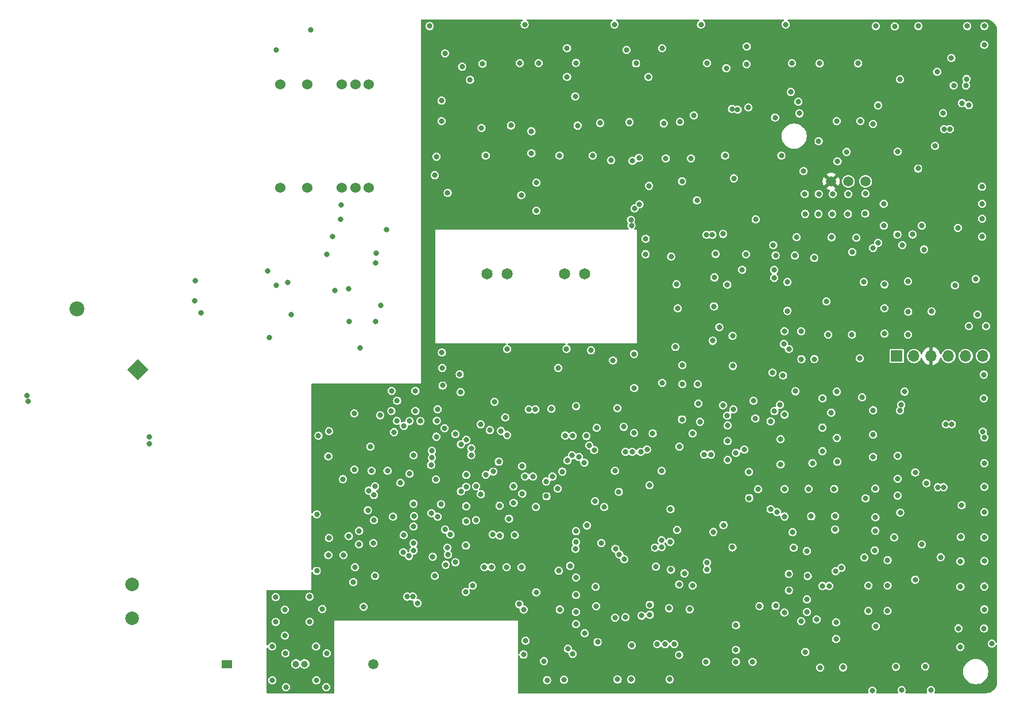
<source format=gbr>
%TF.GenerationSoftware,KiCad,Pcbnew,8.0.2*%
%TF.CreationDate,2025-02-27T21:24:33+01:00*%
%TF.ProjectId,Master_FT25,4d617374-6572-45f4-9654-32352e6b6963,rev?*%
%TF.SameCoordinates,Original*%
%TF.FileFunction,Copper,L2,Inr*%
%TF.FilePolarity,Positive*%
%FSLAX46Y46*%
G04 Gerber Fmt 4.6, Leading zero omitted, Abs format (unit mm)*
G04 Created by KiCad (PCBNEW 8.0.2) date 2025-02-27 21:24:33*
%MOMM*%
%LPD*%
G01*
G04 APERTURE LIST*
G04 Aperture macros list*
%AMHorizOval*
0 Thick line with rounded ends*
0 $1 width*
0 $2 $3 position (X,Y) of the first rounded end (center of the circle)*
0 $4 $5 position (X,Y) of the second rounded end (center of the circle)*
0 Add line between two ends*
20,1,$1,$2,$3,$4,$5,0*
0 Add two circle primitives to create the rounded ends*
1,1,$1,$2,$3*
1,1,$1,$4,$5*%
%AMRotRect*
0 Rectangle, with rotation*
0 The origin of the aperture is its center*
0 $1 length*
0 $2 width*
0 $3 Rotation angle, in degrees counterclockwise*
0 Add horizontal line*
21,1,$1,$2,0,0,$3*%
G04 Aperture macros list end*
%TA.AperFunction,ComponentPad*%
%ADD10RotRect,2.200000X2.200000X135.000000*%
%TD*%
%TA.AperFunction,ComponentPad*%
%ADD11HorizOval,2.200000X0.000000X0.000000X0.000000X0.000000X0*%
%TD*%
%TA.AperFunction,ComponentPad*%
%ADD12C,1.650000*%
%TD*%
%TA.AperFunction,ComponentPad*%
%ADD13C,1.500000*%
%TD*%
%TA.AperFunction,ComponentPad*%
%ADD14C,1.524000*%
%TD*%
%TA.AperFunction,ComponentPad*%
%ADD15C,0.600000*%
%TD*%
%TA.AperFunction,ComponentPad*%
%ADD16R,1.700000X1.700000*%
%TD*%
%TA.AperFunction,ComponentPad*%
%ADD17O,1.700000X1.700000*%
%TD*%
%TA.AperFunction,ComponentPad*%
%ADD18R,1.500000X1.303000*%
%TD*%
%TA.AperFunction,ComponentPad*%
%ADD19C,1.000000*%
%TD*%
%TA.AperFunction,ComponentPad*%
%ADD20C,2.000000*%
%TD*%
%TA.AperFunction,ViaPad*%
%ADD21C,0.800000*%
%TD*%
G04 APERTURE END LIST*
D10*
%TO.N,Net-(D7-K)*%
%TO.C,D7*%
X72240128Y-90690128D03*
D11*
%TO.N,HV+_VEH*%
X63259872Y-81709872D03*
%TD*%
D12*
%TO.N,Net-(J12-Pin_1)*%
%TO.C,J12*%
X135100000Y-76550000D03*
%TO.N,Net-(J12-Pin_2)*%
X138100000Y-76550000D03*
%TD*%
D13*
%TO.N,GND*%
%TO.C,U3*%
X174430000Y-62900000D03*
%TO.N,+3V3*%
X176970000Y-62900000D03*
%TO.N,+24V*%
X179509999Y-62900000D03*
%TD*%
D14*
%TO.N,HV+_Vehicle_Side_Fused*%
%TO.C,T1*%
X93210000Y-63870000D03*
%TO.N,Net-(D30-A)*%
X97210000Y-63870000D03*
%TO.N,Net-(D28-A)*%
X102290000Y-63870000D03*
%TO.N,N/C*%
X104290000Y-63870000D03*
%TO.N,HV-_Vehicle_Side*%
X106290000Y-63870000D03*
%TO.N,N/C*%
X106290000Y-48630000D03*
X104290000Y-48630000D03*
X102290000Y-48630000D03*
%TO.N,Net-(D32-K)*%
X97210000Y-48630000D03*
%TO.N,Net-(D31-A)*%
X93210000Y-48630000D03*
%TD*%
D12*
%TO.N,Net-(J13-Pin_1)*%
%TO.C,J13*%
X123700000Y-76535000D03*
%TO.N,Net-(J13-Pin_2)*%
X126700000Y-76535000D03*
%TD*%
D15*
%TO.N,GND*%
%TO.C,IC2*%
X132200000Y-103100000D03*
X132200000Y-102350000D03*
X132200000Y-101600000D03*
X131450000Y-103100000D03*
X131450000Y-102350000D03*
X131450000Y-101600000D03*
X130700000Y-103100000D03*
X130700000Y-102350000D03*
X130700000Y-101600000D03*
%TD*%
D16*
%TO.N,+3V3*%
%TO.C,J3*%
X184100000Y-88650000D03*
D17*
%TO.N,/MCU/SWCLK_1*%
X186640000Y-88650000D03*
%TO.N,GND*%
X189180000Y-88650000D03*
%TO.N,/MCU/SWDIO_1*%
X191720000Y-88650000D03*
%TO.N,/MCU/NRST*%
X194260000Y-88650000D03*
%TO.N,/MCU/Trace_SWO*%
X196800000Y-88650000D03*
%TD*%
D18*
%TO.N,Net-(K2-Pad1)*%
%TO.C,K2*%
X85385000Y-134072500D03*
D19*
%TO.N,/Relay_Driver/SDC_Relay*%
X95545000Y-134072500D03*
%TO.N,/Relay_Driver/Relay_4*%
X96815000Y-134072500D03*
D13*
%TO.N,/Relay_Driver/Precharge/HV+_Akku*%
X106975000Y-134072500D03*
%TD*%
D20*
%TO.N,Net-(K2-Pad1)*%
%TO.C,TH1*%
X71375000Y-127350000D03*
%TO.N,Net-(Q9-D)*%
X71375000Y-122350000D03*
%TD*%
D21*
%TO.N,+3V3*%
X166170000Y-53470000D03*
X137050000Y-54660000D03*
X152150000Y-54110000D03*
%TO.N,GND*%
X178120000Y-59920000D03*
%TO.N,+3V3*%
X175380000Y-59950000D03*
%TO.N,GND*%
X172680000Y-59950000D03*
X179450000Y-58520000D03*
X171860000Y-54390000D03*
X169450000Y-59670000D03*
%TO.N,+3V3*%
X169760000Y-52870000D03*
%TO.N,GND*%
X186920000Y-74735000D03*
%TO.N,+3V3*%
X188120000Y-72940000D03*
X158490000Y-95900000D03*
X159160000Y-98897653D03*
%TO.N,GND*%
X159275000Y-73675000D03*
%TO.N,+3V3*%
X157401167Y-73604289D03*
%TO.N,GND*%
X162850000Y-71900000D03*
X160600000Y-72275000D03*
X182200000Y-60900000D03*
%TO.N,+3V3*%
X182175000Y-66225000D03*
X182200000Y-69425000D03*
X189250000Y-82075000D03*
X192675000Y-78225000D03*
X187775000Y-116450000D03*
X193675000Y-110675000D03*
X179925000Y-126250000D03*
X179925000Y-122500000D03*
X180970000Y-112445000D03*
%TO.N,GND*%
X179200000Y-113425000D03*
%TO.N,+3V3*%
X180950000Y-114425000D03*
X163275000Y-97850000D03*
X160400000Y-102920000D03*
X159180000Y-103960000D03*
X162325000Y-105750000D03*
X142550000Y-105600000D03*
X143125000Y-108675000D03*
X124600000Y-105700000D03*
X127800000Y-115075000D03*
X109850000Y-112350000D03*
X104150000Y-105400000D03*
X104125000Y-97125000D03*
%TO.N,GND*%
X162275000Y-54350000D03*
%TO.N,+3V3*%
X119675000Y-91375000D03*
%TO.N,GND*%
X142250000Y-91250000D03*
%TO.N,+3V3*%
X163875000Y-125525000D03*
X175150000Y-130400000D03*
X190575000Y-118325000D03*
%TO.N,GND*%
X188750000Y-120000000D03*
X197000000Y-97500000D03*
%TO.N,+3V3*%
X179250000Y-77750000D03*
%TO.N,GND*%
X168000000Y-79750000D03*
X183000000Y-72000000D03*
%TO.N,+3V3*%
X178750000Y-54000000D03*
X184250000Y-58500000D03*
%TO.N,GND*%
X190000000Y-42250000D03*
X184000000Y-42250000D03*
%TO.N,+3V3*%
X162000000Y-43000000D03*
X149500000Y-43250000D03*
%TO.N,GND*%
X118500000Y-59000000D03*
%TO.N,+3V3*%
X116000000Y-62000000D03*
X130250000Y-55500000D03*
X123050000Y-45550000D03*
X135500000Y-43250000D03*
X144250000Y-43500000D03*
%TO.N,GND*%
X149500000Y-48750000D03*
X160750000Y-47750000D03*
X174750000Y-48250000D03*
X196750000Y-61500000D03*
%TO.N,+3V3*%
X185750000Y-85500000D03*
X197250000Y-84250000D03*
X194750000Y-84250000D03*
X181000000Y-128500000D03*
X170000000Y-127750000D03*
X166250000Y-125500000D03*
%TO.N,GND*%
X143250000Y-111000000D03*
X181000000Y-94750000D03*
X176000000Y-95750000D03*
%TO.N,+3V3*%
X179000000Y-94750000D03*
X184250000Y-109250000D03*
X184250000Y-106750000D03*
X182750000Y-118750000D03*
X182750000Y-126250000D03*
X182750000Y-122500000D03*
%TO.N,GND*%
X181450000Y-124250000D03*
X187250000Y-58500000D03*
X191750000Y-50750000D03*
X194000000Y-43250000D03*
X195500000Y-41500000D03*
%TO.N,+3V3*%
X194500000Y-40000000D03*
X181000000Y-40000000D03*
X167750000Y-39750000D03*
X155250000Y-39750000D03*
X142500000Y-39750000D03*
X129250000Y-39750000D03*
X115250000Y-40000000D03*
X117000000Y-51000000D03*
X175250000Y-54000000D03*
X172750000Y-45500000D03*
X162250000Y-52000000D03*
X150060000Y-59510000D03*
X112250000Y-98250000D03*
X106250000Y-108500000D03*
%TO.N,GND*%
X96200000Y-136600000D03*
%TO.N,+3V3*%
X100059999Y-132500000D03*
X100000000Y-137480000D03*
%TO.N,GND*%
X100020001Y-135090000D03*
%TO.N,+3V3*%
X98560000Y-136480000D03*
X98500000Y-131500000D03*
%TO.N,GND*%
X98520000Y-133890000D03*
%TO.N,+3V3*%
X94060000Y-137480000D03*
X94000000Y-132500000D03*
%TO.N,GND*%
X94020000Y-134890000D03*
%TO.N,+3V3*%
X92060000Y-136480000D03*
X92000000Y-131500000D03*
%TO.N,GND*%
X92020000Y-133890000D03*
X191500000Y-138000000D03*
%TO.N,+3V3*%
X189120000Y-137940000D03*
X184840000Y-137940000D03*
%TO.N,GND*%
X182730000Y-137990000D03*
X187220000Y-138000000D03*
%TO.N,+3V3*%
X180500000Y-138000000D03*
%TO.N,GND*%
X172000000Y-83500000D03*
%TO.N,+3V3*%
X177500000Y-85500000D03*
X170000000Y-85000000D03*
X171950000Y-89110000D03*
X117500000Y-44000000D03*
X135500000Y-47500000D03*
X147500000Y-47500000D03*
X117000000Y-54000000D03*
%TO.N,GND*%
X123800000Y-104650000D03*
X152050000Y-99850000D03*
X151800000Y-80300000D03*
X130150000Y-98725000D03*
X142900000Y-100050000D03*
X169475000Y-113175000D03*
X96430000Y-126040000D03*
X179360000Y-116500000D03*
X131475000Y-92000000D03*
X151225000Y-66250000D03*
X195750000Y-73750000D03*
X177325000Y-127375000D03*
X165500000Y-109600000D03*
X159950000Y-87750000D03*
X102600000Y-102240000D03*
X141550000Y-99150000D03*
X128763666Y-99726425D03*
X173700000Y-52100000D03*
X100250000Y-97800000D03*
X119675000Y-89225000D03*
X165950000Y-103400000D03*
X141110000Y-105600000D03*
X160550000Y-105550000D03*
X137790000Y-56410000D03*
X164375000Y-44800000D03*
X198200000Y-102300000D03*
X169150001Y-95678112D03*
X165500000Y-107000000D03*
X134900000Y-97550000D03*
X195375000Y-127800000D03*
X119010000Y-123880000D03*
X147900000Y-136350000D03*
X167450000Y-65275000D03*
X111400000Y-96700000D03*
X166250000Y-83000000D03*
X181200000Y-47800000D03*
X157975000Y-102225000D03*
X167200000Y-118950000D03*
X172615000Y-120375000D03*
X101160000Y-114150000D03*
X130950000Y-89850000D03*
X98600000Y-116500000D03*
X186375000Y-66125000D03*
X110500000Y-124000000D03*
X173275000Y-106900000D03*
X124800000Y-98625000D03*
X161650000Y-59000000D03*
X162024577Y-120619272D03*
X155150000Y-57960000D03*
X107860000Y-106260000D03*
X107400000Y-125050000D03*
X130800000Y-116900000D03*
X169500000Y-106900000D03*
X153125000Y-130950000D03*
X171600000Y-69400000D03*
X125883011Y-122138079D03*
X162600000Y-127000000D03*
X167450000Y-60950000D03*
X179400000Y-132200000D03*
X165075000Y-45450000D03*
X115000000Y-49850000D03*
X177800000Y-133750000D03*
X189550000Y-44800000D03*
X156950000Y-116675000D03*
X120800000Y-66550000D03*
X158770000Y-57020000D03*
X198200000Y-109800000D03*
X192899999Y-124949999D03*
X130900000Y-87700000D03*
X160100000Y-54890000D03*
X117450000Y-98050000D03*
X165350000Y-126500000D03*
X142850000Y-102800000D03*
X174950000Y-43700000D03*
X155900000Y-128325000D03*
X123075000Y-41325000D03*
X120900000Y-117625000D03*
X128301849Y-124274946D03*
X144750000Y-110050000D03*
X150800000Y-52300000D03*
X153900000Y-73600000D03*
X98600000Y-108150000D03*
X185200000Y-44825000D03*
X130700000Y-132300000D03*
X133050000Y-61700000D03*
X158250000Y-133750000D03*
X98650000Y-113940000D03*
X178200000Y-81450000D03*
X163280000Y-96494999D03*
X129440000Y-110330000D03*
X173250000Y-113250000D03*
X170760000Y-98830000D03*
X172000000Y-72300000D03*
X176600000Y-52000000D03*
X144287653Y-122337653D03*
X155410000Y-114120000D03*
X98800000Y-102350000D03*
X112250000Y-95200000D03*
X108500000Y-112350000D03*
X129100000Y-67200000D03*
X168525000Y-128375000D03*
X154200000Y-116000000D03*
X120800000Y-61400000D03*
X134000000Y-99800000D03*
X173800000Y-69400000D03*
X178500000Y-69400000D03*
X151575000Y-60475000D03*
X190690000Y-134490000D03*
X168295118Y-102319577D03*
X191110000Y-104880000D03*
X184200000Y-83700000D03*
X196070000Y-130480000D03*
X109000000Y-95300000D03*
X141500000Y-55600000D03*
X167975000Y-72300000D03*
X143350000Y-131300000D03*
X115000000Y-52300000D03*
X105849600Y-98925000D03*
X195200000Y-117000000D03*
X135750000Y-125250000D03*
X176100000Y-72450000D03*
X132500000Y-55500000D03*
X135850000Y-122450000D03*
X114950000Y-55600000D03*
X96450000Y-129940000D03*
X130300000Y-134450000D03*
X153400000Y-136350000D03*
X142000000Y-110000000D03*
X120550000Y-121400000D03*
X151450000Y-95700000D03*
X188670000Y-86840000D03*
X99280000Y-110900000D03*
X179175000Y-106825000D03*
X198200000Y-105800000D03*
X138800000Y-123950000D03*
X136600000Y-98200000D03*
X160145000Y-109775000D03*
X127925000Y-93600000D03*
X142640000Y-57340000D03*
X116675000Y-115774834D03*
X154600000Y-64100000D03*
X145400000Y-90650000D03*
X159150000Y-80650000D03*
X157200000Y-79250000D03*
X189500000Y-86820000D03*
X195225000Y-113800000D03*
X185631891Y-69202043D03*
X173275000Y-109775000D03*
X136675000Y-94750000D03*
X128000000Y-116900000D03*
X101550000Y-119100000D03*
X164600000Y-52100000D03*
X191700000Y-117025000D03*
X187440000Y-43520000D03*
X175950000Y-69450000D03*
X165650000Y-69225000D03*
X174010000Y-58550000D03*
X123530266Y-113075000D03*
X126330891Y-103151125D03*
X173750000Y-66200000D03*
X164825000Y-113900000D03*
X184200000Y-98400000D03*
X195400000Y-120700000D03*
X159100000Y-64550000D03*
X142750000Y-45400000D03*
X143750000Y-107300000D03*
X143890000Y-61570000D03*
X152800000Y-117500000D03*
X130975000Y-114030000D03*
X120770000Y-98600000D03*
X121650000Y-90350000D03*
X127050000Y-109350000D03*
X193050000Y-72688466D03*
X104200000Y-118200000D03*
X179250000Y-80000000D03*
X111400000Y-93800000D03*
X112950000Y-101325000D03*
X119400000Y-52300000D03*
X178450000Y-66250000D03*
X188000000Y-125800003D03*
X196050000Y-85850000D03*
X99400000Y-122050000D03*
X195400000Y-124700000D03*
X185475000Y-100550000D03*
X175900000Y-66200000D03*
X124000000Y-87800000D03*
X151100000Y-92000000D03*
X132188473Y-96524722D03*
X117138990Y-111654976D03*
X148950000Y-111350000D03*
X174425000Y-132275000D03*
X176650000Y-132200000D03*
X125823833Y-117873833D03*
X118932347Y-98707653D03*
X105500000Y-124200000D03*
X101550000Y-116650000D03*
X179425000Y-130350000D03*
X136500000Y-137500000D03*
X137900000Y-52200000D03*
X171404415Y-51575000D03*
X192900000Y-125850000D03*
X171650000Y-66200000D03*
X161729696Y-118824999D03*
X133700000Y-135200000D03*
X136000000Y-66450000D03*
X130250000Y-52000000D03*
X142292817Y-119414626D03*
X193050000Y-65625000D03*
X145375000Y-98200000D03*
X103700000Y-125150000D03*
X105301650Y-112275001D03*
X160400000Y-130200000D03*
X155175000Y-61475000D03*
X156024999Y-122674999D03*
X95130000Y-124180000D03*
X177400000Y-125150000D03*
X174750000Y-133750000D03*
X186200000Y-134480000D03*
X133900000Y-45500000D03*
X163750000Y-64550000D03*
X107050000Y-118400000D03*
X169325000Y-126400000D03*
X133900000Y-137750000D03*
X147820000Y-65750000D03*
X188000000Y-124950000D03*
X169500000Y-109700000D03*
X126000000Y-61500000D03*
X174000000Y-77500000D03*
X149500000Y-45600000D03*
X168200000Y-62700000D03*
X191900000Y-120725000D03*
%TO.N,+3V3*%
X136800000Y-45425000D03*
X107950000Y-97400000D03*
X179340000Y-118370000D03*
X145100000Y-102800000D03*
X180625000Y-100250000D03*
X167550000Y-85000000D03*
X104840000Y-116440000D03*
X190050000Y-46750000D03*
X148597347Y-119722653D03*
X150550000Y-125850000D03*
X139630851Y-110080851D03*
X142010000Y-59800000D03*
X136800000Y-126400000D03*
X196975000Y-128825000D03*
X192150000Y-44725000D03*
X147600000Y-63550000D03*
X162850000Y-133750000D03*
X145050000Y-131325000D03*
X169080000Y-73850000D03*
X179450000Y-67650000D03*
X124100000Y-99600000D03*
X175325000Y-104250000D03*
X159950000Y-90125000D03*
X106500000Y-102025000D03*
X167575000Y-108275000D03*
X120560000Y-123420000D03*
X185800000Y-82150000D03*
X175020000Y-112270000D03*
X117450000Y-99300000D03*
X170550000Y-64750000D03*
X147700000Y-125350000D03*
X145410000Y-93380000D03*
X197000000Y-42750000D03*
X172550000Y-67700000D03*
X132550000Y-136450000D03*
X159900000Y-85700000D03*
X167570000Y-112320000D03*
X161950000Y-45600000D03*
X134400000Y-59100000D03*
X171495000Y-112295000D03*
X190950000Y-52850000D03*
X167585000Y-97309640D03*
X179500000Y-64700000D03*
X157225000Y-77075000D03*
X124525000Y-114950000D03*
X152800000Y-120700000D03*
X104250000Y-119810000D03*
X154750000Y-92800000D03*
X109600000Y-96750000D03*
X173150000Y-102675000D03*
X117150000Y-93000000D03*
X163650000Y-108300000D03*
X175275000Y-100725000D03*
X178675000Y-89000000D03*
X145675000Y-45500000D03*
X177550000Y-73325000D03*
X100300000Y-103450000D03*
X129400000Y-130650000D03*
X98850000Y-100400000D03*
X156975000Y-86400000D03*
X183800000Y-40050000D03*
X196700000Y-71060000D03*
X187800000Y-69400000D03*
X162350000Y-109600000D03*
X153780000Y-59500000D03*
X136700000Y-50350000D03*
X149550000Y-92600000D03*
X116420000Y-112350000D03*
X193470000Y-131550000D03*
X176900000Y-67700000D03*
X109650000Y-93800000D03*
X150650000Y-136351494D03*
X139300000Y-59100000D03*
X116020000Y-121080000D03*
X182300000Y-85350000D03*
X179525000Y-109650000D03*
X156150000Y-45450000D03*
X180950000Y-108225000D03*
X135425000Y-87600000D03*
X178160000Y-71220000D03*
X116250000Y-59250000D03*
X138350000Y-100450000D03*
X193120000Y-69740000D03*
X144950000Y-136350000D03*
X139050000Y-87825000D03*
X160400000Y-132000000D03*
X158550000Y-113580000D03*
X158500000Y-70650000D03*
X168000000Y-77750000D03*
X132425153Y-107149847D03*
X140000000Y-130850000D03*
X180625000Y-103550000D03*
X196650000Y-63700000D03*
X193500000Y-122675000D03*
X128550000Y-45450000D03*
X99420000Y-125960000D03*
X184200000Y-70740000D03*
X176710000Y-58550000D03*
X120600000Y-116610000D03*
X102550000Y-118000000D03*
X110450000Y-95250000D03*
X168000000Y-82000000D03*
X152500000Y-92800000D03*
X193525000Y-115350000D03*
X166250000Y-73850000D03*
X161875000Y-73650000D03*
X170600000Y-67700000D03*
X130975000Y-67225000D03*
X147700000Y-126800000D03*
X106670000Y-105580000D03*
X196700000Y-66200000D03*
X160400000Y-133750000D03*
X126650000Y-87625000D03*
X184250000Y-103350000D03*
X116300000Y-98200000D03*
X175275000Y-93925000D03*
X126600000Y-119788080D03*
X135950000Y-119600000D03*
X141000000Y-110920000D03*
X173150000Y-99200000D03*
X113150000Y-96750000D03*
X158800000Y-59100000D03*
X173725000Y-80625000D03*
X150700000Y-116050000D03*
X115570000Y-103660000D03*
X172825000Y-134600000D03*
X174450000Y-97000000D03*
X93880000Y-126060000D03*
X182300000Y-81600000D03*
X152450000Y-98000000D03*
X176950000Y-64750000D03*
X130900000Y-110900000D03*
X196950000Y-91400000D03*
X127630000Y-110310000D03*
X116400000Y-96500000D03*
X196700000Y-68390000D03*
X144125000Y-102800000D03*
X186410000Y-70730000D03*
X165900000Y-72300000D03*
X156000000Y-133750000D03*
X100390000Y-115500000D03*
X132100000Y-133650000D03*
X142275000Y-89300000D03*
X147075000Y-73625000D03*
X117600000Y-119430000D03*
X197000000Y-107950000D03*
X193200000Y-128825000D03*
X165800000Y-91100000D03*
X139800000Y-125550000D03*
X97520000Y-124160000D03*
X136800000Y-128200000D03*
X195750000Y-77300000D03*
X123500000Y-59100000D03*
X197000000Y-115400000D03*
X117100000Y-90400000D03*
X147100000Y-71350000D03*
X105510000Y-125630000D03*
X159120000Y-97450000D03*
X98600000Y-112000000D03*
X154850000Y-95650000D03*
X175150000Y-127950000D03*
X159125000Y-78125000D03*
X198120000Y-131080000D03*
X145400000Y-100000000D03*
X138100000Y-129560000D03*
X180625000Y-96650000D03*
X159150000Y-101210000D03*
X145400000Y-88350000D03*
X130850000Y-96550000D03*
X104850000Y-114430000D03*
X113480000Y-125100000D03*
X109020000Y-105585000D03*
X196950000Y-94900000D03*
X182300000Y-78100000D03*
X130950000Y-123500000D03*
X92540000Y-124220000D03*
X174650000Y-64750000D03*
X170375000Y-61400000D03*
X174500000Y-71150000D03*
X173175000Y-94900000D03*
X148125000Y-100075000D03*
X127600000Y-107890000D03*
X196000000Y-82550000D03*
X197000000Y-111700000D03*
X188310000Y-134430000D03*
X100400000Y-99750000D03*
X93920000Y-129900000D03*
X172600000Y-64750000D03*
X188500000Y-107400000D03*
X128900000Y-108940000D03*
X127230000Y-54650000D03*
X197000000Y-118900000D03*
X122750000Y-98750000D03*
X135050000Y-136400000D03*
X98600000Y-120350000D03*
X192500000Y-48750000D03*
X125750000Y-99700000D03*
X174600000Y-67700000D03*
X152500000Y-90000000D03*
X172590000Y-56980000D03*
X131300000Y-45450000D03*
X170050000Y-89110000D03*
X118313602Y-115000000D03*
X168200000Y-123225000D03*
X184940000Y-72290000D03*
X171675000Y-104450000D03*
X143850000Y-99100000D03*
X193500000Y-118925000D03*
X100300000Y-118000000D03*
X187300000Y-40000000D03*
X185750000Y-77650000D03*
X185275000Y-93925000D03*
X171100000Y-108250000D03*
X136800000Y-123900000D03*
X197000000Y-40000000D03*
X126375000Y-97725000D03*
X197000000Y-122650000D03*
X168200000Y-120775000D03*
X167100000Y-59100000D03*
X160400000Y-128350000D03*
X174875000Y-108250000D03*
X197000000Y-104450000D03*
X168650000Y-45475000D03*
X169350000Y-71125000D03*
X128800000Y-119800000D03*
X117050000Y-88150000D03*
X167525000Y-126500000D03*
X161325000Y-75925000D03*
X144700000Y-54150000D03*
X130975000Y-63100000D03*
X129080000Y-132700000D03*
X125440000Y-104250000D03*
X113150000Y-93800000D03*
X112950000Y-112300000D03*
X157175000Y-81325000D03*
X197025000Y-126025000D03*
X149750000Y-54320000D03*
X176200000Y-134575000D03*
X175000000Y-114250000D03*
X178425000Y-45500000D03*
X180850000Y-117320000D03*
X139850000Y-99250000D03*
X136800000Y-121300000D03*
X130250000Y-58750000D03*
X183970000Y-134490000D03*
%TO.N,Net-(U8-~{PRE})*%
X124340000Y-119788080D03*
X126950000Y-112650000D03*
%TO.N,HV-_Vehicle_Side*%
X108025000Y-81200000D03*
X107250000Y-74925000D03*
X108908477Y-70010875D03*
%TO.N,/MCU/NRST*%
X170982010Y-121103524D03*
%TO.N,/CAN_Transceiver/CarCAN_HIGH*%
X180619836Y-54420000D03*
X180619836Y-72720000D03*
X121200000Y-47925000D03*
%TO.N,/CAN_Transceiver/V_{ref}*%
X170640000Y-132300000D03*
X172275000Y-127505234D03*
%TO.N,Net-(JP2-B)*%
X101275000Y-79025000D03*
X94287500Y-77812500D03*
%TO.N,Net-(U20-INTVcc)*%
X94850000Y-82550000D03*
X91350000Y-76125000D03*
%TO.N,/HV_Indicator/ENABLE*%
X107300000Y-83600000D03*
X80700000Y-77575000D03*
%TO.N,Net-(U20-DCM)*%
X92625000Y-78200000D03*
X102125000Y-68475000D03*
%TO.N,Net-(D32-K)*%
X92650000Y-43550000D03*
X97680000Y-40520000D03*
%TO.N,Net-(D4-K)*%
X81550000Y-82300000D03*
X80637500Y-80475000D03*
%TO.N,/TSAL/Precharge_State_Detection/HV-_AKKU*%
X73950000Y-100600000D03*
X56020209Y-95291460D03*
X73950000Y-101600000D03*
X55900000Y-94450000D03*
%TO.N,/MCU/AIR+_Closed*%
X129110626Y-126030625D03*
X110000000Y-99875000D03*
X134425001Y-126036403D03*
X138050000Y-104375000D03*
%TO.N,/MCU/AIR-_Closed*%
X128473128Y-125260169D03*
X134250001Y-120342582D03*
X111450000Y-98949965D03*
X112200000Y-118150000D03*
X137250000Y-103550000D03*
%TO.N,Net-(D19-A)*%
X190150000Y-108000000D03*
X191325000Y-98725000D03*
X191000000Y-108000000D03*
X192225000Y-98725000D03*
%TO.N,/Relay_Driver/Relay_4*%
X112750000Y-124150000D03*
X111950000Y-124150000D03*
%TO.N,Net-(D28-K)*%
X103332816Y-78725000D03*
X100950000Y-71000000D03*
%TO.N,Net-(D28-A)*%
X102162500Y-66387500D03*
X107400000Y-73475000D03*
%TO.N,/CAN_Transceiver/CarCAN_LOW*%
X181346794Y-51690000D03*
X120025000Y-46000000D03*
X181344836Y-71960000D03*
%TO.N,/IO/IMD_M*%
X165500000Y-111225000D03*
X160100000Y-62450000D03*
%TO.N,+24V*%
X146175000Y-66275000D03*
X151825000Y-81625000D03*
X150837500Y-73962500D03*
X122890000Y-55010000D03*
X145450000Y-66900000D03*
%TO.N,/IO/IMD_Power*%
X151700000Y-114300000D03*
X163300000Y-68500000D03*
%TO.N,/IO/TSAL_GREEN*%
X184600000Y-47850000D03*
X113875000Y-98250000D03*
X115518588Y-111821749D03*
X115450000Y-104725000D03*
%TO.N,/MCU/~{AMS_ERROR_LED}*%
X146349997Y-102800000D03*
X149417996Y-115832004D03*
%TO.N,/MCU/~{IMD_ERROR_LED}*%
X147281006Y-102435000D03*
X150749999Y-111275304D03*
%TO.N,/MCU/Trace_SWO*%
X152021763Y-132725000D03*
X152024999Y-122324999D03*
%TO.N,/MCU/SWDIO_1*%
X139725000Y-122700000D03*
X183725000Y-115410000D03*
%TO.N,Net-(JP2-C)*%
X103400000Y-83600000D03*
X100087500Y-73637500D03*
%TO.N,/SDC_Latching/~{AMS_Error}*%
X166075001Y-96800000D03*
X138425000Y-113650000D03*
X152070000Y-102000000D03*
X153997347Y-100072653D03*
%TO.N,/SDC_Latching/~{IMD_Error}*%
X166975000Y-100930000D03*
X167345153Y-91530153D03*
X154650000Y-65725000D03*
X166875003Y-95850000D03*
%TO.N,Net-(Q5-D)*%
X161650000Y-102450000D03*
X167000000Y-104650000D03*
%TO.N,/MCU/TS_Error*%
X184625000Y-111750000D03*
X166463521Y-111675000D03*
%TO.N,Net-(U10-IND)*%
X104955304Y-87465778D03*
X91575000Y-85975000D03*
%TO.N,/Relay_Driver/aux_in0*%
X140400000Y-54300000D03*
X115575000Y-102625000D03*
%TO.N,/Relay_Driver/aux_in1*%
X154200000Y-53150000D03*
X112875001Y-103298670D03*
%TO.N,/TSAL/Relay_State_Detection1/~{Short}*%
X116900000Y-110523429D03*
X116224999Y-100550304D03*
%TO.N,/MCU/SDC_closed*%
X104000000Y-122000000D03*
X186825000Y-121629447D03*
X186825000Y-105825000D03*
X149450000Y-105600000D03*
%TO.N,Net-(U12-PC9)*%
X112875000Y-110450000D03*
X136321663Y-132560445D03*
X123525000Y-106150000D03*
X112299999Y-106025001D03*
%TO.N,/MCU/Status_LED_R*%
X136816975Y-116096534D03*
X140550001Y-116234388D03*
%TO.N,/MCU/Status_LED_G*%
X148800000Y-131150000D03*
X142570000Y-127237349D03*
%TO.N,/MCU/Status_LED_B*%
X170850001Y-117403113D03*
X144099847Y-127174847D03*
%TO.N,Net-(U12-PA1)*%
X168750000Y-114650000D03*
X157074999Y-114606249D03*
%TO.N,/MCU/HV_Active*%
X111399999Y-115075000D03*
X122075000Y-107850000D03*
X122075000Y-112850000D03*
X174140003Y-122560000D03*
X110399695Y-98225000D03*
%TO.N,/MCU/AIR+_Control*%
X136802719Y-114495107D03*
X116175000Y-106870000D03*
X148460383Y-116925001D03*
X117900000Y-64600000D03*
%TO.N,/MCU/AIR-_Control*%
X136750151Y-117094299D03*
X115700000Y-118250000D03*
X142630000Y-117094302D03*
X119027653Y-119077653D03*
X128750000Y-64925000D03*
X119850000Y-101675000D03*
X119850000Y-108625000D03*
%TO.N,/MCU/Precharge_Control*%
X106137926Y-111387926D03*
X123318156Y-119788079D03*
X107170000Y-121100000D03*
X135614555Y-131835445D03*
%TO.N,Net-(U16B-Q)*%
X169180000Y-93850000D03*
X162990000Y-95260000D03*
%TO.N,Net-(U16A-~{Q})*%
X157950000Y-84400000D03*
X151637989Y-78087989D03*
%TO.N,Net-(U16B-~{Q})*%
X160000000Y-96530000D03*
X151450000Y-87325000D03*
%TO.N,/SDC_Latching/Reset_Signal*%
X171925000Y-74200000D03*
X189750000Y-57650000D03*
%TO.N,/MCU/PRE_and_AIR+_open*%
X103330153Y-115204847D03*
X149455982Y-116831285D03*
X150825000Y-120175000D03*
X102450000Y-106810000D03*
X147674999Y-107721887D03*
X146500000Y-126950000D03*
X142950000Y-136351494D03*
%TO.N,/TSAL/AIRs_Closed*%
X119050000Y-100160000D03*
X117854795Y-116942198D03*
X112874999Y-116270821D03*
%TO.N,/TSAL/Mismatch_AIR-*%
X111371149Y-117590526D03*
X110949999Y-107375001D03*
%TO.N,/TSAL/HV_Inactive*%
X121375000Y-102250000D03*
X122800000Y-109019997D03*
%TO.N,/TSAL/TS_OK*%
X121600000Y-122500000D03*
X121375000Y-103250003D03*
%TO.N,/TSAL/Relay_Mismatch*%
X107050000Y-109160000D03*
X107050000Y-112871492D03*
X120625000Y-113025000D03*
X120625000Y-110795000D03*
%TO.N,/TSAL/HV_Mismatch*%
X125600000Y-115150000D03*
X125540653Y-110715347D03*
%TO.N,/IO/IMD_VCC*%
X156075000Y-70800000D03*
X156925000Y-70750000D03*
X160650000Y-52325000D03*
X159816305Y-52200000D03*
%TO.N,/SDC_Latching/AMS_Latch_Reset*%
X155100000Y-98350000D03*
X165500000Y-98300000D03*
%TO.N,/SDC_Latching/SDC_1*%
X166050000Y-77100000D03*
X191075000Y-55175000D03*
X166050000Y-75960000D03*
X191925000Y-55175000D03*
%TO.N,/IO/SDC_OUT*%
X167450000Y-86900000D03*
X194725000Y-51675000D03*
X193700000Y-51350000D03*
X168200000Y-87650000D03*
%TO.N,/MCU/WAKE2*%
X134097512Y-108202488D03*
X154000000Y-122500000D03*
%TO.N,/MCU/SPI1_MISO*%
X136209595Y-103325000D03*
X149975000Y-131175000D03*
%TO.N,/MCU/SPI1_SCK*%
X155698730Y-103174035D03*
X139494914Y-102544303D03*
%TO.N,/MCU/WAKE1*%
X143934546Y-118634241D03*
X135224253Y-100375000D03*
%TO.N,/MCU/INTR1*%
X136337653Y-100412347D03*
X143209547Y-117909242D03*
%TO.N,/MCU/SPI1_NSS*%
X156725000Y-103175000D03*
X138787806Y-101837194D03*
%TO.N,/MCU/IPB*%
X129849997Y-96550000D03*
X126656173Y-100293827D03*
%TO.N,/MCU/MSTR2*%
X128900000Y-104900000D03*
X134799999Y-105704669D03*
%TO.N,/MCU/INTR2*%
X153575001Y-126022055D03*
X133350000Y-106429669D03*
%TO.N,/MCU/SPI2_MISO*%
X132462500Y-109337500D03*
X130475000Y-106437500D03*
%TO.N,/MCU/SPI1_MOSI*%
X151299999Y-131125000D03*
X135550000Y-104076620D03*
%TO.N,/MCU/SPI2_MOSI*%
X173140000Y-122560000D03*
X129300000Y-106400000D03*
%TO.N,Net-(U12-PC3)*%
X168900000Y-116925000D03*
X159890000Y-116875000D03*
%TO.N,Net-(D15-A2)*%
X134200000Y-90400000D03*
X133200000Y-96450000D03*
%TO.N,Net-(D34-A2)*%
X124800000Y-95400000D03*
X119800000Y-94000000D03*
%TO.N,Net-(D33-A2)*%
X136850000Y-96050000D03*
X142900000Y-96350000D03*
%TO.N,Net-(J4-Pin_3)*%
X152450000Y-62875000D03*
X158975000Y-46195585D03*
%TO.N,/Relay_Driver/SDC_Relay*%
X184775000Y-95850000D03*
X145150000Y-59875000D03*
X144915422Y-68554216D03*
X145000000Y-69400000D03*
X146100000Y-59450000D03*
X184600000Y-96700000D03*
%TO.N,/MCU/LV_I*%
X170885056Y-126411353D03*
X156115000Y-120170000D03*
%TO.N,/MCU/TEMP_DCDC*%
X156112499Y-119102500D03*
X170866721Y-124551949D03*
%TO.N,/IO/TEMP_TSDCDC*%
X169600000Y-51150000D03*
X175075000Y-120375000D03*
%TO.N,/IO/LV_I_measure*%
X168475000Y-49725000D03*
X175954402Y-119898915D03*
%TO.N,/SDC*%
X194400000Y-47800000D03*
X196800000Y-99800000D03*
X194300000Y-48750000D03*
X197025000Y-100650000D03*
%TO.N,Net-(U1-Pad2)*%
X117940000Y-117938564D03*
X112875000Y-117325003D03*
%TO.N,/TSAL/pos_control*%
X120625000Y-106200000D03*
X120625000Y-107948329D03*
X120650000Y-101000000D03*
%TO.N,Net-(U4-2Y)*%
X117512500Y-114250000D03*
X112875000Y-113800000D03*
%TO.N,/TSAL/Mismatch_AIR_or_PRE*%
X107200000Y-107880000D03*
X106962653Y-116237347D03*
%TO.N,+3V3*%
X174000000Y-85500000D03*
X92570000Y-127880000D03*
X97550000Y-127820000D03*
%TO.N,GND*%
X95160000Y-127840000D03*
%TO.N,+3V3*%
X187250000Y-61000000D03*
%TD*%
%TA.AperFunction,Conductor*%
%TO.N,GND*%
G36*
X128940137Y-39021679D02*
G01*
X128985892Y-39074483D01*
X128995836Y-39143641D01*
X128966811Y-39207197D01*
X128948585Y-39224370D01*
X128947159Y-39225463D01*
X128947159Y-39225464D01*
X128881781Y-39275630D01*
X128821718Y-39321718D01*
X128725463Y-39447160D01*
X128664956Y-39593237D01*
X128664955Y-39593239D01*
X128644318Y-39749998D01*
X128644318Y-39750001D01*
X128664955Y-39906760D01*
X128664956Y-39906762D01*
X128724287Y-40050001D01*
X128725464Y-40052841D01*
X128821718Y-40178282D01*
X128947159Y-40274536D01*
X129093238Y-40335044D01*
X129171619Y-40345363D01*
X129249999Y-40355682D01*
X129250000Y-40355682D01*
X129250001Y-40355682D01*
X129302254Y-40348802D01*
X129406762Y-40335044D01*
X129552841Y-40274536D01*
X129678282Y-40178282D01*
X129774536Y-40052841D01*
X129835044Y-39906762D01*
X129855682Y-39750000D01*
X129855563Y-39749098D01*
X129835044Y-39593239D01*
X129835044Y-39593238D01*
X129774536Y-39447159D01*
X129678282Y-39321718D01*
X129552841Y-39225464D01*
X129552840Y-39225463D01*
X129551415Y-39224370D01*
X129510213Y-39167942D01*
X129506058Y-39098196D01*
X129540271Y-39037275D01*
X129601988Y-39004523D01*
X129626902Y-39001994D01*
X142123098Y-39001994D01*
X142190137Y-39021679D01*
X142235892Y-39074483D01*
X142245836Y-39143641D01*
X142216811Y-39207197D01*
X142198585Y-39224370D01*
X142197159Y-39225463D01*
X142197159Y-39225464D01*
X142131781Y-39275630D01*
X142071718Y-39321718D01*
X141975463Y-39447160D01*
X141914956Y-39593237D01*
X141914955Y-39593239D01*
X141894318Y-39749998D01*
X141894318Y-39750001D01*
X141914955Y-39906760D01*
X141914956Y-39906762D01*
X141974287Y-40050001D01*
X141975464Y-40052841D01*
X142071718Y-40178282D01*
X142197159Y-40274536D01*
X142343238Y-40335044D01*
X142421619Y-40345363D01*
X142499999Y-40355682D01*
X142500000Y-40355682D01*
X142500001Y-40355682D01*
X142552254Y-40348802D01*
X142656762Y-40335044D01*
X142802841Y-40274536D01*
X142928282Y-40178282D01*
X143024536Y-40052841D01*
X143085044Y-39906762D01*
X143105682Y-39750000D01*
X143105563Y-39749098D01*
X143085044Y-39593239D01*
X143085044Y-39593238D01*
X143024536Y-39447159D01*
X142928282Y-39321718D01*
X142802841Y-39225464D01*
X142802840Y-39225463D01*
X142801415Y-39224370D01*
X142760213Y-39167942D01*
X142756058Y-39098196D01*
X142790271Y-39037275D01*
X142851988Y-39004523D01*
X142876902Y-39001994D01*
X154873098Y-39001994D01*
X154940137Y-39021679D01*
X154985892Y-39074483D01*
X154995836Y-39143641D01*
X154966811Y-39207197D01*
X154948585Y-39224370D01*
X154947159Y-39225463D01*
X154947159Y-39225464D01*
X154881781Y-39275630D01*
X154821718Y-39321718D01*
X154725463Y-39447160D01*
X154664956Y-39593237D01*
X154664955Y-39593239D01*
X154644318Y-39749998D01*
X154644318Y-39750001D01*
X154664955Y-39906760D01*
X154664956Y-39906762D01*
X154724287Y-40050001D01*
X154725464Y-40052841D01*
X154821718Y-40178282D01*
X154947159Y-40274536D01*
X155093238Y-40335044D01*
X155171619Y-40345363D01*
X155249999Y-40355682D01*
X155250000Y-40355682D01*
X155250001Y-40355682D01*
X155302254Y-40348802D01*
X155406762Y-40335044D01*
X155552841Y-40274536D01*
X155678282Y-40178282D01*
X155774536Y-40052841D01*
X155835044Y-39906762D01*
X155855682Y-39750000D01*
X155855563Y-39749098D01*
X155835044Y-39593239D01*
X155835044Y-39593238D01*
X155774536Y-39447159D01*
X155678282Y-39321718D01*
X155552841Y-39225464D01*
X155552840Y-39225463D01*
X155551415Y-39224370D01*
X155510213Y-39167942D01*
X155506058Y-39098196D01*
X155540271Y-39037275D01*
X155601988Y-39004523D01*
X155626902Y-39001994D01*
X167373098Y-39001994D01*
X167440137Y-39021679D01*
X167485892Y-39074483D01*
X167495836Y-39143641D01*
X167466811Y-39207197D01*
X167448585Y-39224370D01*
X167447159Y-39225463D01*
X167447159Y-39225464D01*
X167381781Y-39275630D01*
X167321718Y-39321718D01*
X167225463Y-39447160D01*
X167164956Y-39593237D01*
X167164955Y-39593239D01*
X167144318Y-39749998D01*
X167144318Y-39750001D01*
X167164955Y-39906760D01*
X167164956Y-39906762D01*
X167224287Y-40050001D01*
X167225464Y-40052841D01*
X167321718Y-40178282D01*
X167447159Y-40274536D01*
X167593238Y-40335044D01*
X167671619Y-40345363D01*
X167749999Y-40355682D01*
X167750000Y-40355682D01*
X167750001Y-40355682D01*
X167802254Y-40348802D01*
X167906762Y-40335044D01*
X168052841Y-40274536D01*
X168178282Y-40178282D01*
X168274536Y-40052841D01*
X168296424Y-39999998D01*
X180394318Y-39999998D01*
X180394318Y-40000001D01*
X180414955Y-40156760D01*
X180414956Y-40156762D01*
X180475464Y-40302841D01*
X180571718Y-40428282D01*
X180697159Y-40524536D01*
X180843238Y-40585044D01*
X180921619Y-40595363D01*
X180999999Y-40605682D01*
X181000000Y-40605682D01*
X181000001Y-40605682D01*
X181052254Y-40598802D01*
X181156762Y-40585044D01*
X181302841Y-40524536D01*
X181428282Y-40428282D01*
X181524536Y-40302841D01*
X181585044Y-40156762D01*
X181599100Y-40049998D01*
X183194318Y-40049998D01*
X183194318Y-40050001D01*
X183214955Y-40206760D01*
X183214956Y-40206762D01*
X183275464Y-40352841D01*
X183371718Y-40478282D01*
X183497159Y-40574536D01*
X183643238Y-40635044D01*
X183721619Y-40645363D01*
X183799999Y-40655682D01*
X183800000Y-40655682D01*
X183800001Y-40655682D01*
X183852254Y-40648802D01*
X183956762Y-40635044D01*
X184102841Y-40574536D01*
X184228282Y-40478282D01*
X184324536Y-40352841D01*
X184385044Y-40206762D01*
X184405682Y-40050000D01*
X184399099Y-40000000D01*
X184399099Y-39999998D01*
X186694318Y-39999998D01*
X186694318Y-40000001D01*
X186714955Y-40156760D01*
X186714956Y-40156762D01*
X186775464Y-40302841D01*
X186871718Y-40428282D01*
X186997159Y-40524536D01*
X187143238Y-40585044D01*
X187221619Y-40595363D01*
X187299999Y-40605682D01*
X187300000Y-40605682D01*
X187300001Y-40605682D01*
X187352254Y-40598802D01*
X187456762Y-40585044D01*
X187602841Y-40524536D01*
X187728282Y-40428282D01*
X187824536Y-40302841D01*
X187885044Y-40156762D01*
X187905682Y-40000000D01*
X187905682Y-39999998D01*
X193894318Y-39999998D01*
X193894318Y-40000001D01*
X193914955Y-40156760D01*
X193914956Y-40156762D01*
X193975464Y-40302841D01*
X194071718Y-40428282D01*
X194197159Y-40524536D01*
X194343238Y-40585044D01*
X194421619Y-40595363D01*
X194499999Y-40605682D01*
X194500000Y-40605682D01*
X194500001Y-40605682D01*
X194552254Y-40598802D01*
X194656762Y-40585044D01*
X194802841Y-40524536D01*
X194928282Y-40428282D01*
X195024536Y-40302841D01*
X195085044Y-40156762D01*
X195105682Y-40000000D01*
X195105682Y-39999998D01*
X196394318Y-39999998D01*
X196394318Y-40000001D01*
X196414955Y-40156760D01*
X196414956Y-40156762D01*
X196475464Y-40302841D01*
X196571718Y-40428282D01*
X196697159Y-40524536D01*
X196843238Y-40585044D01*
X196921619Y-40595363D01*
X196999999Y-40605682D01*
X197000000Y-40605682D01*
X197000001Y-40605682D01*
X197052254Y-40598802D01*
X197156762Y-40585044D01*
X197302841Y-40524536D01*
X197428282Y-40428282D01*
X197524536Y-40302841D01*
X197585044Y-40156762D01*
X197605682Y-40000000D01*
X197585044Y-39843238D01*
X197524536Y-39697159D01*
X197428282Y-39571718D01*
X197302841Y-39475464D01*
X197277472Y-39464956D01*
X197156762Y-39414956D01*
X197156760Y-39414955D01*
X197000001Y-39394318D01*
X196999999Y-39394318D01*
X196843239Y-39414955D01*
X196843237Y-39414956D01*
X196697160Y-39475463D01*
X196571718Y-39571718D01*
X196475463Y-39697160D01*
X196414956Y-39843237D01*
X196414955Y-39843239D01*
X196394318Y-39999998D01*
X195105682Y-39999998D01*
X195085044Y-39843238D01*
X195024536Y-39697159D01*
X194928282Y-39571718D01*
X194802841Y-39475464D01*
X194777472Y-39464956D01*
X194656762Y-39414956D01*
X194656760Y-39414955D01*
X194500001Y-39394318D01*
X194499999Y-39394318D01*
X194343239Y-39414955D01*
X194343237Y-39414956D01*
X194197160Y-39475463D01*
X194071718Y-39571718D01*
X193975463Y-39697160D01*
X193914956Y-39843237D01*
X193914955Y-39843239D01*
X193894318Y-39999998D01*
X187905682Y-39999998D01*
X187885044Y-39843238D01*
X187824536Y-39697159D01*
X187728282Y-39571718D01*
X187602841Y-39475464D01*
X187577472Y-39464956D01*
X187456762Y-39414956D01*
X187456760Y-39414955D01*
X187300001Y-39394318D01*
X187299999Y-39394318D01*
X187143239Y-39414955D01*
X187143237Y-39414956D01*
X186997160Y-39475463D01*
X186871718Y-39571718D01*
X186775463Y-39697160D01*
X186714956Y-39843237D01*
X186714955Y-39843239D01*
X186694318Y-39999998D01*
X184399099Y-39999998D01*
X184385044Y-39893239D01*
X184385044Y-39893238D01*
X184324536Y-39747159D01*
X184228282Y-39621718D01*
X184102841Y-39525464D01*
X183956762Y-39464956D01*
X183956760Y-39464955D01*
X183800001Y-39444318D01*
X183799999Y-39444318D01*
X183643239Y-39464955D01*
X183643237Y-39464956D01*
X183497160Y-39525463D01*
X183371718Y-39621718D01*
X183275463Y-39747160D01*
X183214956Y-39893237D01*
X183214955Y-39893239D01*
X183194318Y-40049998D01*
X181599100Y-40049998D01*
X181605682Y-40000000D01*
X181585044Y-39843238D01*
X181524536Y-39697159D01*
X181428282Y-39571718D01*
X181302841Y-39475464D01*
X181277472Y-39464956D01*
X181156762Y-39414956D01*
X181156760Y-39414955D01*
X181000001Y-39394318D01*
X180999999Y-39394318D01*
X180843239Y-39414955D01*
X180843237Y-39414956D01*
X180697160Y-39475463D01*
X180571718Y-39571718D01*
X180475463Y-39697160D01*
X180414956Y-39843237D01*
X180414955Y-39843239D01*
X180394318Y-39999998D01*
X168296424Y-39999998D01*
X168335044Y-39906762D01*
X168355682Y-39750000D01*
X168355563Y-39749098D01*
X168335044Y-39593239D01*
X168335044Y-39593238D01*
X168274536Y-39447159D01*
X168178282Y-39321718D01*
X168052841Y-39225464D01*
X168052840Y-39225463D01*
X168051415Y-39224370D01*
X168010213Y-39167942D01*
X168006058Y-39098196D01*
X168040271Y-39037275D01*
X168101988Y-39004523D01*
X168126902Y-39001994D01*
X197167901Y-39001994D01*
X197167951Y-39001997D01*
X197177914Y-39001996D01*
X197177916Y-39001997D01*
X197221102Y-39001994D01*
X197229912Y-39002307D01*
X197457920Y-39018559D01*
X197475377Y-39021062D01*
X197694442Y-39068575D01*
X197711375Y-39073531D01*
X197921469Y-39151652D01*
X197937524Y-39158962D01*
X198134403Y-39266113D01*
X198149263Y-39275630D01*
X198328944Y-39409646D01*
X198342301Y-39421174D01*
X198501134Y-39579327D01*
X198512721Y-39592636D01*
X198513174Y-39593238D01*
X198631140Y-39749998D01*
X198647502Y-39771740D01*
X198657081Y-39786558D01*
X198765075Y-39982977D01*
X198772455Y-39999005D01*
X198851474Y-40208762D01*
X198856504Y-40225675D01*
X198904952Y-40444529D01*
X198907530Y-40461984D01*
X198924659Y-40688597D01*
X198925012Y-40697943D01*
X198925012Y-130830898D01*
X198905327Y-130897937D01*
X198852523Y-130943692D01*
X198783365Y-130953636D01*
X198719809Y-130924611D01*
X198686451Y-130878351D01*
X198678380Y-130858866D01*
X198644536Y-130777159D01*
X198548282Y-130651718D01*
X198422841Y-130555464D01*
X198402793Y-130547160D01*
X198276762Y-130494956D01*
X198276760Y-130494955D01*
X198120001Y-130474318D01*
X198119999Y-130474318D01*
X197963239Y-130494955D01*
X197963237Y-130494956D01*
X197817160Y-130555463D01*
X197691718Y-130651718D01*
X197595463Y-130777160D01*
X197534956Y-130923237D01*
X197534955Y-130923239D01*
X197514318Y-131079998D01*
X197514318Y-131080001D01*
X197534955Y-131236760D01*
X197534956Y-131236762D01*
X197548789Y-131270159D01*
X197595464Y-131382841D01*
X197691718Y-131508282D01*
X197817159Y-131604536D01*
X197963238Y-131665044D01*
X198020252Y-131672550D01*
X198119999Y-131685682D01*
X198120000Y-131685682D01*
X198120001Y-131685682D01*
X198173171Y-131678682D01*
X198276762Y-131665044D01*
X198422841Y-131604536D01*
X198548282Y-131508282D01*
X198644536Y-131382841D01*
X198686451Y-131281648D01*
X198730292Y-131227245D01*
X198796586Y-131205180D01*
X198864285Y-131222459D01*
X198911896Y-131273596D01*
X198925012Y-131329101D01*
X198925012Y-136697094D01*
X198924696Y-136705942D01*
X198908342Y-136934542D01*
X198905824Y-136952053D01*
X198858050Y-137171660D01*
X198853065Y-137188636D01*
X198774524Y-137399204D01*
X198767175Y-137415297D01*
X198659463Y-137612553D01*
X198649898Y-137627436D01*
X198515215Y-137807349D01*
X198503629Y-137820720D01*
X198344706Y-137979641D01*
X198331335Y-137991226D01*
X198151423Y-138125906D01*
X198136540Y-138135471D01*
X197939289Y-138243178D01*
X197923196Y-138250528D01*
X197712617Y-138329071D01*
X197695641Y-138334055D01*
X197476040Y-138381826D01*
X197458529Y-138384344D01*
X197230180Y-138400678D01*
X197221333Y-138400994D01*
X189764606Y-138400994D01*
X189697567Y-138381309D01*
X189651812Y-138328505D01*
X189641868Y-138259347D01*
X189650045Y-138229541D01*
X189705044Y-138096762D01*
X189725682Y-137940000D01*
X189705044Y-137783238D01*
X189644536Y-137637159D01*
X189548282Y-137511718D01*
X189422841Y-137415464D01*
X189421612Y-137414955D01*
X189276762Y-137354956D01*
X189276760Y-137354955D01*
X189120001Y-137334318D01*
X189119999Y-137334318D01*
X188963239Y-137354955D01*
X188963237Y-137354956D01*
X188817160Y-137415463D01*
X188691718Y-137511718D01*
X188595463Y-137637160D01*
X188534956Y-137783237D01*
X188534955Y-137783239D01*
X188514318Y-137939998D01*
X188514318Y-137940001D01*
X188534955Y-138096760D01*
X188534956Y-138096762D01*
X188589955Y-138229541D01*
X188597424Y-138299011D01*
X188566149Y-138361490D01*
X188506060Y-138397142D01*
X188475394Y-138400994D01*
X185484606Y-138400994D01*
X185417567Y-138381309D01*
X185371812Y-138328505D01*
X185361868Y-138259347D01*
X185370045Y-138229541D01*
X185425044Y-138096762D01*
X185445682Y-137940000D01*
X185425044Y-137783238D01*
X185364536Y-137637159D01*
X185268282Y-137511718D01*
X185142841Y-137415464D01*
X185141612Y-137414955D01*
X184996762Y-137354956D01*
X184996760Y-137354955D01*
X184840001Y-137334318D01*
X184839999Y-137334318D01*
X184683239Y-137354955D01*
X184683237Y-137354956D01*
X184537160Y-137415463D01*
X184411718Y-137511718D01*
X184315463Y-137637160D01*
X184254956Y-137783237D01*
X184254955Y-137783239D01*
X184234318Y-137939998D01*
X184234318Y-137940001D01*
X184254955Y-138096760D01*
X184254956Y-138096762D01*
X184309955Y-138229541D01*
X184317424Y-138299011D01*
X184286149Y-138361490D01*
X184226060Y-138397142D01*
X184195394Y-138400994D01*
X181169459Y-138400994D01*
X181102420Y-138381309D01*
X181056665Y-138328505D01*
X181046721Y-138259347D01*
X181054898Y-138229542D01*
X181067048Y-138200207D01*
X181085044Y-138156762D01*
X181105682Y-138000000D01*
X181085044Y-137843238D01*
X181024536Y-137697159D01*
X180928282Y-137571718D01*
X180802841Y-137475464D01*
X180656762Y-137414956D01*
X180656760Y-137414955D01*
X180500001Y-137394318D01*
X180499999Y-137394318D01*
X180343239Y-137414955D01*
X180343237Y-137414956D01*
X180197160Y-137475463D01*
X180071718Y-137571718D01*
X179975463Y-137697160D01*
X179914956Y-137843237D01*
X179914955Y-137843239D01*
X179894318Y-137999998D01*
X179894318Y-138000001D01*
X179914955Y-138156760D01*
X179914957Y-138156765D01*
X179945102Y-138229542D01*
X179952571Y-138299011D01*
X179921296Y-138361490D01*
X179861207Y-138397142D01*
X179830541Y-138400994D01*
X128374000Y-138400994D01*
X128306961Y-138381309D01*
X128261206Y-138328505D01*
X128250000Y-138276994D01*
X128250000Y-136449998D01*
X131944318Y-136449998D01*
X131944318Y-136450001D01*
X131964955Y-136606760D01*
X131964956Y-136606762D01*
X132001077Y-136693967D01*
X132025464Y-136752841D01*
X132121718Y-136878282D01*
X132247159Y-136974536D01*
X132393238Y-137035044D01*
X132471619Y-137045363D01*
X132549999Y-137055682D01*
X132550000Y-137055682D01*
X132550001Y-137055682D01*
X132602254Y-137048802D01*
X132706762Y-137035044D01*
X132852841Y-136974536D01*
X132978282Y-136878282D01*
X133074536Y-136752841D01*
X133135044Y-136606762D01*
X133151732Y-136480001D01*
X133155682Y-136450001D01*
X133155682Y-136449998D01*
X133149099Y-136399998D01*
X134444318Y-136399998D01*
X134444318Y-136400001D01*
X134464955Y-136556760D01*
X134464956Y-136556762D01*
X134523083Y-136697094D01*
X134525464Y-136702841D01*
X134621718Y-136828282D01*
X134747159Y-136924536D01*
X134893238Y-136985044D01*
X134971619Y-136995363D01*
X135049999Y-137005682D01*
X135050000Y-137005682D01*
X135050001Y-137005682D01*
X135102254Y-136998802D01*
X135206762Y-136985044D01*
X135352841Y-136924536D01*
X135478282Y-136828282D01*
X135574536Y-136702841D01*
X135635044Y-136556762D01*
X135655682Y-136400000D01*
X135649295Y-136351492D01*
X142344318Y-136351492D01*
X142344318Y-136351495D01*
X142364955Y-136508254D01*
X142364956Y-136508256D01*
X142405758Y-136606762D01*
X142425464Y-136654335D01*
X142521718Y-136779776D01*
X142647159Y-136876030D01*
X142793238Y-136936538D01*
X142845262Y-136943387D01*
X142949999Y-136957176D01*
X142950000Y-136957176D01*
X142950001Y-136957176D01*
X143002254Y-136950296D01*
X143106762Y-136936538D01*
X143252841Y-136876030D01*
X143378282Y-136779776D01*
X143474536Y-136654335D01*
X143535044Y-136508256D01*
X143555682Y-136351494D01*
X143555485Y-136350001D01*
X143555485Y-136349998D01*
X144344318Y-136349998D01*
X144344318Y-136350001D01*
X144364955Y-136506760D01*
X144364956Y-136506762D01*
X144406376Y-136606760D01*
X144425464Y-136652841D01*
X144521718Y-136778282D01*
X144647159Y-136874536D01*
X144793238Y-136935044D01*
X144856610Y-136943387D01*
X144949999Y-136955682D01*
X144950000Y-136955682D01*
X144950001Y-136955682D01*
X145043390Y-136943387D01*
X145106762Y-136935044D01*
X145252841Y-136874536D01*
X145378282Y-136778282D01*
X145474536Y-136652841D01*
X145535044Y-136506762D01*
X145555486Y-136351492D01*
X150044318Y-136351492D01*
X150044318Y-136351495D01*
X150064955Y-136508254D01*
X150064956Y-136508256D01*
X150105758Y-136606762D01*
X150125464Y-136654335D01*
X150221718Y-136779776D01*
X150347159Y-136876030D01*
X150493238Y-136936538D01*
X150545262Y-136943387D01*
X150649999Y-136957176D01*
X150650000Y-136957176D01*
X150650001Y-136957176D01*
X150702254Y-136950296D01*
X150806762Y-136936538D01*
X150952841Y-136876030D01*
X151078282Y-136779776D01*
X151174536Y-136654335D01*
X151235044Y-136508256D01*
X151255682Y-136351494D01*
X151255485Y-136350001D01*
X151235044Y-136194733D01*
X151235044Y-136194732D01*
X151174536Y-136048653D01*
X151078282Y-135923212D01*
X150952841Y-135826958D01*
X150949234Y-135825464D01*
X150806762Y-135766450D01*
X150806760Y-135766449D01*
X150650001Y-135745812D01*
X150649999Y-135745812D01*
X150493239Y-135766449D01*
X150493237Y-135766450D01*
X150347160Y-135826957D01*
X150221718Y-135923212D01*
X150125463Y-136048654D01*
X150064956Y-136194731D01*
X150064955Y-136194733D01*
X150044318Y-136351492D01*
X145555486Y-136351492D01*
X145555682Y-136350000D01*
X145535044Y-136193238D01*
X145474536Y-136047159D01*
X145378282Y-135921718D01*
X145252841Y-135825464D01*
X145227472Y-135814956D01*
X145106762Y-135764956D01*
X145106760Y-135764955D01*
X144950001Y-135744318D01*
X144949999Y-135744318D01*
X144793239Y-135764955D01*
X144793237Y-135764956D01*
X144647160Y-135825463D01*
X144521718Y-135921718D01*
X144425463Y-136047160D01*
X144364956Y-136193237D01*
X144364955Y-136193239D01*
X144344318Y-136349998D01*
X143555485Y-136349998D01*
X143535044Y-136194733D01*
X143535044Y-136194732D01*
X143474536Y-136048653D01*
X143378282Y-135923212D01*
X143252841Y-135826958D01*
X143249234Y-135825464D01*
X143106762Y-135766450D01*
X143106760Y-135766449D01*
X142950001Y-135745812D01*
X142949999Y-135745812D01*
X142793239Y-135766449D01*
X142793237Y-135766450D01*
X142647160Y-135826957D01*
X142521718Y-135923212D01*
X142425463Y-136048654D01*
X142364956Y-136194731D01*
X142364955Y-136194733D01*
X142344318Y-136351492D01*
X135649295Y-136351492D01*
X135649099Y-136350000D01*
X135635044Y-136243239D01*
X135635044Y-136243238D01*
X135574536Y-136097159D01*
X135478282Y-135971718D01*
X135352841Y-135875464D01*
X135350074Y-135874318D01*
X135206762Y-135814956D01*
X135206760Y-135814955D01*
X135050001Y-135794318D01*
X135049999Y-135794318D01*
X134893239Y-135814955D01*
X134893237Y-135814956D01*
X134747160Y-135875463D01*
X134621718Y-135971718D01*
X134525463Y-136097160D01*
X134464956Y-136243237D01*
X134464955Y-136243239D01*
X134444318Y-136399998D01*
X133149099Y-136399998D01*
X133138994Y-136323239D01*
X133135044Y-136293238D01*
X133074536Y-136147159D01*
X132978282Y-136021718D01*
X132852841Y-135925464D01*
X132847404Y-135923212D01*
X132706762Y-135864956D01*
X132706760Y-135864955D01*
X132550001Y-135844318D01*
X132549999Y-135844318D01*
X132393239Y-135864955D01*
X132393237Y-135864956D01*
X132247160Y-135925463D01*
X132121718Y-136021718D01*
X132025463Y-136147160D01*
X131964956Y-136293237D01*
X131964955Y-136293239D01*
X131944318Y-136449998D01*
X128250000Y-136449998D01*
X128250000Y-134599998D01*
X172219318Y-134599998D01*
X172219318Y-134600001D01*
X172239955Y-134756760D01*
X172239956Y-134756762D01*
X172282006Y-134858281D01*
X172300464Y-134902841D01*
X172396718Y-135028282D01*
X172522159Y-135124536D01*
X172668238Y-135185044D01*
X172746619Y-135195363D01*
X172824999Y-135205682D01*
X172825000Y-135205682D01*
X172825001Y-135205682D01*
X172877254Y-135198802D01*
X172981762Y-135185044D01*
X173127841Y-135124536D01*
X173253282Y-135028282D01*
X173349536Y-134902841D01*
X173410044Y-134756762D01*
X173430682Y-134600000D01*
X173427390Y-134574998D01*
X175594318Y-134574998D01*
X175594318Y-134575001D01*
X175614955Y-134731760D01*
X175614956Y-134731762D01*
X175625310Y-134756760D01*
X175675464Y-134877841D01*
X175771718Y-135003282D01*
X175897159Y-135099536D01*
X176043238Y-135160044D01*
X176121619Y-135170363D01*
X176199999Y-135180682D01*
X176200000Y-135180682D01*
X176200001Y-135180682D01*
X176252254Y-135173802D01*
X176356762Y-135160044D01*
X176502841Y-135099536D01*
X176628282Y-135003282D01*
X176724536Y-134877841D01*
X176785044Y-134731762D01*
X176805682Y-134575000D01*
X176801130Y-134540427D01*
X176794491Y-134489998D01*
X183364318Y-134489998D01*
X183364318Y-134490001D01*
X183384955Y-134646760D01*
X183384956Y-134646762D01*
X183437245Y-134773000D01*
X183445464Y-134792841D01*
X183541718Y-134918282D01*
X183667159Y-135014536D01*
X183813238Y-135075044D01*
X183891619Y-135085363D01*
X183969999Y-135095682D01*
X183970000Y-135095682D01*
X183970001Y-135095682D01*
X184022254Y-135088802D01*
X184098907Y-135078711D01*
X193899500Y-135078711D01*
X193899500Y-135321288D01*
X193931161Y-135561785D01*
X193993947Y-135796104D01*
X194066689Y-135971718D01*
X194086776Y-136020212D01*
X194208064Y-136230289D01*
X194208066Y-136230292D01*
X194208067Y-136230293D01*
X194355733Y-136422736D01*
X194355739Y-136422743D01*
X194527256Y-136594260D01*
X194527262Y-136594265D01*
X194719711Y-136741936D01*
X194929788Y-136863224D01*
X195038568Y-136908282D01*
X195152475Y-136955464D01*
X195153900Y-136956054D01*
X195388211Y-137018838D01*
X195568586Y-137042584D01*
X195628711Y-137050500D01*
X195628712Y-137050500D01*
X195871289Y-137050500D01*
X195919388Y-137044167D01*
X196111789Y-137018838D01*
X196346100Y-136956054D01*
X196570212Y-136863224D01*
X196780289Y-136741936D01*
X196972738Y-136594265D01*
X197144265Y-136422738D01*
X197291936Y-136230289D01*
X197413224Y-136020212D01*
X197506054Y-135796100D01*
X197568838Y-135561789D01*
X197600500Y-135321288D01*
X197600500Y-135078712D01*
X197568838Y-134838211D01*
X197506054Y-134603900D01*
X197413224Y-134379788D01*
X197291936Y-134169711D01*
X197157353Y-133994318D01*
X197144266Y-133977263D01*
X197144260Y-133977256D01*
X196972743Y-133805739D01*
X196972736Y-133805733D01*
X196780293Y-133658067D01*
X196780292Y-133658066D01*
X196780289Y-133658064D01*
X196570212Y-133536776D01*
X196570205Y-133536773D01*
X196346104Y-133443947D01*
X196111785Y-133381161D01*
X195871289Y-133349500D01*
X195871288Y-133349500D01*
X195628712Y-133349500D01*
X195628711Y-133349500D01*
X195388214Y-133381161D01*
X195153895Y-133443947D01*
X194929794Y-133536773D01*
X194929785Y-133536777D01*
X194800400Y-133611478D01*
X194724208Y-133655468D01*
X194719706Y-133658067D01*
X194527263Y-133805733D01*
X194527256Y-133805739D01*
X194355739Y-133977256D01*
X194355733Y-133977263D01*
X194208067Y-134169706D01*
X194086777Y-134379785D01*
X194086773Y-134379794D01*
X193993947Y-134603895D01*
X193931161Y-134838214D01*
X193899500Y-135078711D01*
X184098907Y-135078711D01*
X184126762Y-135075044D01*
X184272841Y-135014536D01*
X184398282Y-134918282D01*
X184494536Y-134792841D01*
X184555044Y-134646762D01*
X184575682Y-134490000D01*
X184567783Y-134429998D01*
X187704318Y-134429998D01*
X187704318Y-134430001D01*
X187724955Y-134586760D01*
X187724956Y-134586762D01*
X187785464Y-134732841D01*
X187881718Y-134858282D01*
X188007159Y-134954536D01*
X188153238Y-135015044D01*
X188231619Y-135025363D01*
X188309999Y-135035682D01*
X188310000Y-135035682D01*
X188310001Y-135035682D01*
X188366216Y-135028281D01*
X188466762Y-135015044D01*
X188612841Y-134954536D01*
X188738282Y-134858282D01*
X188834536Y-134732841D01*
X188895044Y-134586762D01*
X188915682Y-134430000D01*
X188914133Y-134418237D01*
X188895044Y-134273239D01*
X188895044Y-134273238D01*
X188834536Y-134127159D01*
X188738282Y-134001718D01*
X188612841Y-133905464D01*
X188611612Y-133904955D01*
X188466762Y-133844956D01*
X188466760Y-133844955D01*
X188310001Y-133824318D01*
X188309999Y-133824318D01*
X188153239Y-133844955D01*
X188153237Y-133844956D01*
X188007160Y-133905463D01*
X187881718Y-134001718D01*
X187785463Y-134127160D01*
X187724956Y-134273237D01*
X187724955Y-134273239D01*
X187704318Y-134429998D01*
X184567783Y-134429998D01*
X184555044Y-134333238D01*
X184494536Y-134187159D01*
X184398282Y-134061718D01*
X184272841Y-133965464D01*
X184242366Y-133952841D01*
X184126762Y-133904956D01*
X184126760Y-133904955D01*
X183970001Y-133884318D01*
X183969999Y-133884318D01*
X183813239Y-133904955D01*
X183813237Y-133904956D01*
X183667160Y-133965463D01*
X183541718Y-134061718D01*
X183445463Y-134187160D01*
X183384956Y-134333237D01*
X183384955Y-134333239D01*
X183364318Y-134489998D01*
X176794491Y-134489998D01*
X176785044Y-134418239D01*
X176785044Y-134418238D01*
X176724536Y-134272159D01*
X176628282Y-134146718D01*
X176502841Y-134050464D01*
X176356762Y-133989956D01*
X176356760Y-133989955D01*
X176200001Y-133969318D01*
X176199999Y-133969318D01*
X176043239Y-133989955D01*
X176043237Y-133989956D01*
X175897160Y-134050463D01*
X175771718Y-134146718D01*
X175675463Y-134272160D01*
X175614956Y-134418237D01*
X175614955Y-134418239D01*
X175594318Y-134574998D01*
X173427390Y-134574998D01*
X173410044Y-134443239D01*
X173410044Y-134443238D01*
X173349536Y-134297159D01*
X173253282Y-134171718D01*
X173127841Y-134075464D01*
X173120685Y-134072500D01*
X172981762Y-134014956D01*
X172981760Y-134014955D01*
X172825001Y-133994318D01*
X172824999Y-133994318D01*
X172668239Y-134014955D01*
X172668237Y-134014956D01*
X172522160Y-134075463D01*
X172396718Y-134171718D01*
X172300463Y-134297160D01*
X172239956Y-134443237D01*
X172239955Y-134443239D01*
X172219318Y-134599998D01*
X128250000Y-134599998D01*
X128250000Y-133649998D01*
X131494318Y-133649998D01*
X131494318Y-133650001D01*
X131514955Y-133806760D01*
X131514956Y-133806762D01*
X131556376Y-133906760D01*
X131575464Y-133952841D01*
X131671718Y-134078282D01*
X131797159Y-134174536D01*
X131943238Y-134235044D01*
X132021619Y-134245363D01*
X132099999Y-134255682D01*
X132100000Y-134255682D01*
X132100001Y-134255682D01*
X132152254Y-134248802D01*
X132256762Y-134235044D01*
X132402841Y-134174536D01*
X132528282Y-134078282D01*
X132624536Y-133952841D01*
X132685044Y-133806762D01*
X132692517Y-133749998D01*
X155394318Y-133749998D01*
X155394318Y-133750001D01*
X155414955Y-133906760D01*
X155414956Y-133906762D01*
X155444158Y-133977263D01*
X155475464Y-134052841D01*
X155571718Y-134178282D01*
X155697159Y-134274536D01*
X155843238Y-134335044D01*
X155921619Y-134345363D01*
X155999999Y-134355682D01*
X156000000Y-134355682D01*
X156000001Y-134355682D01*
X156052254Y-134348802D01*
X156156762Y-134335044D01*
X156302841Y-134274536D01*
X156428282Y-134178282D01*
X156524536Y-134052841D01*
X156585044Y-133906762D01*
X156605682Y-133750000D01*
X156605682Y-133749998D01*
X159794318Y-133749998D01*
X159794318Y-133750001D01*
X159814955Y-133906760D01*
X159814956Y-133906762D01*
X159844158Y-133977263D01*
X159875464Y-134052841D01*
X159971718Y-134178282D01*
X160097159Y-134274536D01*
X160243238Y-134335044D01*
X160321619Y-134345363D01*
X160399999Y-134355682D01*
X160400000Y-134355682D01*
X160400001Y-134355682D01*
X160452254Y-134348802D01*
X160556762Y-134335044D01*
X160702841Y-134274536D01*
X160828282Y-134178282D01*
X160924536Y-134052841D01*
X160985044Y-133906762D01*
X161005682Y-133750000D01*
X161005682Y-133749998D01*
X162244318Y-133749998D01*
X162244318Y-133750001D01*
X162264955Y-133906760D01*
X162264956Y-133906762D01*
X162294158Y-133977263D01*
X162325464Y-134052841D01*
X162421718Y-134178282D01*
X162547159Y-134274536D01*
X162693238Y-134335044D01*
X162771619Y-134345363D01*
X162849999Y-134355682D01*
X162850000Y-134355682D01*
X162850001Y-134355682D01*
X162902254Y-134348802D01*
X163006762Y-134335044D01*
X163152841Y-134274536D01*
X163278282Y-134178282D01*
X163374536Y-134052841D01*
X163435044Y-133906762D01*
X163455682Y-133750000D01*
X163435044Y-133593238D01*
X163374536Y-133447159D01*
X163278282Y-133321718D01*
X163152841Y-133225464D01*
X163143797Y-133221718D01*
X163006762Y-133164956D01*
X163006760Y-133164955D01*
X162850001Y-133144318D01*
X162849999Y-133144318D01*
X162693239Y-133164955D01*
X162693237Y-133164956D01*
X162547160Y-133225463D01*
X162421718Y-133321718D01*
X162325463Y-133447160D01*
X162264956Y-133593237D01*
X162264955Y-133593239D01*
X162244318Y-133749998D01*
X161005682Y-133749998D01*
X160985044Y-133593238D01*
X160924536Y-133447159D01*
X160828282Y-133321718D01*
X160702841Y-133225464D01*
X160693797Y-133221718D01*
X160556762Y-133164956D01*
X160556760Y-133164955D01*
X160400001Y-133144318D01*
X160399999Y-133144318D01*
X160243239Y-133164955D01*
X160243237Y-133164956D01*
X160097160Y-133225463D01*
X159971718Y-133321718D01*
X159875463Y-133447160D01*
X159814956Y-133593237D01*
X159814955Y-133593239D01*
X159794318Y-133749998D01*
X156605682Y-133749998D01*
X156585044Y-133593238D01*
X156524536Y-133447159D01*
X156428282Y-133321718D01*
X156302841Y-133225464D01*
X156293797Y-133221718D01*
X156156762Y-133164956D01*
X156156760Y-133164955D01*
X156000001Y-133144318D01*
X155999999Y-133144318D01*
X155843239Y-133164955D01*
X155843237Y-133164956D01*
X155697160Y-133225463D01*
X155571718Y-133321718D01*
X155475463Y-133447160D01*
X155414956Y-133593237D01*
X155414955Y-133593239D01*
X155394318Y-133749998D01*
X132692517Y-133749998D01*
X132705682Y-133650000D01*
X132703315Y-133632023D01*
X132685044Y-133493239D01*
X132685044Y-133493238D01*
X132624536Y-133347159D01*
X132528282Y-133221718D01*
X132402841Y-133125464D01*
X132256762Y-133064956D01*
X132256760Y-133064955D01*
X132100001Y-133044318D01*
X132099999Y-133044318D01*
X131943239Y-133064955D01*
X131943237Y-133064956D01*
X131797160Y-133125463D01*
X131671718Y-133221718D01*
X131575463Y-133347160D01*
X131514956Y-133493237D01*
X131514955Y-133493239D01*
X131494318Y-133649998D01*
X128250000Y-133649998D01*
X128250000Y-132884446D01*
X128269685Y-132817407D01*
X128322489Y-132771652D01*
X128391647Y-132761708D01*
X128455203Y-132790733D01*
X128492977Y-132849511D01*
X128493775Y-132852353D01*
X128494956Y-132856762D01*
X128505310Y-132881760D01*
X128555464Y-133002841D01*
X128651718Y-133128282D01*
X128777159Y-133224536D01*
X128923238Y-133285044D01*
X129001619Y-133295363D01*
X129079999Y-133305682D01*
X129080000Y-133305682D01*
X129080001Y-133305682D01*
X129132254Y-133298802D01*
X129236762Y-133285044D01*
X129382841Y-133224536D01*
X129508282Y-133128282D01*
X129604536Y-133002841D01*
X129665044Y-132856762D01*
X129685682Y-132700000D01*
X129679989Y-132656760D01*
X129666248Y-132552387D01*
X129665044Y-132543238D01*
X129604536Y-132397159D01*
X129508282Y-132271718D01*
X129382841Y-132175464D01*
X129337690Y-132156762D01*
X129236762Y-132114956D01*
X129236760Y-132114955D01*
X129080001Y-132094318D01*
X129079999Y-132094318D01*
X128923239Y-132114955D01*
X128923237Y-132114956D01*
X128777160Y-132175463D01*
X128651718Y-132271718D01*
X128555463Y-132397160D01*
X128494954Y-132543242D01*
X128493774Y-132547648D01*
X128457408Y-132607308D01*
X128394561Y-132637836D01*
X128325186Y-132629540D01*
X128271308Y-132585054D01*
X128250035Y-132518502D01*
X128250000Y-132515553D01*
X128250000Y-131835443D01*
X135008873Y-131835443D01*
X135008873Y-131835446D01*
X135029510Y-131992205D01*
X135029511Y-131992207D01*
X135062445Y-132071718D01*
X135090019Y-132138286D01*
X135186273Y-132263727D01*
X135311714Y-132359981D01*
X135457793Y-132420489D01*
X135516987Y-132428282D01*
X135608166Y-132440286D01*
X135672063Y-132468552D01*
X135710534Y-132526877D01*
X135714367Y-132552459D01*
X135714920Y-132552387D01*
X135736618Y-132717205D01*
X135736619Y-132717207D01*
X135767074Y-132790733D01*
X135797127Y-132863286D01*
X135893381Y-132988727D01*
X136018822Y-133084981D01*
X136164901Y-133145489D01*
X136224095Y-133153282D01*
X136321662Y-133166127D01*
X136321663Y-133166127D01*
X136321664Y-133166127D01*
X136373917Y-133159247D01*
X136478425Y-133145489D01*
X136624504Y-133084981D01*
X136749945Y-132988727D01*
X136846199Y-132863286D01*
X136903480Y-132724998D01*
X151416081Y-132724998D01*
X151416081Y-132725001D01*
X151436718Y-132881760D01*
X151436719Y-132881762D01*
X151497227Y-133027841D01*
X151593481Y-133153282D01*
X151718922Y-133249536D01*
X151865001Y-133310044D01*
X151943382Y-133320363D01*
X152021762Y-133330682D01*
X152021763Y-133330682D01*
X152021764Y-133330682D01*
X152074017Y-133323802D01*
X152178525Y-133310044D01*
X152324604Y-133249536D01*
X152450045Y-133153282D01*
X152546299Y-133027841D01*
X152606807Y-132881762D01*
X152627445Y-132725000D01*
X152624153Y-132699998D01*
X152609021Y-132585054D01*
X152606807Y-132568238D01*
X152546299Y-132422159D01*
X152450045Y-132296718D01*
X152324604Y-132200464D01*
X152316627Y-132197160D01*
X152178525Y-132139956D01*
X152178523Y-132139955D01*
X152021764Y-132119318D01*
X152021762Y-132119318D01*
X151865002Y-132139955D01*
X151865000Y-132139956D01*
X151718923Y-132200463D01*
X151593481Y-132296718D01*
X151497226Y-132422160D01*
X151436719Y-132568237D01*
X151436718Y-132568239D01*
X151416081Y-132724998D01*
X136903480Y-132724998D01*
X136906707Y-132717207D01*
X136921389Y-132605682D01*
X136927345Y-132560446D01*
X136927345Y-132560443D01*
X136911526Y-132440286D01*
X136906707Y-132403683D01*
X136846199Y-132257604D01*
X136749945Y-132132163D01*
X136624504Y-132035909D01*
X136537807Y-131999998D01*
X159794318Y-131999998D01*
X159794318Y-132000001D01*
X159814955Y-132156760D01*
X159814956Y-132156762D01*
X159874287Y-132300001D01*
X159875464Y-132302841D01*
X159971718Y-132428282D01*
X160097159Y-132524536D01*
X160243238Y-132585044D01*
X160321619Y-132595363D01*
X160399999Y-132605682D01*
X160400000Y-132605682D01*
X160400001Y-132605682D01*
X160452254Y-132598802D01*
X160556762Y-132585044D01*
X160702841Y-132524536D01*
X160828282Y-132428282D01*
X160924536Y-132302841D01*
X160925714Y-132299998D01*
X170034318Y-132299998D01*
X170034318Y-132300001D01*
X170054955Y-132456760D01*
X170054956Y-132456762D01*
X170101130Y-132568237D01*
X170115464Y-132602841D01*
X170211718Y-132728282D01*
X170337159Y-132824536D01*
X170483238Y-132885044D01*
X170561619Y-132895363D01*
X170639999Y-132905682D01*
X170640000Y-132905682D01*
X170640001Y-132905682D01*
X170692254Y-132898802D01*
X170796762Y-132885044D01*
X170942841Y-132824536D01*
X171068282Y-132728282D01*
X171164536Y-132602841D01*
X171225044Y-132456762D01*
X171245682Y-132300000D01*
X171240906Y-132263726D01*
X171225044Y-132143239D01*
X171225044Y-132143238D01*
X171164536Y-131997159D01*
X171068282Y-131871718D01*
X170942841Y-131775464D01*
X170905611Y-131760043D01*
X170796762Y-131714956D01*
X170796760Y-131714955D01*
X170640001Y-131694318D01*
X170639999Y-131694318D01*
X170483239Y-131714955D01*
X170483237Y-131714956D01*
X170337160Y-131775463D01*
X170211718Y-131871718D01*
X170115463Y-131997160D01*
X170054956Y-132143237D01*
X170054955Y-132143239D01*
X170034318Y-132299998D01*
X160925714Y-132299998D01*
X160985044Y-132156762D01*
X161005682Y-132000000D01*
X161002443Y-131975401D01*
X160985044Y-131843239D01*
X160985044Y-131843238D01*
X160924536Y-131697159D01*
X160828282Y-131571718D01*
X160799976Y-131549998D01*
X192864318Y-131549998D01*
X192864318Y-131550001D01*
X192884955Y-131706760D01*
X192884956Y-131706762D01*
X192938257Y-131835443D01*
X192945464Y-131852841D01*
X193041718Y-131978282D01*
X193167159Y-132074536D01*
X193313238Y-132135044D01*
X193375478Y-132143238D01*
X193469999Y-132155682D01*
X193470000Y-132155682D01*
X193470001Y-132155682D01*
X193564514Y-132143239D01*
X193626762Y-132135044D01*
X193772841Y-132074536D01*
X193898282Y-131978282D01*
X193994536Y-131852841D01*
X194055044Y-131706762D01*
X194075682Y-131550000D01*
X194069099Y-131500000D01*
X194055044Y-131393239D01*
X194055044Y-131393238D01*
X193994536Y-131247159D01*
X193898282Y-131121718D01*
X193772841Y-131025464D01*
X193770255Y-131024393D01*
X193626762Y-130964956D01*
X193626760Y-130964955D01*
X193470001Y-130944318D01*
X193469999Y-130944318D01*
X193313239Y-130964955D01*
X193313237Y-130964956D01*
X193167160Y-131025463D01*
X193041718Y-131121718D01*
X192945463Y-131247160D01*
X192884956Y-131393237D01*
X192884955Y-131393239D01*
X192864318Y-131549998D01*
X160799976Y-131549998D01*
X160702841Y-131475464D01*
X160648224Y-131452841D01*
X160556762Y-131414956D01*
X160556760Y-131414955D01*
X160400001Y-131394318D01*
X160399999Y-131394318D01*
X160243239Y-131414955D01*
X160243237Y-131414956D01*
X160097160Y-131475463D01*
X159971718Y-131571718D01*
X159875463Y-131697160D01*
X159814956Y-131843237D01*
X159814955Y-131843239D01*
X159794318Y-131999998D01*
X136537807Y-131999998D01*
X136478425Y-131975401D01*
X136460801Y-131973080D01*
X136328051Y-131955603D01*
X136264154Y-131927336D01*
X136225684Y-131869011D01*
X136221850Y-131843430D01*
X136221298Y-131843503D01*
X136202344Y-131699536D01*
X136199599Y-131678683D01*
X136139091Y-131532604D01*
X136042837Y-131407163D01*
X135917396Y-131310909D01*
X135907384Y-131306762D01*
X135771317Y-131250401D01*
X135771315Y-131250400D01*
X135614556Y-131229763D01*
X135614554Y-131229763D01*
X135457794Y-131250400D01*
X135457792Y-131250401D01*
X135311715Y-131310908D01*
X135186273Y-131407163D01*
X135090018Y-131532605D01*
X135029511Y-131678682D01*
X135029510Y-131678684D01*
X135008873Y-131835443D01*
X128250000Y-131835443D01*
X128250000Y-130649998D01*
X128794318Y-130649998D01*
X128794318Y-130650001D01*
X128814955Y-130806760D01*
X128814956Y-130806762D01*
X128871933Y-130944318D01*
X128875464Y-130952841D01*
X128971718Y-131078282D01*
X129097159Y-131174536D01*
X129243238Y-131235044D01*
X129256288Y-131236762D01*
X129399999Y-131255682D01*
X129400000Y-131255682D01*
X129400001Y-131255682D01*
X129464739Y-131247159D01*
X129556762Y-131235044D01*
X129702841Y-131174536D01*
X129828282Y-131078282D01*
X129924536Y-130952841D01*
X129967135Y-130849998D01*
X139394318Y-130849998D01*
X139394318Y-130850001D01*
X139414955Y-131006760D01*
X139414956Y-131006762D01*
X139474287Y-131150001D01*
X139475464Y-131152841D01*
X139571718Y-131278282D01*
X139697159Y-131374536D01*
X139843238Y-131435044D01*
X139921619Y-131445363D01*
X139999999Y-131455682D01*
X140000000Y-131455682D01*
X140000001Y-131455682D01*
X140052254Y-131448802D01*
X140156762Y-131435044D01*
X140302841Y-131374536D01*
X140367400Y-131324998D01*
X144444318Y-131324998D01*
X144444318Y-131325001D01*
X144464955Y-131481760D01*
X144464956Y-131481762D01*
X144504935Y-131578281D01*
X144525464Y-131627841D01*
X144621718Y-131753282D01*
X144747159Y-131849536D01*
X144893238Y-131910044D01*
X144930541Y-131914955D01*
X145049999Y-131930682D01*
X145050000Y-131930682D01*
X145050001Y-131930682D01*
X145102254Y-131923802D01*
X145206762Y-131910044D01*
X145352841Y-131849536D01*
X145478282Y-131753282D01*
X145574536Y-131627841D01*
X145635044Y-131481762D01*
X145648802Y-131377254D01*
X145655682Y-131325001D01*
X145655682Y-131324998D01*
X145638852Y-131197160D01*
X145635044Y-131168238D01*
X145627489Y-131149998D01*
X148194318Y-131149998D01*
X148194318Y-131150001D01*
X148214955Y-131306760D01*
X148214956Y-131306762D01*
X148256543Y-131407163D01*
X148275464Y-131452841D01*
X148371718Y-131578282D01*
X148497159Y-131674536D01*
X148643238Y-131735044D01*
X148721619Y-131745363D01*
X148799999Y-131755682D01*
X148800000Y-131755682D01*
X148800001Y-131755682D01*
X148852254Y-131748802D01*
X148956762Y-131735044D01*
X149102841Y-131674536D01*
X149228282Y-131578282D01*
X149279532Y-131511490D01*
X149335960Y-131470288D01*
X149405706Y-131466133D01*
X149466626Y-131500345D01*
X149476281Y-131511487D01*
X149546718Y-131603282D01*
X149672159Y-131699536D01*
X149818238Y-131760044D01*
X149896619Y-131770363D01*
X149974999Y-131780682D01*
X149975000Y-131780682D01*
X149975001Y-131780682D01*
X150027254Y-131773802D01*
X150131762Y-131760044D01*
X150277841Y-131699536D01*
X150403282Y-131603282D01*
X150499536Y-131477841D01*
X150533295Y-131396340D01*
X150577133Y-131341939D01*
X150643427Y-131319874D01*
X150711127Y-131337153D01*
X150758737Y-131388290D01*
X150762414Y-131396340D01*
X150775461Y-131427838D01*
X150775462Y-131427839D01*
X150775463Y-131427841D01*
X150871717Y-131553282D01*
X150997158Y-131649536D01*
X151143237Y-131710044D01*
X151180540Y-131714955D01*
X151299998Y-131730682D01*
X151299999Y-131730682D01*
X151300000Y-131730682D01*
X151352253Y-131723802D01*
X151456761Y-131710044D01*
X151602840Y-131649536D01*
X151728281Y-131553282D01*
X151824535Y-131427841D01*
X151885043Y-131281762D01*
X151899098Y-131175000D01*
X151905681Y-131125001D01*
X151905681Y-131124998D01*
X151888334Y-130993237D01*
X151885043Y-130968238D01*
X151824535Y-130822159D01*
X151728281Y-130696718D01*
X151602840Y-130600464D01*
X151577471Y-130589956D01*
X151456761Y-130539956D01*
X151456759Y-130539955D01*
X151300000Y-130519318D01*
X151299998Y-130519318D01*
X151143238Y-130539955D01*
X151143236Y-130539956D01*
X150997159Y-130600463D01*
X150871717Y-130696718D01*
X150775462Y-130822160D01*
X150741705Y-130903657D01*
X150697864Y-130958061D01*
X150631569Y-130980125D01*
X150563870Y-130962845D01*
X150516260Y-130911708D01*
X150512583Y-130903657D01*
X150508715Y-130894318D01*
X150499536Y-130872159D01*
X150403282Y-130746718D01*
X150277841Y-130650464D01*
X150276723Y-130650001D01*
X150131762Y-130589956D01*
X150131760Y-130589955D01*
X149975001Y-130569318D01*
X149974999Y-130569318D01*
X149818239Y-130589955D01*
X149818237Y-130589956D01*
X149672160Y-130650463D01*
X149616416Y-130693237D01*
X149555531Y-130739956D01*
X149546717Y-130746719D01*
X149495466Y-130813510D01*
X149439037Y-130854712D01*
X149369291Y-130858866D01*
X149308371Y-130824653D01*
X149298716Y-130813510D01*
X149228282Y-130721718D01*
X149102841Y-130625464D01*
X149042483Y-130600463D01*
X148956762Y-130564956D01*
X148956760Y-130564955D01*
X148800001Y-130544318D01*
X148799999Y-130544318D01*
X148643239Y-130564955D01*
X148643237Y-130564956D01*
X148497160Y-130625463D01*
X148371718Y-130721718D01*
X148275463Y-130847160D01*
X148214956Y-130993237D01*
X148214955Y-130993239D01*
X148194318Y-131149998D01*
X145627489Y-131149998D01*
X145574536Y-131022159D01*
X145478282Y-130896718D01*
X145352841Y-130800464D01*
X145296580Y-130777160D01*
X145206762Y-130739956D01*
X145206760Y-130739955D01*
X145050001Y-130719318D01*
X145049999Y-130719318D01*
X144893239Y-130739955D01*
X144893237Y-130739956D01*
X144747160Y-130800463D01*
X144621718Y-130896718D01*
X144525463Y-131022160D01*
X144464956Y-131168237D01*
X144464955Y-131168239D01*
X144444318Y-131324998D01*
X140367400Y-131324998D01*
X140428282Y-131278282D01*
X140524536Y-131152841D01*
X140585044Y-131006762D01*
X140599371Y-130897937D01*
X140605682Y-130850001D01*
X140605682Y-130849998D01*
X140591923Y-130745492D01*
X140585044Y-130693238D01*
X140524536Y-130547159D01*
X140428282Y-130421718D01*
X140399976Y-130399998D01*
X174544318Y-130399998D01*
X174544318Y-130400001D01*
X174564955Y-130556760D01*
X174564956Y-130556762D01*
X174603576Y-130650000D01*
X174625464Y-130702841D01*
X174721718Y-130828282D01*
X174847159Y-130924536D01*
X174993238Y-130985044D01*
X175055478Y-130993238D01*
X175149999Y-131005682D01*
X175150000Y-131005682D01*
X175150001Y-131005682D01*
X175244514Y-130993239D01*
X175306762Y-130985044D01*
X175452841Y-130924536D01*
X175578282Y-130828282D01*
X175674536Y-130702841D01*
X175735044Y-130556762D01*
X175755682Y-130400000D01*
X175748725Y-130347159D01*
X175735044Y-130243239D01*
X175735044Y-130243238D01*
X175674536Y-130097159D01*
X175578282Y-129971718D01*
X175452841Y-129875464D01*
X175422366Y-129862841D01*
X175306762Y-129814956D01*
X175306760Y-129814955D01*
X175150001Y-129794318D01*
X175149999Y-129794318D01*
X174993239Y-129814955D01*
X174993237Y-129814956D01*
X174847160Y-129875463D01*
X174721718Y-129971718D01*
X174625463Y-130097160D01*
X174564956Y-130243237D01*
X174564955Y-130243239D01*
X174544318Y-130399998D01*
X140399976Y-130399998D01*
X140302841Y-130325464D01*
X140156762Y-130264956D01*
X140156760Y-130264955D01*
X140000001Y-130244318D01*
X139999999Y-130244318D01*
X139843239Y-130264955D01*
X139843237Y-130264956D01*
X139697160Y-130325463D01*
X139571718Y-130421718D01*
X139475463Y-130547160D01*
X139414956Y-130693237D01*
X139414955Y-130693239D01*
X139394318Y-130849998D01*
X129967135Y-130849998D01*
X129985044Y-130806762D01*
X129998802Y-130702254D01*
X130005682Y-130650001D01*
X130005682Y-130649998D01*
X129991769Y-130544318D01*
X129985044Y-130493238D01*
X129924536Y-130347159D01*
X129828282Y-130221718D01*
X129702841Y-130125464D01*
X129556762Y-130064956D01*
X129556760Y-130064955D01*
X129400001Y-130044318D01*
X129399999Y-130044318D01*
X129243239Y-130064955D01*
X129243237Y-130064956D01*
X129097160Y-130125463D01*
X128971718Y-130221718D01*
X128875463Y-130347160D01*
X128814956Y-130493237D01*
X128814955Y-130493239D01*
X128794318Y-130649998D01*
X128250000Y-130649998D01*
X128250000Y-129559998D01*
X137494318Y-129559998D01*
X137494318Y-129560001D01*
X137514955Y-129716760D01*
X137514956Y-129716762D01*
X137575464Y-129862841D01*
X137671718Y-129988282D01*
X137797159Y-130084536D01*
X137943238Y-130145044D01*
X138021619Y-130155363D01*
X138099999Y-130165682D01*
X138100000Y-130165682D01*
X138100001Y-130165682D01*
X138152254Y-130158802D01*
X138256762Y-130145044D01*
X138402841Y-130084536D01*
X138528282Y-129988282D01*
X138624536Y-129862841D01*
X138685044Y-129716762D01*
X138705682Y-129560000D01*
X138685044Y-129403238D01*
X138624536Y-129257159D01*
X138528282Y-129131718D01*
X138402841Y-129035464D01*
X138256762Y-128974956D01*
X138256760Y-128974955D01*
X138100001Y-128954318D01*
X138099999Y-128954318D01*
X137943239Y-128974955D01*
X137943237Y-128974956D01*
X137797160Y-129035463D01*
X137671718Y-129131718D01*
X137575463Y-129257160D01*
X137514956Y-129403237D01*
X137514955Y-129403239D01*
X137494318Y-129559998D01*
X128250000Y-129559998D01*
X128250000Y-128199998D01*
X136194318Y-128199998D01*
X136194318Y-128200001D01*
X136214955Y-128356760D01*
X136214956Y-128356762D01*
X136274287Y-128500001D01*
X136275464Y-128502841D01*
X136371718Y-128628282D01*
X136497159Y-128724536D01*
X136643238Y-128785044D01*
X136721619Y-128795363D01*
X136799999Y-128805682D01*
X136800000Y-128805682D01*
X136800001Y-128805682D01*
X136852254Y-128798802D01*
X136956762Y-128785044D01*
X137102841Y-128724536D01*
X137228282Y-128628282D01*
X137324536Y-128502841D01*
X137385044Y-128356762D01*
X137385934Y-128349998D01*
X159794318Y-128349998D01*
X159794318Y-128350001D01*
X159814955Y-128506760D01*
X159814956Y-128506762D01*
X159875464Y-128652841D01*
X159971718Y-128778282D01*
X160097159Y-128874536D01*
X160243238Y-128935044D01*
X160321619Y-128945363D01*
X160399999Y-128955682D01*
X160400000Y-128955682D01*
X160400001Y-128955682D01*
X160452254Y-128948802D01*
X160556762Y-128935044D01*
X160702841Y-128874536D01*
X160828282Y-128778282D01*
X160924536Y-128652841D01*
X160985044Y-128506762D01*
X160998802Y-128402254D01*
X161005682Y-128350001D01*
X161005682Y-128349998D01*
X160991923Y-128245492D01*
X160985044Y-128193238D01*
X160924536Y-128047159D01*
X160828282Y-127921718D01*
X160702841Y-127825464D01*
X160689652Y-127820001D01*
X160556762Y-127764956D01*
X160556760Y-127764955D01*
X160443146Y-127749998D01*
X169394318Y-127749998D01*
X169394318Y-127750001D01*
X169414955Y-127906760D01*
X169414956Y-127906762D01*
X169475464Y-128052841D01*
X169571718Y-128178282D01*
X169697159Y-128274536D01*
X169843238Y-128335044D01*
X169905478Y-128343238D01*
X169999999Y-128355682D01*
X170000000Y-128355682D01*
X170000001Y-128355682D01*
X170052254Y-128348802D01*
X170156762Y-128335044D01*
X170302841Y-128274536D01*
X170428282Y-128178282D01*
X170524536Y-128052841D01*
X170585044Y-127906762D01*
X170605682Y-127750000D01*
X170594259Y-127663237D01*
X170585044Y-127593239D01*
X170585044Y-127593238D01*
X170548591Y-127505232D01*
X171669318Y-127505232D01*
X171669318Y-127505235D01*
X171689955Y-127661994D01*
X171689956Y-127661996D01*
X171730505Y-127759891D01*
X171750464Y-127808075D01*
X171846718Y-127933516D01*
X171972159Y-128029770D01*
X172118238Y-128090278D01*
X172196619Y-128100597D01*
X172274999Y-128110916D01*
X172275000Y-128110916D01*
X172275001Y-128110916D01*
X172327254Y-128104036D01*
X172431762Y-128090278D01*
X172577841Y-128029770D01*
X172681802Y-127949998D01*
X174544318Y-127949998D01*
X174544318Y-127950001D01*
X174564955Y-128106760D01*
X174564956Y-128106762D01*
X174623575Y-128248282D01*
X174625464Y-128252841D01*
X174721718Y-128378282D01*
X174847159Y-128474536D01*
X174993238Y-128535044D01*
X175071619Y-128545363D01*
X175149999Y-128555682D01*
X175150000Y-128555682D01*
X175150001Y-128555682D01*
X175202254Y-128548802D01*
X175306762Y-128535044D01*
X175391370Y-128499998D01*
X180394318Y-128499998D01*
X180394318Y-128500001D01*
X180414955Y-128656760D01*
X180414956Y-128656762D01*
X180475464Y-128802841D01*
X180571718Y-128928282D01*
X180697159Y-129024536D01*
X180843238Y-129085044D01*
X180921619Y-129095363D01*
X180999999Y-129105682D01*
X181000000Y-129105682D01*
X181000001Y-129105682D01*
X181052254Y-129098802D01*
X181156762Y-129085044D01*
X181302841Y-129024536D01*
X181428282Y-128928282D01*
X181507534Y-128824998D01*
X192594318Y-128824998D01*
X192594318Y-128825001D01*
X192614955Y-128981760D01*
X192614956Y-128981762D01*
X192675464Y-129127841D01*
X192771718Y-129253282D01*
X192897159Y-129349536D01*
X193043238Y-129410044D01*
X193121619Y-129420363D01*
X193199999Y-129430682D01*
X193200000Y-129430682D01*
X193200001Y-129430682D01*
X193252254Y-129423802D01*
X193356762Y-129410044D01*
X193502841Y-129349536D01*
X193628282Y-129253282D01*
X193724536Y-129127841D01*
X193785044Y-128981762D01*
X193798802Y-128877254D01*
X193805682Y-128825001D01*
X193805682Y-128824998D01*
X196369318Y-128824998D01*
X196369318Y-128825001D01*
X196389955Y-128981760D01*
X196389956Y-128981762D01*
X196450464Y-129127841D01*
X196546718Y-129253282D01*
X196672159Y-129349536D01*
X196818238Y-129410044D01*
X196896619Y-129420363D01*
X196974999Y-129430682D01*
X196975000Y-129430682D01*
X196975001Y-129430682D01*
X197027254Y-129423802D01*
X197131762Y-129410044D01*
X197277841Y-129349536D01*
X197403282Y-129253282D01*
X197499536Y-129127841D01*
X197560044Y-128981762D01*
X197573802Y-128877254D01*
X197580682Y-128825001D01*
X197580682Y-128824998D01*
X197560044Y-128668239D01*
X197560044Y-128668238D01*
X197499536Y-128522159D01*
X197403282Y-128396718D01*
X197277841Y-128300464D01*
X197215245Y-128274536D01*
X197131762Y-128239956D01*
X197131760Y-128239955D01*
X196975001Y-128219318D01*
X196974999Y-128219318D01*
X196818239Y-128239955D01*
X196818237Y-128239956D01*
X196672160Y-128300463D01*
X196546718Y-128396718D01*
X196450463Y-128522160D01*
X196389956Y-128668237D01*
X196389955Y-128668239D01*
X196369318Y-128824998D01*
X193805682Y-128824998D01*
X193785044Y-128668239D01*
X193785044Y-128668238D01*
X193724536Y-128522159D01*
X193628282Y-128396718D01*
X193502841Y-128300464D01*
X193440245Y-128274536D01*
X193356762Y-128239956D01*
X193356760Y-128239955D01*
X193200001Y-128219318D01*
X193199999Y-128219318D01*
X193043239Y-128239955D01*
X193043237Y-128239956D01*
X192897160Y-128300463D01*
X192771718Y-128396718D01*
X192675463Y-128522160D01*
X192614956Y-128668237D01*
X192614955Y-128668239D01*
X192594318Y-128824998D01*
X181507534Y-128824998D01*
X181524536Y-128802841D01*
X181585044Y-128656762D01*
X181605682Y-128500000D01*
X181585044Y-128343238D01*
X181524536Y-128197159D01*
X181428282Y-128071718D01*
X181302841Y-127975464D01*
X181156762Y-127914956D01*
X181156760Y-127914955D01*
X181000001Y-127894318D01*
X180999999Y-127894318D01*
X180843239Y-127914955D01*
X180843237Y-127914956D01*
X180697160Y-127975463D01*
X180571718Y-128071718D01*
X180475463Y-128197160D01*
X180414956Y-128343237D01*
X180414955Y-128343239D01*
X180394318Y-128499998D01*
X175391370Y-128499998D01*
X175452841Y-128474536D01*
X175578282Y-128378282D01*
X175674536Y-128252841D01*
X175735044Y-128106762D01*
X175755682Y-127950000D01*
X175751068Y-127914956D01*
X175735044Y-127793239D01*
X175735044Y-127793238D01*
X175674536Y-127647159D01*
X175578282Y-127521718D01*
X175452841Y-127425464D01*
X175377143Y-127394109D01*
X175306762Y-127364956D01*
X175306760Y-127364955D01*
X175150001Y-127344318D01*
X175149999Y-127344318D01*
X174993239Y-127364955D01*
X174993237Y-127364956D01*
X174847160Y-127425463D01*
X174721718Y-127521718D01*
X174625463Y-127647160D01*
X174564956Y-127793237D01*
X174564955Y-127793239D01*
X174544318Y-127949998D01*
X172681802Y-127949998D01*
X172703282Y-127933516D01*
X172799536Y-127808075D01*
X172860044Y-127661996D01*
X172876080Y-127540188D01*
X172880682Y-127505235D01*
X172880682Y-127505232D01*
X172864859Y-127385043D01*
X172860044Y-127348472D01*
X172799536Y-127202393D01*
X172703282Y-127076952D01*
X172577841Y-126980698D01*
X172520054Y-126956762D01*
X172431762Y-126920190D01*
X172431760Y-126920189D01*
X172275001Y-126899552D01*
X172274999Y-126899552D01*
X172118239Y-126920189D01*
X172118237Y-126920190D01*
X171972160Y-126980697D01*
X171846718Y-127076952D01*
X171750463Y-127202394D01*
X171689956Y-127348471D01*
X171689955Y-127348473D01*
X171669318Y-127505232D01*
X170548591Y-127505232D01*
X170524536Y-127447159D01*
X170428282Y-127321718D01*
X170302841Y-127225464D01*
X170275932Y-127214318D01*
X170156762Y-127164956D01*
X170156760Y-127164955D01*
X170000001Y-127144318D01*
X169999999Y-127144318D01*
X169843239Y-127164955D01*
X169843237Y-127164956D01*
X169697160Y-127225463D01*
X169571718Y-127321718D01*
X169475463Y-127447160D01*
X169414956Y-127593237D01*
X169414955Y-127593239D01*
X169394318Y-127749998D01*
X160443146Y-127749998D01*
X160400001Y-127744318D01*
X160399999Y-127744318D01*
X160243239Y-127764955D01*
X160243237Y-127764956D01*
X160097160Y-127825463D01*
X159971718Y-127921718D01*
X159875463Y-128047160D01*
X159814956Y-128193237D01*
X159814955Y-128193239D01*
X159794318Y-128349998D01*
X137385934Y-128349998D01*
X137405682Y-128200000D01*
X137385044Y-128043238D01*
X137324536Y-127897159D01*
X137228282Y-127771718D01*
X137102841Y-127675464D01*
X137073327Y-127663239D01*
X136956762Y-127614956D01*
X136956760Y-127614955D01*
X136800001Y-127594318D01*
X136799999Y-127594318D01*
X136643239Y-127614955D01*
X136643237Y-127614956D01*
X136497160Y-127675463D01*
X136371718Y-127771718D01*
X136275463Y-127897160D01*
X136214956Y-128043237D01*
X136214955Y-128043239D01*
X136194318Y-128199998D01*
X128250000Y-128199998D01*
X128250000Y-127650000D01*
X127760000Y-127650000D01*
X101190000Y-127650000D01*
X101189999Y-127650000D01*
X101170675Y-138277219D01*
X101150868Y-138344223D01*
X101097981Y-138389882D01*
X101046675Y-138400994D01*
X91334000Y-138400994D01*
X91266961Y-138381309D01*
X91221206Y-138328505D01*
X91210000Y-138276994D01*
X91210000Y-137479998D01*
X93454318Y-137479998D01*
X93454318Y-137480001D01*
X93474955Y-137636760D01*
X93474956Y-137636762D01*
X93535464Y-137782841D01*
X93631718Y-137908282D01*
X93757159Y-138004536D01*
X93903238Y-138065044D01*
X93981619Y-138075363D01*
X94059999Y-138085682D01*
X94060000Y-138085682D01*
X94060001Y-138085682D01*
X94112254Y-138078802D01*
X94216762Y-138065044D01*
X94362841Y-138004536D01*
X94488282Y-137908282D01*
X94584536Y-137782841D01*
X94645044Y-137636762D01*
X94665682Y-137480000D01*
X94665682Y-137479998D01*
X99394318Y-137479998D01*
X99394318Y-137480001D01*
X99414955Y-137636760D01*
X99414956Y-137636762D01*
X99475464Y-137782841D01*
X99571718Y-137908282D01*
X99697159Y-138004536D01*
X99843238Y-138065044D01*
X99921619Y-138075363D01*
X99999999Y-138085682D01*
X100000000Y-138085682D01*
X100000001Y-138085682D01*
X100052254Y-138078802D01*
X100156762Y-138065044D01*
X100302841Y-138004536D01*
X100428282Y-137908282D01*
X100524536Y-137782841D01*
X100585044Y-137636762D01*
X100605682Y-137480000D01*
X100596139Y-137407517D01*
X100585044Y-137323239D01*
X100585044Y-137323238D01*
X100524536Y-137177159D01*
X100428282Y-137051718D01*
X100302841Y-136955464D01*
X100294606Y-136952053D01*
X100156762Y-136894956D01*
X100156760Y-136894955D01*
X100000001Y-136874318D01*
X99999999Y-136874318D01*
X99843239Y-136894955D01*
X99843237Y-136894956D01*
X99697160Y-136955463D01*
X99571718Y-137051718D01*
X99475463Y-137177160D01*
X99414956Y-137323237D01*
X99414955Y-137323239D01*
X99394318Y-137479998D01*
X94665682Y-137479998D01*
X94656139Y-137407517D01*
X94645044Y-137323239D01*
X94645044Y-137323238D01*
X94584536Y-137177159D01*
X94488282Y-137051718D01*
X94362841Y-136955464D01*
X94354606Y-136952053D01*
X94216762Y-136894956D01*
X94216760Y-136894955D01*
X94060001Y-136874318D01*
X94059999Y-136874318D01*
X93903239Y-136894955D01*
X93903237Y-136894956D01*
X93757160Y-136955463D01*
X93631718Y-137051718D01*
X93535463Y-137177160D01*
X93474956Y-137323237D01*
X93474955Y-137323239D01*
X93454318Y-137479998D01*
X91210000Y-137479998D01*
X91210000Y-136516094D01*
X91220171Y-136481455D01*
X91217704Y-136476220D01*
X91449803Y-136476220D01*
X91452977Y-136481159D01*
X91456939Y-136499909D01*
X91474955Y-136636760D01*
X91474956Y-136636762D01*
X91533575Y-136778282D01*
X91535464Y-136782841D01*
X91631718Y-136908282D01*
X91757159Y-137004536D01*
X91903238Y-137065044D01*
X91981619Y-137075363D01*
X92059999Y-137085682D01*
X92060000Y-137085682D01*
X92060001Y-137085682D01*
X92112254Y-137078802D01*
X92216762Y-137065044D01*
X92362841Y-137004536D01*
X92488282Y-136908282D01*
X92584536Y-136782841D01*
X92645044Y-136636762D01*
X92663061Y-136499909D01*
X92665682Y-136480001D01*
X92665682Y-136479998D01*
X97954318Y-136479998D01*
X97954318Y-136480001D01*
X97974955Y-136636760D01*
X97974956Y-136636762D01*
X98033575Y-136778282D01*
X98035464Y-136782841D01*
X98131718Y-136908282D01*
X98257159Y-137004536D01*
X98403238Y-137065044D01*
X98481619Y-137075363D01*
X98559999Y-137085682D01*
X98560000Y-137085682D01*
X98560001Y-137085682D01*
X98612254Y-137078802D01*
X98716762Y-137065044D01*
X98862841Y-137004536D01*
X98988282Y-136908282D01*
X99084536Y-136782841D01*
X99145044Y-136636762D01*
X99163061Y-136499909D01*
X99165682Y-136480001D01*
X99165682Y-136479998D01*
X99145044Y-136323239D01*
X99145044Y-136323238D01*
X99084536Y-136177159D01*
X98988282Y-136051718D01*
X98862841Y-135955464D01*
X98790412Y-135925463D01*
X98716762Y-135894956D01*
X98716760Y-135894955D01*
X98560001Y-135874318D01*
X98559999Y-135874318D01*
X98403239Y-135894955D01*
X98403237Y-135894956D01*
X98257160Y-135955463D01*
X98131718Y-136051718D01*
X98035463Y-136177160D01*
X97974956Y-136323237D01*
X97974955Y-136323239D01*
X97954318Y-136479998D01*
X92665682Y-136479998D01*
X92645044Y-136323239D01*
X92645044Y-136323238D01*
X92584536Y-136177159D01*
X92488282Y-136051718D01*
X92362841Y-135955464D01*
X92290412Y-135925463D01*
X92216762Y-135894956D01*
X92216760Y-135894955D01*
X92060001Y-135874318D01*
X92059999Y-135874318D01*
X91903239Y-135894955D01*
X91903237Y-135894956D01*
X91757160Y-135955463D01*
X91631718Y-136051718D01*
X91535463Y-136177160D01*
X91474956Y-136323237D01*
X91474955Y-136323239D01*
X91456939Y-136460090D01*
X91449803Y-136476220D01*
X91217704Y-136476220D01*
X91211481Y-136463011D01*
X91210000Y-136443905D01*
X91210000Y-134072500D01*
X94839355Y-134072500D01*
X94859859Y-134241369D01*
X94859860Y-134241374D01*
X94920182Y-134400431D01*
X94949730Y-134443238D01*
X95016817Y-134540429D01*
X95122505Y-134634060D01*
X95144150Y-134653236D01*
X95293765Y-134731760D01*
X95294775Y-134732290D01*
X95459944Y-134773000D01*
X95630056Y-134773000D01*
X95795225Y-134732290D01*
X95874692Y-134690581D01*
X95945849Y-134653236D01*
X95945850Y-134653234D01*
X95945852Y-134653234D01*
X96073183Y-134540429D01*
X96077950Y-134533521D01*
X96132230Y-134489533D01*
X96201678Y-134481872D01*
X96264244Y-134512973D01*
X96282046Y-134533517D01*
X96286817Y-134540429D01*
X96388072Y-134630133D01*
X96414150Y-134653236D01*
X96563765Y-134731760D01*
X96564775Y-134732290D01*
X96729944Y-134773000D01*
X96900056Y-134773000D01*
X97065225Y-134732290D01*
X97144692Y-134690581D01*
X97215849Y-134653236D01*
X97215850Y-134653234D01*
X97215852Y-134653234D01*
X97343183Y-134540429D01*
X97439818Y-134400430D01*
X97500140Y-134241372D01*
X97520645Y-134072500D01*
X97500140Y-133903628D01*
X97439818Y-133744570D01*
X97343183Y-133604571D01*
X97217514Y-133493238D01*
X97215849Y-133491763D01*
X97065226Y-133412710D01*
X96900056Y-133372000D01*
X96729944Y-133372000D01*
X96564773Y-133412710D01*
X96414150Y-133491763D01*
X96286815Y-133604572D01*
X96282049Y-133611478D01*
X96227766Y-133655468D01*
X96158317Y-133663127D01*
X96095753Y-133632023D01*
X96077951Y-133611478D01*
X96073184Y-133604572D01*
X96060389Y-133593237D01*
X95947514Y-133493238D01*
X95945849Y-133491763D01*
X95795226Y-133412710D01*
X95630056Y-133372000D01*
X95459944Y-133372000D01*
X95294773Y-133412710D01*
X95144150Y-133491763D01*
X95016816Y-133604572D01*
X94920182Y-133744568D01*
X94859860Y-133903625D01*
X94859859Y-133903630D01*
X94839355Y-134072500D01*
X91210000Y-134072500D01*
X91210000Y-132499998D01*
X93394318Y-132499998D01*
X93394318Y-132500001D01*
X93414955Y-132656760D01*
X93414956Y-132656762D01*
X93443221Y-132725001D01*
X93475464Y-132802841D01*
X93571718Y-132928282D01*
X93697159Y-133024536D01*
X93843238Y-133085044D01*
X93921619Y-133095363D01*
X93999999Y-133105682D01*
X94000000Y-133105682D01*
X94000001Y-133105682D01*
X94052254Y-133098802D01*
X94156762Y-133085044D01*
X94302841Y-133024536D01*
X94428282Y-132928282D01*
X94524536Y-132802841D01*
X94585044Y-132656762D01*
X94603246Y-132518502D01*
X94605682Y-132500001D01*
X94605682Y-132499998D01*
X99454317Y-132499998D01*
X99454317Y-132500001D01*
X99474954Y-132656760D01*
X99474955Y-132656762D01*
X99503220Y-132725001D01*
X99535463Y-132802841D01*
X99631717Y-132928282D01*
X99757158Y-133024536D01*
X99903237Y-133085044D01*
X99981618Y-133095363D01*
X100059998Y-133105682D01*
X100059999Y-133105682D01*
X100060000Y-133105682D01*
X100112253Y-133098802D01*
X100216761Y-133085044D01*
X100362840Y-133024536D01*
X100488281Y-132928282D01*
X100584535Y-132802841D01*
X100645043Y-132656762D01*
X100663245Y-132518502D01*
X100665681Y-132500001D01*
X100665681Y-132499998D01*
X100645043Y-132343239D01*
X100645043Y-132343238D01*
X100584535Y-132197159D01*
X100488281Y-132071718D01*
X100362840Y-131975464D01*
X100350747Y-131970455D01*
X100216761Y-131914956D01*
X100216759Y-131914955D01*
X100060000Y-131894318D01*
X100059998Y-131894318D01*
X99903238Y-131914955D01*
X99903236Y-131914956D01*
X99757159Y-131975463D01*
X99631717Y-132071718D01*
X99535462Y-132197160D01*
X99474955Y-132343237D01*
X99474954Y-132343239D01*
X99454317Y-132499998D01*
X94605682Y-132499998D01*
X94585044Y-132343239D01*
X94585044Y-132343238D01*
X94524536Y-132197159D01*
X94428282Y-132071718D01*
X94302841Y-131975464D01*
X94290748Y-131970455D01*
X94156762Y-131914956D01*
X94156760Y-131914955D01*
X94000001Y-131894318D01*
X93999999Y-131894318D01*
X93843239Y-131914955D01*
X93843237Y-131914956D01*
X93697160Y-131975463D01*
X93571718Y-132071718D01*
X93475463Y-132197160D01*
X93414956Y-132343237D01*
X93414955Y-132343239D01*
X93394318Y-132499998D01*
X91210000Y-132499998D01*
X91210000Y-131785344D01*
X91229685Y-131718305D01*
X91282489Y-131672550D01*
X91351647Y-131662606D01*
X91415203Y-131691631D01*
X91448560Y-131737890D01*
X91475464Y-131802841D01*
X91571718Y-131928282D01*
X91697159Y-132024536D01*
X91843238Y-132085044D01*
X91913681Y-132094318D01*
X91999999Y-132105682D01*
X92000000Y-132105682D01*
X92000001Y-132105682D01*
X92052254Y-132098802D01*
X92156762Y-132085044D01*
X92302841Y-132024536D01*
X92428282Y-131928282D01*
X92524536Y-131802841D01*
X92585044Y-131656762D01*
X92599100Y-131549998D01*
X92605682Y-131500001D01*
X92605682Y-131499998D01*
X97894318Y-131499998D01*
X97894318Y-131500001D01*
X97914955Y-131656760D01*
X97914956Y-131656762D01*
X97954935Y-131753281D01*
X97975464Y-131802841D01*
X98071718Y-131928282D01*
X98197159Y-132024536D01*
X98343238Y-132085044D01*
X98413681Y-132094318D01*
X98499999Y-132105682D01*
X98500000Y-132105682D01*
X98500001Y-132105682D01*
X98552254Y-132098802D01*
X98656762Y-132085044D01*
X98802841Y-132024536D01*
X98928282Y-131928282D01*
X99024536Y-131802841D01*
X99085044Y-131656762D01*
X99099100Y-131549998D01*
X99105682Y-131500001D01*
X99105682Y-131499998D01*
X99085044Y-131343239D01*
X99085044Y-131343238D01*
X99024536Y-131197159D01*
X98928282Y-131071718D01*
X98802841Y-130975464D01*
X98785398Y-130968239D01*
X98656762Y-130914956D01*
X98656760Y-130914955D01*
X98500001Y-130894318D01*
X98499999Y-130894318D01*
X98343239Y-130914955D01*
X98343237Y-130914956D01*
X98197160Y-130975463D01*
X98071718Y-131071718D01*
X97975463Y-131197160D01*
X97914956Y-131343237D01*
X97914955Y-131343239D01*
X97894318Y-131499998D01*
X92605682Y-131499998D01*
X92585044Y-131343239D01*
X92585044Y-131343238D01*
X92524536Y-131197159D01*
X92428282Y-131071718D01*
X92302841Y-130975464D01*
X92285398Y-130968239D01*
X92156762Y-130914956D01*
X92156760Y-130914955D01*
X92000001Y-130894318D01*
X91999999Y-130894318D01*
X91843239Y-130914955D01*
X91843237Y-130914956D01*
X91697160Y-130975463D01*
X91571718Y-131071718D01*
X91475463Y-131197160D01*
X91448561Y-131262108D01*
X91404720Y-131316511D01*
X91338425Y-131338576D01*
X91270726Y-131321297D01*
X91223116Y-131270159D01*
X91210000Y-131214655D01*
X91210000Y-129899998D01*
X93314318Y-129899998D01*
X93314318Y-129900001D01*
X93334955Y-130056760D01*
X93334956Y-130056762D01*
X93395464Y-130202841D01*
X93491718Y-130328282D01*
X93617159Y-130424536D01*
X93763238Y-130485044D01*
X93825478Y-130493238D01*
X93919999Y-130505682D01*
X93920000Y-130505682D01*
X93920001Y-130505682D01*
X94014514Y-130493239D01*
X94076762Y-130485044D01*
X94222841Y-130424536D01*
X94348282Y-130328282D01*
X94444536Y-130202841D01*
X94505044Y-130056762D01*
X94525682Y-129900000D01*
X94505044Y-129743238D01*
X94444536Y-129597159D01*
X94348282Y-129471718D01*
X94222841Y-129375464D01*
X94160245Y-129349536D01*
X94076762Y-129314956D01*
X94076760Y-129314955D01*
X93920001Y-129294318D01*
X93919999Y-129294318D01*
X93763239Y-129314955D01*
X93763237Y-129314956D01*
X93617160Y-129375463D01*
X93491718Y-129471718D01*
X93395463Y-129597160D01*
X93334956Y-129743237D01*
X93334955Y-129743239D01*
X93314318Y-129899998D01*
X91210000Y-129899998D01*
X91210000Y-127879998D01*
X91964318Y-127879998D01*
X91964318Y-127880001D01*
X91984955Y-128036760D01*
X91984956Y-128036762D01*
X92043575Y-128178282D01*
X92045464Y-128182841D01*
X92141718Y-128308282D01*
X92267159Y-128404536D01*
X92413238Y-128465044D01*
X92485337Y-128474536D01*
X92569999Y-128485682D01*
X92570000Y-128485682D01*
X92570001Y-128485682D01*
X92622254Y-128478802D01*
X92726762Y-128465044D01*
X92872841Y-128404536D01*
X92998282Y-128308282D01*
X93094536Y-128182841D01*
X93155044Y-128036762D01*
X93175682Y-127880000D01*
X93167782Y-127819998D01*
X96944318Y-127819998D01*
X96944318Y-127820001D01*
X96964955Y-127976760D01*
X96964956Y-127976762D01*
X97011975Y-128090277D01*
X97025464Y-128122841D01*
X97121718Y-128248282D01*
X97247159Y-128344536D01*
X97393238Y-128405044D01*
X97471619Y-128415363D01*
X97549999Y-128425682D01*
X97550000Y-128425682D01*
X97550001Y-128425682D01*
X97602254Y-128418802D01*
X97706762Y-128405044D01*
X97852841Y-128344536D01*
X97978282Y-128248282D01*
X98074536Y-128122841D01*
X98135044Y-127976762D01*
X98155682Y-127820000D01*
X98147768Y-127759890D01*
X98139803Y-127699383D01*
X98135044Y-127663238D01*
X98074536Y-127517159D01*
X97978282Y-127391718D01*
X97852841Y-127295464D01*
X97851612Y-127294955D01*
X97712534Y-127237347D01*
X141964318Y-127237347D01*
X141964318Y-127237350D01*
X141984955Y-127394109D01*
X141984956Y-127394111D01*
X142037812Y-127521718D01*
X142045464Y-127540190D01*
X142141718Y-127665631D01*
X142267159Y-127761885D01*
X142413238Y-127822393D01*
X142436565Y-127825464D01*
X142569999Y-127843031D01*
X142570000Y-127843031D01*
X142570001Y-127843031D01*
X142622254Y-127836151D01*
X142726762Y-127822393D01*
X142872841Y-127761885D01*
X142998282Y-127665631D01*
X143094536Y-127540190D01*
X143155044Y-127394111D01*
X143170815Y-127274318D01*
X143175682Y-127237350D01*
X143175682Y-127237347D01*
X143167453Y-127174845D01*
X143494165Y-127174845D01*
X143494165Y-127174848D01*
X143514802Y-127331607D01*
X143514803Y-127331609D01*
X143536936Y-127385044D01*
X143575311Y-127477688D01*
X143671565Y-127603129D01*
X143797006Y-127699383D01*
X143943085Y-127759891D01*
X143981558Y-127764956D01*
X144099846Y-127780529D01*
X144099847Y-127780529D01*
X144099848Y-127780529D01*
X144152101Y-127773649D01*
X144256609Y-127759891D01*
X144402688Y-127699383D01*
X144528129Y-127603129D01*
X144624383Y-127477688D01*
X144684891Y-127331609D01*
X144701903Y-127202393D01*
X144705529Y-127174848D01*
X144705529Y-127174845D01*
X144684891Y-127018086D01*
X144684891Y-127018085D01*
X144656688Y-126949998D01*
X145894318Y-126949998D01*
X145894318Y-126950001D01*
X145914955Y-127106760D01*
X145914956Y-127106762D01*
X145939875Y-127166923D01*
X145975464Y-127252841D01*
X146071718Y-127378282D01*
X146197159Y-127474536D01*
X146343238Y-127535044D01*
X146382311Y-127540188D01*
X146499999Y-127555682D01*
X146500000Y-127555682D01*
X146500001Y-127555682D01*
X146552254Y-127548802D01*
X146656762Y-127535044D01*
X146802841Y-127474536D01*
X146928282Y-127378282D01*
X147024536Y-127252841D01*
X147035606Y-127226113D01*
X147079444Y-127171712D01*
X147145738Y-127149645D01*
X147213438Y-127166923D01*
X147248542Y-127198079D01*
X147271715Y-127228279D01*
X147271716Y-127228280D01*
X147271718Y-127228282D01*
X147397159Y-127324536D01*
X147543238Y-127385044D01*
X147612094Y-127394109D01*
X147699999Y-127405682D01*
X147700000Y-127405682D01*
X147700001Y-127405682D01*
X147752254Y-127398802D01*
X147856762Y-127385044D01*
X148002841Y-127324536D01*
X148128282Y-127228282D01*
X148224536Y-127102841D01*
X148285044Y-126956762D01*
X148305682Y-126800000D01*
X148294385Y-126714194D01*
X148286238Y-126652305D01*
X148285044Y-126643238D01*
X148224536Y-126497159D01*
X148128282Y-126371718D01*
X148002841Y-126275464D01*
X147972366Y-126262841D01*
X147856762Y-126214956D01*
X147856760Y-126214955D01*
X147727505Y-126197939D01*
X147700179Y-126185851D01*
X147675415Y-126197519D01*
X147672494Y-126197939D01*
X147543239Y-126214955D01*
X147543237Y-126214956D01*
X147397160Y-126275463D01*
X147271718Y-126371718D01*
X147175464Y-126497159D01*
X147164393Y-126523887D01*
X147120551Y-126578290D01*
X147054257Y-126600354D01*
X146986557Y-126583074D01*
X146951458Y-126551922D01*
X146928282Y-126521718D01*
X146802841Y-126425464D01*
X146768769Y-126411351D01*
X146656762Y-126364956D01*
X146656760Y-126364955D01*
X146500001Y-126344318D01*
X146499999Y-126344318D01*
X146343239Y-126364955D01*
X146343237Y-126364956D01*
X146197160Y-126425463D01*
X146071718Y-126521718D01*
X145975463Y-126647160D01*
X145914956Y-126793237D01*
X145914955Y-126793239D01*
X145894318Y-126949998D01*
X144656688Y-126949998D01*
X144624383Y-126872006D01*
X144528129Y-126746565D01*
X144402688Y-126650311D01*
X144395078Y-126647159D01*
X144256609Y-126589803D01*
X144256607Y-126589802D01*
X144099848Y-126569165D01*
X144099846Y-126569165D01*
X143943086Y-126589802D01*
X143943084Y-126589803D01*
X143797007Y-126650310D01*
X143671565Y-126746565D01*
X143575310Y-126872007D01*
X143514803Y-127018084D01*
X143514802Y-127018086D01*
X143494165Y-127174845D01*
X143167453Y-127174845D01*
X143157974Y-127102841D01*
X143155044Y-127080587D01*
X143094536Y-126934508D01*
X142998282Y-126809067D01*
X142872841Y-126712813D01*
X142726762Y-126652305D01*
X142726760Y-126652304D01*
X142570001Y-126631667D01*
X142569999Y-126631667D01*
X142413239Y-126652304D01*
X142413237Y-126652305D01*
X142267160Y-126712812D01*
X142141718Y-126809067D01*
X142045463Y-126934509D01*
X141984956Y-127080586D01*
X141984955Y-127080588D01*
X141964318Y-127237347D01*
X97712534Y-127237347D01*
X97706762Y-127234956D01*
X97706760Y-127234955D01*
X97550001Y-127214318D01*
X97549999Y-127214318D01*
X97393239Y-127234955D01*
X97393237Y-127234956D01*
X97247160Y-127295463D01*
X97121718Y-127391718D01*
X97025463Y-127517160D01*
X96964956Y-127663237D01*
X96964955Y-127663239D01*
X96944318Y-127819998D01*
X93167782Y-127819998D01*
X93164259Y-127793237D01*
X93155044Y-127723239D01*
X93155044Y-127723238D01*
X93094536Y-127577159D01*
X92998282Y-127451718D01*
X92872841Y-127355464D01*
X92855963Y-127348473D01*
X92726762Y-127294956D01*
X92726760Y-127294955D01*
X92570001Y-127274318D01*
X92569999Y-127274318D01*
X92413239Y-127294955D01*
X92413237Y-127294956D01*
X92267160Y-127355463D01*
X92141718Y-127451718D01*
X92045463Y-127577160D01*
X91984956Y-127723237D01*
X91984955Y-127723239D01*
X91964318Y-127879998D01*
X91210000Y-127879998D01*
X91210000Y-126059998D01*
X93274318Y-126059998D01*
X93274318Y-126060001D01*
X93294955Y-126216760D01*
X93294956Y-126216762D01*
X93347791Y-126344318D01*
X93355464Y-126362841D01*
X93451718Y-126488282D01*
X93577159Y-126584536D01*
X93723238Y-126645044D01*
X93778391Y-126652305D01*
X93879999Y-126665682D01*
X93880000Y-126665682D01*
X93880001Y-126665682D01*
X93947754Y-126656762D01*
X94036762Y-126645044D01*
X94182841Y-126584536D01*
X94308282Y-126488282D01*
X94404536Y-126362841D01*
X94465044Y-126216762D01*
X94485682Y-126060000D01*
X94484304Y-126049536D01*
X94472517Y-125959998D01*
X98814318Y-125959998D01*
X98814318Y-125960001D01*
X98834955Y-126116760D01*
X98834956Y-126116762D01*
X98887344Y-126243239D01*
X98895464Y-126262841D01*
X98991718Y-126388282D01*
X99117159Y-126484536D01*
X99263238Y-126545044D01*
X99340085Y-126555161D01*
X99419999Y-126565682D01*
X99420000Y-126565682D01*
X99420001Y-126565682D01*
X99487754Y-126556762D01*
X99576762Y-126545044D01*
X99722841Y-126484536D01*
X99848282Y-126388282D01*
X99944536Y-126262841D01*
X100005044Y-126116762D01*
X100025682Y-125960000D01*
X100024797Y-125953281D01*
X100006587Y-125814956D01*
X100005044Y-125803238D01*
X99944536Y-125657159D01*
X99923695Y-125629998D01*
X104904318Y-125629998D01*
X104904318Y-125630001D01*
X104924955Y-125786760D01*
X104924956Y-125786762D01*
X104983575Y-125928282D01*
X104985464Y-125932841D01*
X105081718Y-126058282D01*
X105207159Y-126154536D01*
X105353238Y-126215044D01*
X105366288Y-126216762D01*
X105509999Y-126235682D01*
X105510000Y-126235682D01*
X105510001Y-126235682D01*
X105562254Y-126228802D01*
X105666762Y-126215044D01*
X105812841Y-126154536D01*
X105938282Y-126058282D01*
X106034536Y-125932841D01*
X106095044Y-125786762D01*
X106112106Y-125657160D01*
X106115682Y-125630001D01*
X106115682Y-125629998D01*
X106098241Y-125497519D01*
X106095044Y-125473238D01*
X106034536Y-125327159D01*
X105938282Y-125201718D01*
X105812841Y-125105464D01*
X105807877Y-125103408D01*
X105666762Y-125044956D01*
X105666760Y-125044955D01*
X105510001Y-125024318D01*
X105509999Y-125024318D01*
X105353239Y-125044955D01*
X105353237Y-125044956D01*
X105207160Y-125105463D01*
X105081718Y-125201718D01*
X104985463Y-125327160D01*
X104924956Y-125473237D01*
X104924955Y-125473239D01*
X104904318Y-125629998D01*
X99923695Y-125629998D01*
X99848282Y-125531718D01*
X99722841Y-125435464D01*
X99711390Y-125430721D01*
X99576762Y-125374956D01*
X99576760Y-125374955D01*
X99420001Y-125354318D01*
X99419999Y-125354318D01*
X99263239Y-125374955D01*
X99263237Y-125374956D01*
X99117160Y-125435463D01*
X98991718Y-125531718D01*
X98895463Y-125657160D01*
X98834956Y-125803237D01*
X98834955Y-125803239D01*
X98814318Y-125959998D01*
X94472517Y-125959998D01*
X94466587Y-125914956D01*
X94465044Y-125903238D01*
X94404536Y-125757159D01*
X94308282Y-125631718D01*
X94182841Y-125535464D01*
X94173797Y-125531718D01*
X94036762Y-125474956D01*
X94036760Y-125474955D01*
X93880001Y-125454318D01*
X93879999Y-125454318D01*
X93723239Y-125474955D01*
X93723237Y-125474956D01*
X93577160Y-125535463D01*
X93451718Y-125631718D01*
X93355463Y-125757160D01*
X93294956Y-125903237D01*
X93294955Y-125903239D01*
X93274318Y-126059998D01*
X91210000Y-126059998D01*
X91210000Y-124219998D01*
X91934318Y-124219998D01*
X91934318Y-124220001D01*
X91954955Y-124376760D01*
X91954956Y-124376762D01*
X92012197Y-124514955D01*
X92015464Y-124522841D01*
X92111718Y-124648282D01*
X92237159Y-124744536D01*
X92383238Y-124805044D01*
X92419797Y-124809857D01*
X92539999Y-124825682D01*
X92540000Y-124825682D01*
X92540001Y-124825682D01*
X92592254Y-124818802D01*
X92696762Y-124805044D01*
X92842841Y-124744536D01*
X92968282Y-124648282D01*
X93064536Y-124522841D01*
X93125044Y-124376762D01*
X93145682Y-124220000D01*
X93137783Y-124159998D01*
X96914318Y-124159998D01*
X96914318Y-124160001D01*
X96934955Y-124316760D01*
X96934956Y-124316762D01*
X96979597Y-124424536D01*
X96995464Y-124462841D01*
X97091718Y-124588282D01*
X97217159Y-124684536D01*
X97363238Y-124745044D01*
X97421490Y-124752713D01*
X97519999Y-124765682D01*
X97520000Y-124765682D01*
X97520001Y-124765682D01*
X97572254Y-124758802D01*
X97676762Y-124745044D01*
X97822841Y-124684536D01*
X97948282Y-124588282D01*
X98044536Y-124462841D01*
X98105044Y-124316762D01*
X98125682Y-124160000D01*
X98124365Y-124150000D01*
X98124365Y-124149998D01*
X111344318Y-124149998D01*
X111344318Y-124150001D01*
X111364955Y-124306760D01*
X111364956Y-124306762D01*
X111425464Y-124452841D01*
X111521718Y-124578282D01*
X111647159Y-124674536D01*
X111793238Y-124735044D01*
X111863681Y-124744318D01*
X111949999Y-124755682D01*
X111950000Y-124755682D01*
X111950001Y-124755682D01*
X112030804Y-124745044D01*
X112106762Y-124735044D01*
X112252841Y-124674536D01*
X112274515Y-124657904D01*
X112339681Y-124632711D01*
X112408126Y-124646748D01*
X112425478Y-124657899D01*
X112447159Y-124674536D01*
X112447162Y-124674537D01*
X112447163Y-124674538D01*
X112471301Y-124684536D01*
X112593238Y-124735044D01*
X112750000Y-124755682D01*
X112772549Y-124752713D01*
X112841582Y-124763478D01*
X112893839Y-124809857D01*
X112912725Y-124877126D01*
X112903296Y-124923102D01*
X112894957Y-124943234D01*
X112894955Y-124943239D01*
X112874318Y-125099998D01*
X112874318Y-125100001D01*
X112894955Y-125256760D01*
X112894956Y-125256762D01*
X112943913Y-125374956D01*
X112955464Y-125402841D01*
X113051718Y-125528282D01*
X113177159Y-125624536D01*
X113323238Y-125685044D01*
X113385478Y-125693238D01*
X113479999Y-125705682D01*
X113480000Y-125705682D01*
X113480001Y-125705682D01*
X113574514Y-125693239D01*
X113636762Y-125685044D01*
X113782841Y-125624536D01*
X113908282Y-125528282D01*
X114004536Y-125402841D01*
X114063634Y-125260167D01*
X127867446Y-125260167D01*
X127867446Y-125260170D01*
X127888083Y-125416929D01*
X127888084Y-125416931D01*
X127925014Y-125506089D01*
X127948592Y-125563010D01*
X128044846Y-125688451D01*
X128170287Y-125784705D01*
X128316366Y-125845213D01*
X128402785Y-125856590D01*
X128466682Y-125884856D01*
X128505153Y-125943181D01*
X128509540Y-125995712D01*
X128506887Y-126015863D01*
X128504945Y-126030623D01*
X128504944Y-126030627D01*
X128525581Y-126187385D01*
X128525582Y-126187387D01*
X128563231Y-126278281D01*
X128586090Y-126333466D01*
X128682344Y-126458907D01*
X128807785Y-126555161D01*
X128953864Y-126615669D01*
X129032245Y-126625988D01*
X129110625Y-126636307D01*
X129110626Y-126636307D01*
X129110627Y-126636307D01*
X129175722Y-126627737D01*
X129267388Y-126615669D01*
X129413467Y-126555161D01*
X129538908Y-126458907D01*
X129635162Y-126333466D01*
X129695670Y-126187387D01*
X129715548Y-126036401D01*
X133819319Y-126036401D01*
X133819319Y-126036404D01*
X133839956Y-126193163D01*
X133839957Y-126193165D01*
X133865400Y-126254591D01*
X133900465Y-126339244D01*
X133996719Y-126464685D01*
X134122160Y-126560939D01*
X134268239Y-126621447D01*
X134316017Y-126627737D01*
X134425000Y-126642085D01*
X134425001Y-126642085D01*
X134425002Y-126642085D01*
X134477255Y-126635205D01*
X134581763Y-126621447D01*
X134727842Y-126560939D01*
X134853283Y-126464685D01*
X134902919Y-126399998D01*
X136194318Y-126399998D01*
X136194318Y-126400001D01*
X136214955Y-126556760D01*
X136214956Y-126556762D01*
X136256376Y-126656760D01*
X136275464Y-126702841D01*
X136371718Y-126828282D01*
X136497159Y-126924536D01*
X136643238Y-126985044D01*
X136721619Y-126995363D01*
X136799999Y-127005682D01*
X136800000Y-127005682D01*
X136800001Y-127005682D01*
X136870527Y-126996397D01*
X136956762Y-126985044D01*
X137102841Y-126924536D01*
X137228282Y-126828282D01*
X137324536Y-126702841D01*
X137385044Y-126556762D01*
X137405682Y-126400000D01*
X137404139Y-126388282D01*
X137387625Y-126262841D01*
X137385044Y-126243238D01*
X137324536Y-126097159D01*
X137228282Y-125971718D01*
X137102841Y-125875464D01*
X137098978Y-125873864D01*
X136956762Y-125814956D01*
X136956760Y-125814955D01*
X136800001Y-125794318D01*
X136799999Y-125794318D01*
X136643239Y-125814955D01*
X136643237Y-125814956D01*
X136497160Y-125875463D01*
X136371718Y-125971718D01*
X136275463Y-126097160D01*
X136214956Y-126243237D01*
X136214955Y-126243239D01*
X136194318Y-126399998D01*
X134902919Y-126399998D01*
X134949537Y-126339244D01*
X135010045Y-126193165D01*
X135030683Y-126036403D01*
X135029922Y-126030626D01*
X135010990Y-125886817D01*
X135010045Y-125879641D01*
X134949537Y-125733562D01*
X134853283Y-125608121D01*
X134777535Y-125549998D01*
X139194318Y-125549998D01*
X139194318Y-125550001D01*
X139214955Y-125706760D01*
X139214956Y-125706762D01*
X139274287Y-125850001D01*
X139275464Y-125852841D01*
X139371718Y-125978282D01*
X139497159Y-126074536D01*
X139643238Y-126135044D01*
X139721619Y-126145363D01*
X139799999Y-126155682D01*
X139800000Y-126155682D01*
X139800001Y-126155682D01*
X139852254Y-126148802D01*
X139956762Y-126135044D01*
X140102841Y-126074536D01*
X140228282Y-125978282D01*
X140324536Y-125852841D01*
X140385044Y-125706762D01*
X140398802Y-125602254D01*
X140405682Y-125550001D01*
X140405682Y-125549998D01*
X140391923Y-125445492D01*
X140385044Y-125393238D01*
X140367133Y-125349998D01*
X147094318Y-125349998D01*
X147094318Y-125350001D01*
X147114955Y-125506760D01*
X147114956Y-125506762D01*
X147171933Y-125644318D01*
X147175464Y-125652841D01*
X147271718Y-125778282D01*
X147397159Y-125874536D01*
X147543238Y-125935044D01*
X147592398Y-125941516D01*
X147672494Y-125952061D01*
X147699818Y-125964148D01*
X147724584Y-125952481D01*
X147727505Y-125952061D01*
X147764739Y-125947159D01*
X147856762Y-125935044D01*
X148002841Y-125874536D01*
X148034820Y-125849998D01*
X149944318Y-125849998D01*
X149944318Y-125850001D01*
X149964955Y-126006760D01*
X149964956Y-126006762D01*
X150010519Y-126116762D01*
X150025464Y-126152841D01*
X150121718Y-126278282D01*
X150247159Y-126374536D01*
X150393238Y-126435044D01*
X150471619Y-126445363D01*
X150549999Y-126455682D01*
X150550000Y-126455682D01*
X150550001Y-126455682D01*
X150602254Y-126448802D01*
X150706762Y-126435044D01*
X150852841Y-126374536D01*
X150978282Y-126278282D01*
X151074536Y-126152841D01*
X151128710Y-126022053D01*
X152969319Y-126022053D01*
X152969319Y-126022056D01*
X152989956Y-126178815D01*
X152989957Y-126178817D01*
X153029989Y-126275464D01*
X153050465Y-126324896D01*
X153146719Y-126450337D01*
X153272160Y-126546591D01*
X153418239Y-126607099D01*
X153483335Y-126615669D01*
X153575000Y-126627737D01*
X153575001Y-126627737D01*
X153575002Y-126627737D01*
X153627255Y-126620857D01*
X153731763Y-126607099D01*
X153877842Y-126546591D01*
X153938563Y-126499998D01*
X166919318Y-126499998D01*
X166919318Y-126500001D01*
X166939955Y-126656760D01*
X166939956Y-126656762D01*
X166999287Y-126800001D01*
X167000464Y-126802841D01*
X167096718Y-126928282D01*
X167222159Y-127024536D01*
X167368238Y-127085044D01*
X167446619Y-127095363D01*
X167524999Y-127105682D01*
X167525000Y-127105682D01*
X167525001Y-127105682D01*
X167577254Y-127098802D01*
X167681762Y-127085044D01*
X167827841Y-127024536D01*
X167953282Y-126928282D01*
X168049536Y-126802841D01*
X168110044Y-126656762D01*
X168123847Y-126551920D01*
X168130682Y-126500001D01*
X168130682Y-126499998D01*
X168119011Y-126411351D01*
X170279374Y-126411351D01*
X170279374Y-126411354D01*
X170300011Y-126568113D01*
X170300012Y-126568115D01*
X170359947Y-126712812D01*
X170360520Y-126714194D01*
X170456774Y-126839635D01*
X170582215Y-126935889D01*
X170728294Y-126996397D01*
X170798821Y-127005682D01*
X170885055Y-127017035D01*
X170885056Y-127017035D01*
X170885057Y-127017035D01*
X170937310Y-127010155D01*
X171041818Y-126996397D01*
X171187897Y-126935889D01*
X171313338Y-126839635D01*
X171409592Y-126714194D01*
X171470100Y-126568115D01*
X171490738Y-126411353D01*
X171490133Y-126406760D01*
X171470100Y-126254592D01*
X171470100Y-126254591D01*
X171468198Y-126249998D01*
X179319318Y-126249998D01*
X179319318Y-126250001D01*
X179339955Y-126406760D01*
X179339956Y-126406762D01*
X179400082Y-126551920D01*
X179400464Y-126552841D01*
X179496718Y-126678282D01*
X179622159Y-126774536D01*
X179768238Y-126835044D01*
X179846619Y-126845363D01*
X179924999Y-126855682D01*
X179925000Y-126855682D01*
X179925001Y-126855682D01*
X179977254Y-126848802D01*
X180081762Y-126835044D01*
X180227841Y-126774536D01*
X180353282Y-126678282D01*
X180449536Y-126552841D01*
X180510044Y-126406762D01*
X180527330Y-126275463D01*
X180530682Y-126250001D01*
X180530682Y-126249998D01*
X182144318Y-126249998D01*
X182144318Y-126250001D01*
X182164955Y-126406760D01*
X182164956Y-126406762D01*
X182225082Y-126551920D01*
X182225464Y-126552841D01*
X182321718Y-126678282D01*
X182447159Y-126774536D01*
X182593238Y-126835044D01*
X182671619Y-126845363D01*
X182749999Y-126855682D01*
X182750000Y-126855682D01*
X182750001Y-126855682D01*
X182802254Y-126848802D01*
X182906762Y-126835044D01*
X183052841Y-126774536D01*
X183178282Y-126678282D01*
X183274536Y-126552841D01*
X183335044Y-126406762D01*
X183352330Y-126275463D01*
X183355682Y-126250001D01*
X183355682Y-126249998D01*
X183338141Y-126116760D01*
X183335044Y-126093238D01*
X183306778Y-126024998D01*
X196419318Y-126024998D01*
X196419318Y-126025001D01*
X196439955Y-126181760D01*
X196439956Y-126181762D01*
X196479935Y-126278281D01*
X196500464Y-126327841D01*
X196596718Y-126453282D01*
X196722159Y-126549536D01*
X196868238Y-126610044D01*
X196946619Y-126620363D01*
X197024999Y-126630682D01*
X197025000Y-126630682D01*
X197025001Y-126630682D01*
X197095147Y-126621447D01*
X197181762Y-126610044D01*
X197327841Y-126549536D01*
X197453282Y-126453282D01*
X197549536Y-126327841D01*
X197610044Y-126181762D01*
X197623802Y-126077254D01*
X197630682Y-126025001D01*
X197630682Y-126024998D01*
X197616923Y-125920492D01*
X197610044Y-125868238D01*
X197549536Y-125722159D01*
X197453282Y-125596718D01*
X197327841Y-125500464D01*
X197326723Y-125500001D01*
X197181762Y-125439956D01*
X197181760Y-125439955D01*
X197025001Y-125419318D01*
X197024999Y-125419318D01*
X196868239Y-125439955D01*
X196868237Y-125439956D01*
X196722160Y-125500463D01*
X196596718Y-125596718D01*
X196500463Y-125722160D01*
X196439956Y-125868237D01*
X196439955Y-125868239D01*
X196419318Y-126024998D01*
X183306778Y-126024998D01*
X183274536Y-125947159D01*
X183178282Y-125821718D01*
X183052841Y-125725464D01*
X183044864Y-125722160D01*
X182906762Y-125664956D01*
X182906760Y-125664955D01*
X182750001Y-125644318D01*
X182749999Y-125644318D01*
X182593239Y-125664955D01*
X182593237Y-125664956D01*
X182447160Y-125725463D01*
X182321718Y-125821718D01*
X182225463Y-125947160D01*
X182164956Y-126093237D01*
X182164955Y-126093239D01*
X182144318Y-126249998D01*
X180530682Y-126249998D01*
X180513141Y-126116760D01*
X180510044Y-126093238D01*
X180449536Y-125947159D01*
X180353282Y-125821718D01*
X180227841Y-125725464D01*
X180219864Y-125722160D01*
X180081762Y-125664956D01*
X180081760Y-125664955D01*
X179925001Y-125644318D01*
X179924999Y-125644318D01*
X179768239Y-125664955D01*
X179768237Y-125664956D01*
X179622160Y-125725463D01*
X179496718Y-125821718D01*
X179400463Y-125947160D01*
X179339956Y-126093237D01*
X179339955Y-126093239D01*
X179319318Y-126249998D01*
X171468198Y-126249998D01*
X171409592Y-126108512D01*
X171313338Y-125983071D01*
X171187897Y-125886817D01*
X171170570Y-125879640D01*
X171041818Y-125826309D01*
X171041816Y-125826308D01*
X170885057Y-125805671D01*
X170885055Y-125805671D01*
X170728295Y-125826308D01*
X170728293Y-125826309D01*
X170582216Y-125886816D01*
X170456774Y-125983071D01*
X170360519Y-126108513D01*
X170300012Y-126254590D01*
X170300011Y-126254592D01*
X170279374Y-126411351D01*
X168119011Y-126411351D01*
X168112625Y-126362841D01*
X168110044Y-126343238D01*
X168049536Y-126197159D01*
X167953282Y-126071718D01*
X167827841Y-125975464D01*
X167818797Y-125971718D01*
X167681762Y-125914956D01*
X167681760Y-125914955D01*
X167525001Y-125894318D01*
X167524999Y-125894318D01*
X167368239Y-125914955D01*
X167368237Y-125914956D01*
X167222160Y-125975463D01*
X167096718Y-126071718D01*
X167000463Y-126197160D01*
X166939956Y-126343237D01*
X166939955Y-126343239D01*
X166919318Y-126499998D01*
X153938563Y-126499998D01*
X154003283Y-126450337D01*
X154099537Y-126324896D01*
X154160045Y-126178817D01*
X154175687Y-126060001D01*
X154180683Y-126022056D01*
X154180683Y-126022053D01*
X154165041Y-125903239D01*
X154160045Y-125865293D01*
X154099537Y-125719214D01*
X154003283Y-125593773D01*
X153913653Y-125524998D01*
X163269318Y-125524998D01*
X163269318Y-125525001D01*
X163289955Y-125681760D01*
X163289956Y-125681762D01*
X163340273Y-125803239D01*
X163350464Y-125827841D01*
X163446718Y-125953282D01*
X163572159Y-126049536D01*
X163718238Y-126110044D01*
X163769267Y-126116762D01*
X163874999Y-126130682D01*
X163875000Y-126130682D01*
X163875001Y-126130682D01*
X163927254Y-126123802D01*
X164031762Y-126110044D01*
X164177841Y-126049536D01*
X164303282Y-125953282D01*
X164399536Y-125827841D01*
X164460044Y-125681762D01*
X164477765Y-125547159D01*
X164480682Y-125525001D01*
X164480682Y-125524998D01*
X164477391Y-125499998D01*
X165644318Y-125499998D01*
X165644318Y-125500001D01*
X165664955Y-125656760D01*
X165664956Y-125656762D01*
X165721933Y-125794318D01*
X165725464Y-125802841D01*
X165821718Y-125928282D01*
X165947159Y-126024536D01*
X166093238Y-126085044D01*
X166155478Y-126093238D01*
X166249999Y-126105682D01*
X166250000Y-126105682D01*
X166250001Y-126105682D01*
X166344514Y-126093239D01*
X166406762Y-126085044D01*
X166552841Y-126024536D01*
X166678282Y-125928282D01*
X166774536Y-125802841D01*
X166835044Y-125656762D01*
X166855682Y-125500000D01*
X166855355Y-125497519D01*
X166835044Y-125343239D01*
X166835044Y-125343238D01*
X166774536Y-125197159D01*
X166678282Y-125071718D01*
X166552841Y-124975464D01*
X166527472Y-124964956D01*
X166406762Y-124914956D01*
X166406760Y-124914955D01*
X166250001Y-124894318D01*
X166249999Y-124894318D01*
X166093239Y-124914955D01*
X166093237Y-124914956D01*
X165947160Y-124975463D01*
X165821718Y-125071718D01*
X165725463Y-125197160D01*
X165664956Y-125343237D01*
X165664955Y-125343239D01*
X165644318Y-125499998D01*
X164477391Y-125499998D01*
X164460044Y-125368239D01*
X164460044Y-125368238D01*
X164399536Y-125222159D01*
X164303282Y-125096718D01*
X164177841Y-125000464D01*
X164128994Y-124980231D01*
X164031762Y-124939956D01*
X164031760Y-124939955D01*
X163875001Y-124919318D01*
X163874999Y-124919318D01*
X163718239Y-124939955D01*
X163718237Y-124939956D01*
X163572160Y-125000463D01*
X163446718Y-125096718D01*
X163350463Y-125222160D01*
X163289956Y-125368237D01*
X163289955Y-125368239D01*
X163269318Y-125524998D01*
X153913653Y-125524998D01*
X153877842Y-125497519D01*
X153731763Y-125437011D01*
X153731761Y-125437010D01*
X153575002Y-125416373D01*
X153575000Y-125416373D01*
X153418240Y-125437010D01*
X153418238Y-125437011D01*
X153272161Y-125497518D01*
X153146719Y-125593773D01*
X153050464Y-125719215D01*
X152989957Y-125865292D01*
X152989956Y-125865294D01*
X152969319Y-126022053D01*
X151128710Y-126022053D01*
X151135044Y-126006762D01*
X151154618Y-125858084D01*
X151155682Y-125850001D01*
X151155682Y-125849998D01*
X151138852Y-125722160D01*
X151135044Y-125693238D01*
X151074536Y-125547159D01*
X150978282Y-125421718D01*
X150852841Y-125325464D01*
X150706762Y-125264956D01*
X150706760Y-125264955D01*
X150550001Y-125244318D01*
X150549999Y-125244318D01*
X150393239Y-125264955D01*
X150393237Y-125264956D01*
X150247160Y-125325463D01*
X150121718Y-125421718D01*
X150025463Y-125547160D01*
X149964956Y-125693237D01*
X149964955Y-125693239D01*
X149944318Y-125849998D01*
X148034820Y-125849998D01*
X148128282Y-125778282D01*
X148224536Y-125652841D01*
X148285044Y-125506762D01*
X148299990Y-125393237D01*
X148305682Y-125350001D01*
X148305682Y-125349998D01*
X148288852Y-125222160D01*
X148285044Y-125193238D01*
X148224536Y-125047159D01*
X148128282Y-124921718D01*
X148002841Y-124825464D01*
X147965162Y-124809857D01*
X147856762Y-124764956D01*
X147856760Y-124764955D01*
X147700001Y-124744318D01*
X147699999Y-124744318D01*
X147543239Y-124764955D01*
X147543237Y-124764956D01*
X147397160Y-124825463D01*
X147271718Y-124921718D01*
X147175463Y-125047160D01*
X147114956Y-125193237D01*
X147114955Y-125193239D01*
X147094318Y-125349998D01*
X140367133Y-125349998D01*
X140324536Y-125247159D01*
X140228282Y-125121718D01*
X140102841Y-125025464D01*
X140100074Y-125024318D01*
X139956762Y-124964956D01*
X139956760Y-124964955D01*
X139800001Y-124944318D01*
X139799999Y-124944318D01*
X139643239Y-124964955D01*
X139643237Y-124964956D01*
X139497160Y-125025463D01*
X139371718Y-125121718D01*
X139275463Y-125247160D01*
X139214956Y-125393237D01*
X139214955Y-125393239D01*
X139194318Y-125549998D01*
X134777535Y-125549998D01*
X134727842Y-125511867D01*
X134715517Y-125506762D01*
X134581763Y-125451359D01*
X134581761Y-125451358D01*
X134425002Y-125430721D01*
X134425000Y-125430721D01*
X134268240Y-125451358D01*
X134268238Y-125451359D01*
X134122161Y-125511866D01*
X133996719Y-125608121D01*
X133900464Y-125733563D01*
X133839957Y-125879640D01*
X133839956Y-125879642D01*
X133819319Y-126036401D01*
X129715548Y-126036401D01*
X129716308Y-126030625D01*
X129715567Y-126025000D01*
X129696431Y-125879641D01*
X129695670Y-125873863D01*
X129635162Y-125727784D01*
X129538908Y-125602343D01*
X129413467Y-125506089D01*
X129398769Y-125500001D01*
X129334160Y-125473239D01*
X129267388Y-125445581D01*
X129249914Y-125443280D01*
X129180967Y-125434203D01*
X129117070Y-125405936D01*
X129078600Y-125347611D01*
X129074214Y-125295078D01*
X129078810Y-125260168D01*
X129078810Y-125260167D01*
X129062594Y-125136993D01*
X129058172Y-125103407D01*
X128997664Y-124957328D01*
X128901410Y-124831887D01*
X128775969Y-124735633D01*
X128774542Y-124735042D01*
X128629890Y-124675125D01*
X128629888Y-124675124D01*
X128473129Y-124654487D01*
X128473127Y-124654487D01*
X128316367Y-124675124D01*
X128316365Y-124675125D01*
X128170288Y-124735632D01*
X128044846Y-124831887D01*
X127948591Y-124957329D01*
X127888084Y-125103406D01*
X127888083Y-125103408D01*
X127867446Y-125260167D01*
X114063634Y-125260167D01*
X114065044Y-125256762D01*
X114085233Y-125103408D01*
X114085682Y-125100001D01*
X114085682Y-125099998D01*
X114065044Y-124943239D01*
X114065044Y-124943238D01*
X114004536Y-124797159D01*
X113908282Y-124671718D01*
X113782841Y-124575464D01*
X113726073Y-124551950D01*
X113726066Y-124551947D01*
X170261039Y-124551947D01*
X170261039Y-124551950D01*
X170281676Y-124708709D01*
X170281677Y-124708711D01*
X170292584Y-124735044D01*
X170342185Y-124854790D01*
X170438439Y-124980231D01*
X170563880Y-125076485D01*
X170709959Y-125136993D01*
X170788340Y-125147312D01*
X170866720Y-125157631D01*
X170866721Y-125157631D01*
X170866722Y-125157631D01*
X170918975Y-125150751D01*
X171023483Y-125136993D01*
X171169562Y-125076485D01*
X171295003Y-124980231D01*
X171391257Y-124854790D01*
X171451765Y-124708711D01*
X171472403Y-124551949D01*
X171451765Y-124395187D01*
X171391257Y-124249108D01*
X171295003Y-124123667D01*
X171169562Y-124027413D01*
X171162616Y-124024536D01*
X171023483Y-123966905D01*
X171023481Y-123966904D01*
X170866722Y-123946267D01*
X170866720Y-123946267D01*
X170709960Y-123966904D01*
X170709958Y-123966905D01*
X170563881Y-124027412D01*
X170438439Y-124123667D01*
X170342184Y-124249109D01*
X170281677Y-124395186D01*
X170281676Y-124395188D01*
X170261039Y-124551947D01*
X113726066Y-124551947D01*
X113636762Y-124514956D01*
X113636760Y-124514955D01*
X113480001Y-124494318D01*
X113479996Y-124494318D01*
X113457448Y-124497286D01*
X113388413Y-124486519D01*
X113336158Y-124440138D01*
X113317274Y-124372869D01*
X113326704Y-124326896D01*
X113335044Y-124306762D01*
X113354365Y-124160001D01*
X113355682Y-124150001D01*
X113355682Y-124149998D01*
X113336361Y-124003239D01*
X113335044Y-123993238D01*
X113274536Y-123847159D01*
X113178282Y-123721718D01*
X113052841Y-123625464D01*
X113025932Y-123614318D01*
X112906762Y-123564956D01*
X112906760Y-123564955D01*
X112750001Y-123544318D01*
X112749999Y-123544318D01*
X112593239Y-123564955D01*
X112593237Y-123564956D01*
X112447158Y-123625464D01*
X112425484Y-123642095D01*
X112360314Y-123667287D01*
X112291870Y-123653247D01*
X112274516Y-123642095D01*
X112252841Y-123625464D01*
X112106762Y-123564956D01*
X112106760Y-123564955D01*
X111950001Y-123544318D01*
X111949999Y-123544318D01*
X111793239Y-123564955D01*
X111793237Y-123564956D01*
X111647160Y-123625463D01*
X111521718Y-123721718D01*
X111425463Y-123847160D01*
X111364956Y-123993237D01*
X111364955Y-123993239D01*
X111344318Y-124149998D01*
X98124365Y-124149998D01*
X98108227Y-124027413D01*
X98105044Y-124003238D01*
X98044536Y-123857159D01*
X97948282Y-123731718D01*
X97822841Y-123635464D01*
X97821612Y-123634955D01*
X97676762Y-123574956D01*
X97676760Y-123574955D01*
X97520001Y-123554318D01*
X97519999Y-123554318D01*
X97363239Y-123574955D01*
X97363237Y-123574956D01*
X97217160Y-123635463D01*
X97091718Y-123731718D01*
X96995463Y-123857160D01*
X96934956Y-124003237D01*
X96934955Y-124003239D01*
X96914318Y-124159998D01*
X93137783Y-124159998D01*
X93125044Y-124063238D01*
X93064536Y-123917159D01*
X92968282Y-123791718D01*
X92842841Y-123695464D01*
X92749401Y-123656760D01*
X92696762Y-123634956D01*
X92696760Y-123634955D01*
X92540001Y-123614318D01*
X92539999Y-123614318D01*
X92383239Y-123634955D01*
X92383237Y-123634956D01*
X92237160Y-123695463D01*
X92111718Y-123791718D01*
X92015463Y-123917160D01*
X91954956Y-124063237D01*
X91954955Y-124063239D01*
X91934318Y-124219998D01*
X91210000Y-124219998D01*
X91210000Y-123419998D01*
X119954318Y-123419998D01*
X119954318Y-123420001D01*
X119974955Y-123576760D01*
X119974956Y-123576762D01*
X120026009Y-123700016D01*
X120035464Y-123722841D01*
X120131718Y-123848282D01*
X120257159Y-123944536D01*
X120403238Y-124005044D01*
X120481619Y-124015363D01*
X120559999Y-124025682D01*
X120560000Y-124025682D01*
X120560001Y-124025682D01*
X120612254Y-124018802D01*
X120716762Y-124005044D01*
X120862841Y-123944536D01*
X120988282Y-123848282D01*
X121084536Y-123722841D01*
X121145044Y-123576762D01*
X121155150Y-123499998D01*
X130344318Y-123499998D01*
X130344318Y-123500001D01*
X130364955Y-123656760D01*
X130364956Y-123656762D01*
X130400775Y-123743238D01*
X130425464Y-123802841D01*
X130521718Y-123928282D01*
X130647159Y-124024536D01*
X130793238Y-124085044D01*
X130871619Y-124095363D01*
X130949999Y-124105682D01*
X130950000Y-124105682D01*
X130950001Y-124105682D01*
X131002254Y-124098802D01*
X131106762Y-124085044D01*
X131252841Y-124024536D01*
X131378282Y-123928282D01*
X131399985Y-123899998D01*
X136194318Y-123899998D01*
X136194318Y-123900001D01*
X136214955Y-124056760D01*
X136214956Y-124056762D01*
X136253576Y-124150000D01*
X136275464Y-124202841D01*
X136371718Y-124328282D01*
X136497159Y-124424536D01*
X136643238Y-124485044D01*
X136713681Y-124494318D01*
X136799999Y-124505682D01*
X136800000Y-124505682D01*
X136800001Y-124505682D01*
X136863774Y-124497286D01*
X136956762Y-124485044D01*
X137102841Y-124424536D01*
X137228282Y-124328282D01*
X137324536Y-124202841D01*
X137385044Y-124056762D01*
X137405682Y-123900000D01*
X137398725Y-123847159D01*
X137385044Y-123743239D01*
X137385044Y-123743238D01*
X137324536Y-123597159D01*
X137228282Y-123471718D01*
X137102841Y-123375464D01*
X136956762Y-123314956D01*
X136956760Y-123314955D01*
X136800001Y-123294318D01*
X136799999Y-123294318D01*
X136643239Y-123314955D01*
X136643237Y-123314956D01*
X136497160Y-123375463D01*
X136371718Y-123471718D01*
X136275463Y-123597160D01*
X136214956Y-123743237D01*
X136214955Y-123743239D01*
X136194318Y-123899998D01*
X131399985Y-123899998D01*
X131474536Y-123802841D01*
X131535044Y-123656762D01*
X131555682Y-123500000D01*
X131535044Y-123343238D01*
X131474536Y-123197159D01*
X131378282Y-123071718D01*
X131252841Y-122975464D01*
X131229937Y-122965977D01*
X131106762Y-122914956D01*
X131106760Y-122914955D01*
X130950001Y-122894318D01*
X130949999Y-122894318D01*
X130793239Y-122914955D01*
X130793237Y-122914956D01*
X130647160Y-122975463D01*
X130521718Y-123071718D01*
X130425463Y-123197160D01*
X130364956Y-123343237D01*
X130364955Y-123343239D01*
X130344318Y-123499998D01*
X121155150Y-123499998D01*
X121165682Y-123420000D01*
X121145044Y-123263238D01*
X121106323Y-123169759D01*
X121098855Y-123100290D01*
X121130130Y-123037811D01*
X121190219Y-123002159D01*
X121260044Y-123004653D01*
X121290056Y-123020580D01*
X121290119Y-123020472D01*
X121293161Y-123022228D01*
X121296372Y-123023932D01*
X121297159Y-123024536D01*
X121443238Y-123085044D01*
X121521619Y-123095363D01*
X121599999Y-123105682D01*
X121600000Y-123105682D01*
X121600001Y-123105682D01*
X121652254Y-123098802D01*
X121756762Y-123085044D01*
X121902841Y-123024536D01*
X122028282Y-122928282D01*
X122124536Y-122802841D01*
X122167135Y-122699998D01*
X139119318Y-122699998D01*
X139119318Y-122700001D01*
X139139955Y-122856760D01*
X139139956Y-122856762D01*
X139200181Y-123002159D01*
X139200464Y-123002841D01*
X139296718Y-123128282D01*
X139422159Y-123224536D01*
X139568238Y-123285044D01*
X139638681Y-123294318D01*
X139724999Y-123305682D01*
X139725000Y-123305682D01*
X139725001Y-123305682D01*
X139777254Y-123298802D01*
X139881762Y-123285044D01*
X140026726Y-123224998D01*
X167594318Y-123224998D01*
X167594318Y-123225001D01*
X167614955Y-123381760D01*
X167614956Y-123381762D01*
X167675464Y-123527841D01*
X167771718Y-123653282D01*
X167897159Y-123749536D01*
X168043238Y-123810044D01*
X168121619Y-123820363D01*
X168199999Y-123830682D01*
X168200000Y-123830682D01*
X168200001Y-123830682D01*
X168252254Y-123823802D01*
X168356762Y-123810044D01*
X168502841Y-123749536D01*
X168628282Y-123653282D01*
X168724536Y-123527841D01*
X168785044Y-123381762D01*
X168805682Y-123225000D01*
X168798166Y-123167913D01*
X168789264Y-123100290D01*
X168785044Y-123068238D01*
X168724536Y-122922159D01*
X168628282Y-122796718D01*
X168502841Y-122700464D01*
X168501723Y-122700001D01*
X168356762Y-122639956D01*
X168356760Y-122639955D01*
X168200001Y-122619318D01*
X168199999Y-122619318D01*
X168043239Y-122639955D01*
X168043237Y-122639956D01*
X167897160Y-122700463D01*
X167771718Y-122796718D01*
X167675463Y-122922160D01*
X167614956Y-123068237D01*
X167614955Y-123068239D01*
X167594318Y-123224998D01*
X140026726Y-123224998D01*
X140027841Y-123224536D01*
X140153282Y-123128282D01*
X140249536Y-123002841D01*
X140310044Y-122856762D01*
X140330682Y-122700000D01*
X140327390Y-122674998D01*
X140310044Y-122543239D01*
X140310044Y-122543238D01*
X140249536Y-122397159D01*
X140194164Y-122324997D01*
X151419317Y-122324997D01*
X151419317Y-122325000D01*
X151439954Y-122481759D01*
X151439955Y-122481761D01*
X151500463Y-122627840D01*
X151596717Y-122753281D01*
X151722158Y-122849535D01*
X151868237Y-122910043D01*
X151946618Y-122920362D01*
X152024998Y-122930681D01*
X152024999Y-122930681D01*
X152025000Y-122930681D01*
X152089730Y-122922159D01*
X152181761Y-122910043D01*
X152327840Y-122849535D01*
X152453281Y-122753281D01*
X152549535Y-122627840D01*
X152602489Y-122499998D01*
X153394318Y-122499998D01*
X153394318Y-122500001D01*
X153414955Y-122656760D01*
X153414956Y-122656762D01*
X153454935Y-122753281D01*
X153475464Y-122802841D01*
X153571718Y-122928282D01*
X153697159Y-123024536D01*
X153843238Y-123085044D01*
X153921619Y-123095363D01*
X153999999Y-123105682D01*
X154000000Y-123105682D01*
X154000001Y-123105682D01*
X154052254Y-123098802D01*
X154156762Y-123085044D01*
X154302841Y-123024536D01*
X154428282Y-122928282D01*
X154524536Y-122802841D01*
X154585044Y-122656762D01*
X154597783Y-122559998D01*
X172534318Y-122559998D01*
X172534318Y-122560001D01*
X172554955Y-122716760D01*
X172554956Y-122716762D01*
X172603913Y-122834956D01*
X172615464Y-122862841D01*
X172711718Y-122988282D01*
X172837159Y-123084536D01*
X172983238Y-123145044D01*
X173020883Y-123150000D01*
X173139999Y-123165682D01*
X173140000Y-123165682D01*
X173140001Y-123165682D01*
X173208172Y-123156707D01*
X173296762Y-123145044D01*
X173442841Y-123084536D01*
X173564517Y-122991170D01*
X173629683Y-122965977D01*
X173698128Y-122980015D01*
X173715475Y-122991163D01*
X173837162Y-123084536D01*
X173983241Y-123145044D01*
X174020886Y-123150000D01*
X174140002Y-123165682D01*
X174140003Y-123165682D01*
X174140004Y-123165682D01*
X174208175Y-123156707D01*
X174296765Y-123145044D01*
X174442844Y-123084536D01*
X174568285Y-122988282D01*
X174664539Y-122862841D01*
X174725047Y-122716762D01*
X174745685Y-122560000D01*
X174743478Y-122543239D01*
X174737785Y-122499998D01*
X179319318Y-122499998D01*
X179319318Y-122500001D01*
X179339955Y-122656760D01*
X179339956Y-122656762D01*
X179379935Y-122753281D01*
X179400464Y-122802841D01*
X179496718Y-122928282D01*
X179622159Y-123024536D01*
X179768238Y-123085044D01*
X179846619Y-123095363D01*
X179924999Y-123105682D01*
X179925000Y-123105682D01*
X179925001Y-123105682D01*
X179977254Y-123098802D01*
X180081762Y-123085044D01*
X180227841Y-123024536D01*
X180353282Y-122928282D01*
X180449536Y-122802841D01*
X180510044Y-122656762D01*
X180530682Y-122500000D01*
X180530682Y-122499998D01*
X182144318Y-122499998D01*
X182144318Y-122500001D01*
X182164955Y-122656760D01*
X182164956Y-122656762D01*
X182204935Y-122753281D01*
X182225464Y-122802841D01*
X182321718Y-122928282D01*
X182447159Y-123024536D01*
X182593238Y-123085044D01*
X182671619Y-123095363D01*
X182749999Y-123105682D01*
X182750000Y-123105682D01*
X182750001Y-123105682D01*
X182802254Y-123098802D01*
X182906762Y-123085044D01*
X183052841Y-123024536D01*
X183178282Y-122928282D01*
X183274536Y-122802841D01*
X183327490Y-122674998D01*
X192894318Y-122674998D01*
X192894318Y-122675001D01*
X192914955Y-122831760D01*
X192914956Y-122831762D01*
X192954935Y-122928281D01*
X192975464Y-122977841D01*
X193071718Y-123103282D01*
X193197159Y-123199536D01*
X193343238Y-123260044D01*
X193367507Y-123263239D01*
X193499999Y-123280682D01*
X193500000Y-123280682D01*
X193500001Y-123280682D01*
X193552254Y-123273802D01*
X193656762Y-123260044D01*
X193802841Y-123199536D01*
X193928282Y-123103282D01*
X194024536Y-122977841D01*
X194085044Y-122831762D01*
X194105682Y-122675000D01*
X194103281Y-122656765D01*
X194102390Y-122649998D01*
X196394318Y-122649998D01*
X196394318Y-122650001D01*
X196414955Y-122806760D01*
X196414956Y-122806762D01*
X196451946Y-122896065D01*
X196475464Y-122952841D01*
X196571718Y-123078282D01*
X196697159Y-123174536D01*
X196843238Y-123235044D01*
X196921619Y-123245363D01*
X196999999Y-123255682D01*
X197000000Y-123255682D01*
X197000001Y-123255682D01*
X197052254Y-123248802D01*
X197156762Y-123235044D01*
X197302841Y-123174536D01*
X197428282Y-123078282D01*
X197524536Y-122952841D01*
X197585044Y-122806762D01*
X197605682Y-122650000D01*
X197602764Y-122627838D01*
X197585044Y-122493239D01*
X197585044Y-122493238D01*
X197524536Y-122347159D01*
X197428282Y-122221718D01*
X197302841Y-122125464D01*
X197277472Y-122114956D01*
X197156762Y-122064956D01*
X197156760Y-122064955D01*
X197000001Y-122044318D01*
X196999999Y-122044318D01*
X196843239Y-122064955D01*
X196843237Y-122064956D01*
X196697160Y-122125463D01*
X196571718Y-122221718D01*
X196475463Y-122347160D01*
X196414956Y-122493237D01*
X196414955Y-122493239D01*
X196394318Y-122649998D01*
X194102390Y-122649998D01*
X194085044Y-122518239D01*
X194085044Y-122518238D01*
X194024536Y-122372159D01*
X193928282Y-122246718D01*
X193802841Y-122150464D01*
X193757584Y-122131718D01*
X193656762Y-122089956D01*
X193656760Y-122089955D01*
X193500001Y-122069318D01*
X193499999Y-122069318D01*
X193343239Y-122089955D01*
X193343237Y-122089956D01*
X193197160Y-122150463D01*
X193071718Y-122246718D01*
X192975463Y-122372160D01*
X192914956Y-122518237D01*
X192914955Y-122518239D01*
X192894318Y-122674998D01*
X183327490Y-122674998D01*
X183335044Y-122656762D01*
X183355682Y-122500000D01*
X183335044Y-122343238D01*
X183274536Y-122197159D01*
X183178282Y-122071718D01*
X183052841Y-121975464D01*
X183051612Y-121974955D01*
X182906762Y-121914956D01*
X182906760Y-121914955D01*
X182750001Y-121894318D01*
X182749999Y-121894318D01*
X182593239Y-121914955D01*
X182593237Y-121914956D01*
X182447160Y-121975463D01*
X182321718Y-122071718D01*
X182225463Y-122197160D01*
X182164956Y-122343237D01*
X182164955Y-122343239D01*
X182144318Y-122499998D01*
X180530682Y-122499998D01*
X180510044Y-122343238D01*
X180449536Y-122197159D01*
X180353282Y-122071718D01*
X180227841Y-121975464D01*
X180226612Y-121974955D01*
X180081762Y-121914956D01*
X180081760Y-121914955D01*
X179925001Y-121894318D01*
X179924999Y-121894318D01*
X179768239Y-121914955D01*
X179768237Y-121914956D01*
X179622160Y-121975463D01*
X179496718Y-122071718D01*
X179400463Y-122197160D01*
X179339956Y-122343237D01*
X179339955Y-122343239D01*
X179319318Y-122499998D01*
X174737785Y-122499998D01*
X174725047Y-122403239D01*
X174725047Y-122403238D01*
X174664539Y-122257159D01*
X174568285Y-122131718D01*
X174442844Y-122035464D01*
X174357226Y-122000000D01*
X174296765Y-121974956D01*
X174296763Y-121974955D01*
X174140004Y-121954318D01*
X174140002Y-121954318D01*
X173983242Y-121974955D01*
X173983240Y-121974956D01*
X173837160Y-122035464D01*
X173715487Y-122128828D01*
X173650318Y-122154022D01*
X173581873Y-122139984D01*
X173564524Y-122128834D01*
X173442841Y-122035464D01*
X173357223Y-122000000D01*
X173296762Y-121974956D01*
X173296760Y-121974955D01*
X173140001Y-121954318D01*
X173139999Y-121954318D01*
X172983239Y-121974955D01*
X172983237Y-121974956D01*
X172837160Y-122035463D01*
X172711718Y-122131718D01*
X172615463Y-122257160D01*
X172554956Y-122403237D01*
X172554955Y-122403239D01*
X172534318Y-122559998D01*
X154597783Y-122559998D01*
X154605682Y-122500000D01*
X154585044Y-122343238D01*
X154524536Y-122197159D01*
X154428282Y-122071718D01*
X154302841Y-121975464D01*
X154301612Y-121974955D01*
X154156762Y-121914956D01*
X154156760Y-121914955D01*
X154000001Y-121894318D01*
X153999999Y-121894318D01*
X153843239Y-121914955D01*
X153843237Y-121914956D01*
X153697160Y-121975463D01*
X153571718Y-122071718D01*
X153475463Y-122197160D01*
X153414956Y-122343237D01*
X153414955Y-122343239D01*
X153394318Y-122499998D01*
X152602489Y-122499998D01*
X152610043Y-122481761D01*
X152624472Y-122372159D01*
X152630681Y-122325000D01*
X152630681Y-122324997D01*
X152610043Y-122168238D01*
X152610043Y-122168237D01*
X152549535Y-122022158D01*
X152453281Y-121896717D01*
X152327840Y-121800463D01*
X152181761Y-121739955D01*
X152181759Y-121739954D01*
X152025000Y-121719317D01*
X152024998Y-121719317D01*
X151868238Y-121739954D01*
X151868236Y-121739955D01*
X151722159Y-121800462D01*
X151596717Y-121896717D01*
X151500462Y-122022159D01*
X151439955Y-122168236D01*
X151439954Y-122168238D01*
X151419317Y-122324997D01*
X140194164Y-122324997D01*
X140153282Y-122271718D01*
X140027841Y-122175464D01*
X139982690Y-122156762D01*
X139881762Y-122114956D01*
X139881760Y-122114955D01*
X139725001Y-122094318D01*
X139724999Y-122094318D01*
X139568239Y-122114955D01*
X139568237Y-122114956D01*
X139422160Y-122175463D01*
X139296718Y-122271718D01*
X139200463Y-122397160D01*
X139139956Y-122543237D01*
X139139955Y-122543239D01*
X139119318Y-122699998D01*
X122167135Y-122699998D01*
X122185044Y-122656762D01*
X122205682Y-122500000D01*
X122185044Y-122343238D01*
X122124536Y-122197159D01*
X122028282Y-122071718D01*
X121902841Y-121975464D01*
X121901612Y-121974955D01*
X121756762Y-121914956D01*
X121756760Y-121914955D01*
X121600001Y-121894318D01*
X121599999Y-121894318D01*
X121443239Y-121914955D01*
X121443237Y-121914956D01*
X121297160Y-121975463D01*
X121171718Y-122071718D01*
X121075463Y-122197160D01*
X121014956Y-122343237D01*
X121014955Y-122343239D01*
X120994318Y-122499998D01*
X120994318Y-122500001D01*
X121014955Y-122656760D01*
X121014957Y-122656765D01*
X121053675Y-122750240D01*
X121061144Y-122819709D01*
X121029868Y-122882188D01*
X120969779Y-122917840D01*
X120899954Y-122915346D01*
X120869943Y-122899419D01*
X120869881Y-122899528D01*
X120866827Y-122897765D01*
X120863624Y-122896065D01*
X120862841Y-122895464D01*
X120716762Y-122834956D01*
X120716760Y-122834955D01*
X120560001Y-122814318D01*
X120559999Y-122814318D01*
X120403239Y-122834955D01*
X120403237Y-122834956D01*
X120257160Y-122895463D01*
X120131718Y-122991718D01*
X120035463Y-123117160D01*
X119974956Y-123263237D01*
X119974955Y-123263239D01*
X119954318Y-123419998D01*
X91210000Y-123419998D01*
X91210000Y-123280707D01*
X91229685Y-123213668D01*
X91282489Y-123167913D01*
X91333868Y-123156707D01*
X97800000Y-123150000D01*
X97800378Y-121999998D01*
X103394318Y-121999998D01*
X103394318Y-122000001D01*
X103414955Y-122156760D01*
X103414956Y-122156762D01*
X103475464Y-122302841D01*
X103571718Y-122428282D01*
X103697159Y-122524536D01*
X103843238Y-122585044D01*
X103921619Y-122595363D01*
X103999999Y-122605682D01*
X104000000Y-122605682D01*
X104000001Y-122605682D01*
X104052254Y-122598802D01*
X104156762Y-122585044D01*
X104302841Y-122524536D01*
X104428282Y-122428282D01*
X104524536Y-122302841D01*
X104585044Y-122156762D01*
X104605682Y-122000000D01*
X104585044Y-121843238D01*
X104524536Y-121697159D01*
X104428282Y-121571718D01*
X104302841Y-121475464D01*
X104296134Y-121472686D01*
X104156762Y-121414956D01*
X104156760Y-121414955D01*
X104000001Y-121394318D01*
X103999999Y-121394318D01*
X103843239Y-121414955D01*
X103843237Y-121414956D01*
X103697160Y-121475463D01*
X103571718Y-121571718D01*
X103475463Y-121697160D01*
X103414956Y-121843237D01*
X103414955Y-121843239D01*
X103394318Y-121999998D01*
X97800378Y-121999998D01*
X97800673Y-121099998D01*
X106564318Y-121099998D01*
X106564318Y-121100001D01*
X106584955Y-121256760D01*
X106584956Y-121256762D01*
X106641933Y-121394318D01*
X106645464Y-121402841D01*
X106741718Y-121528282D01*
X106867159Y-121624536D01*
X107013238Y-121685044D01*
X107040006Y-121688568D01*
X107169999Y-121705682D01*
X107170000Y-121705682D01*
X107170001Y-121705682D01*
X107234739Y-121697159D01*
X107326762Y-121685044D01*
X107472841Y-121624536D01*
X107598282Y-121528282D01*
X107694536Y-121402841D01*
X107755044Y-121256762D01*
X107771959Y-121128281D01*
X107775682Y-121100001D01*
X107775682Y-121099998D01*
X107773049Y-121079998D01*
X115414318Y-121079998D01*
X115414318Y-121080001D01*
X115434955Y-121236760D01*
X115434956Y-121236762D01*
X115495464Y-121382841D01*
X115591718Y-121508282D01*
X115717159Y-121604536D01*
X115863238Y-121665044D01*
X115941619Y-121675363D01*
X116019999Y-121685682D01*
X116020000Y-121685682D01*
X116020001Y-121685682D01*
X116072254Y-121678802D01*
X116176762Y-121665044D01*
X116322841Y-121604536D01*
X116448282Y-121508282D01*
X116544536Y-121382841D01*
X116578851Y-121299998D01*
X136194318Y-121299998D01*
X136194318Y-121300001D01*
X136214955Y-121456760D01*
X136214956Y-121456762D01*
X136275464Y-121602841D01*
X136371718Y-121728282D01*
X136497159Y-121824536D01*
X136643238Y-121885044D01*
X136713681Y-121894318D01*
X136799999Y-121905682D01*
X136800000Y-121905682D01*
X136800001Y-121905682D01*
X136868096Y-121896717D01*
X136956762Y-121885044D01*
X137102841Y-121824536D01*
X137228282Y-121728282D01*
X137324536Y-121602841D01*
X137385044Y-121456762D01*
X137405682Y-121300000D01*
X137399989Y-121256760D01*
X137385044Y-121143239D01*
X137385044Y-121143238D01*
X137324536Y-120997159D01*
X137228282Y-120871718D01*
X137102841Y-120775464D01*
X137101723Y-120775001D01*
X136956762Y-120714956D01*
X136956760Y-120714955D01*
X136800001Y-120694318D01*
X136799999Y-120694318D01*
X136643239Y-120714955D01*
X136643237Y-120714956D01*
X136497160Y-120775463D01*
X136371718Y-120871718D01*
X136275463Y-120997160D01*
X136214956Y-121143237D01*
X136214955Y-121143239D01*
X136194318Y-121299998D01*
X116578851Y-121299998D01*
X116605044Y-121236762D01*
X116625682Y-121080000D01*
X116620995Y-121044402D01*
X116605622Y-120927626D01*
X116605044Y-120923238D01*
X116544536Y-120777159D01*
X116448282Y-120651718D01*
X116322841Y-120555464D01*
X116293327Y-120543239D01*
X116176762Y-120494956D01*
X116176760Y-120494955D01*
X116020001Y-120474318D01*
X116019999Y-120474318D01*
X115863239Y-120494955D01*
X115863237Y-120494956D01*
X115717160Y-120555463D01*
X115591718Y-120651718D01*
X115495463Y-120777160D01*
X115434956Y-120923237D01*
X115434955Y-120923239D01*
X115414318Y-121079998D01*
X107773049Y-121079998D01*
X107759974Y-120980682D01*
X107755044Y-120943238D01*
X107694536Y-120797159D01*
X107598282Y-120671718D01*
X107472841Y-120575464D01*
X107425889Y-120556016D01*
X107326762Y-120514956D01*
X107326760Y-120514955D01*
X107170001Y-120494318D01*
X107169999Y-120494318D01*
X107013239Y-120514955D01*
X107013237Y-120514956D01*
X106867160Y-120575463D01*
X106741718Y-120671718D01*
X106645463Y-120797160D01*
X106584956Y-120943237D01*
X106584955Y-120943239D01*
X106564318Y-121099998D01*
X97800673Y-121099998D01*
X97800833Y-120613167D01*
X97820539Y-120546138D01*
X97873358Y-120500401D01*
X97942519Y-120490480D01*
X98006065Y-120519526D01*
X98039393Y-120565759D01*
X98072391Y-120645423D01*
X98075464Y-120652841D01*
X98171718Y-120778282D01*
X98297159Y-120874536D01*
X98443238Y-120935044D01*
X98505478Y-120943238D01*
X98599999Y-120955682D01*
X98600000Y-120955682D01*
X98600001Y-120955682D01*
X98694514Y-120943239D01*
X98756762Y-120935044D01*
X98902841Y-120874536D01*
X99028282Y-120778282D01*
X99124536Y-120652841D01*
X99185044Y-120506762D01*
X99205682Y-120350000D01*
X99204705Y-120342582D01*
X99185044Y-120193239D01*
X99185044Y-120193238D01*
X99124536Y-120047159D01*
X99028282Y-119921718D01*
X98902841Y-119825464D01*
X98884932Y-119818046D01*
X98865502Y-119809998D01*
X103644318Y-119809998D01*
X103644318Y-119810001D01*
X103664955Y-119966760D01*
X103664956Y-119966762D01*
X103717791Y-120094318D01*
X103725464Y-120112841D01*
X103821718Y-120238282D01*
X103947159Y-120334536D01*
X104093238Y-120395044D01*
X104109311Y-120397160D01*
X104249999Y-120415682D01*
X104250000Y-120415682D01*
X104250001Y-120415682D01*
X104302254Y-120408802D01*
X104406762Y-120395044D01*
X104552841Y-120334536D01*
X104678282Y-120238282D01*
X104774536Y-120112841D01*
X104835044Y-119966762D01*
X104855682Y-119810000D01*
X104854365Y-119800000D01*
X104835044Y-119653239D01*
X104835044Y-119653238D01*
X104774536Y-119507159D01*
X104715328Y-119429998D01*
X116994318Y-119429998D01*
X116994318Y-119430001D01*
X117014955Y-119586760D01*
X117014956Y-119586762D01*
X117075464Y-119732841D01*
X117171718Y-119858282D01*
X117297159Y-119954536D01*
X117443238Y-120015044D01*
X117467507Y-120018239D01*
X117599999Y-120035682D01*
X117600000Y-120035682D01*
X117600001Y-120035682D01*
X117656216Y-120028281D01*
X117756762Y-120015044D01*
X117902841Y-119954536D01*
X118028282Y-119858282D01*
X118082152Y-119788077D01*
X122712474Y-119788077D01*
X122712474Y-119788080D01*
X122733111Y-119944839D01*
X122733112Y-119944841D01*
X122775493Y-120047159D01*
X122793620Y-120090920D01*
X122889874Y-120216361D01*
X123015315Y-120312615D01*
X123161394Y-120373123D01*
X123239775Y-120383442D01*
X123318155Y-120393761D01*
X123318156Y-120393761D01*
X123318157Y-120393761D01*
X123370410Y-120386881D01*
X123474918Y-120373123D01*
X123620997Y-120312615D01*
X123746438Y-120216361D01*
X123746440Y-120216358D01*
X123752885Y-120211413D01*
X123754902Y-120214042D01*
X123802633Y-120187935D01*
X123872328Y-120192871D01*
X123903928Y-120213163D01*
X123905271Y-120211414D01*
X123911716Y-120216359D01*
X123911718Y-120216362D01*
X124037159Y-120312616D01*
X124183238Y-120373124D01*
X124261619Y-120383443D01*
X124339999Y-120393762D01*
X124340000Y-120393762D01*
X124340001Y-120393762D01*
X124406220Y-120385044D01*
X124496762Y-120373124D01*
X124642841Y-120312616D01*
X124768282Y-120216362D01*
X124864536Y-120090921D01*
X124925044Y-119944842D01*
X124942796Y-119810000D01*
X124945682Y-119788081D01*
X124945682Y-119788078D01*
X125994318Y-119788078D01*
X125994318Y-119788081D01*
X126014955Y-119944840D01*
X126014956Y-119944842D01*
X126073561Y-120086328D01*
X126075464Y-120090921D01*
X126171718Y-120216362D01*
X126297159Y-120312616D01*
X126443238Y-120373124D01*
X126521619Y-120383443D01*
X126599999Y-120393762D01*
X126600000Y-120393762D01*
X126600001Y-120393762D01*
X126666220Y-120385044D01*
X126756762Y-120373124D01*
X126902841Y-120312616D01*
X127028282Y-120216362D01*
X127124536Y-120090921D01*
X127185044Y-119944842D01*
X127202796Y-119810000D01*
X127204113Y-119799998D01*
X128194318Y-119799998D01*
X128194318Y-119800001D01*
X128214955Y-119956760D01*
X128214956Y-119956762D01*
X128271933Y-120094318D01*
X128275464Y-120102841D01*
X128371718Y-120228282D01*
X128497159Y-120324536D01*
X128643238Y-120385044D01*
X128709451Y-120393761D01*
X128799999Y-120405682D01*
X128800000Y-120405682D01*
X128800001Y-120405682D01*
X128880804Y-120395044D01*
X128956762Y-120385044D01*
X129059279Y-120342580D01*
X133644319Y-120342580D01*
X133644319Y-120342583D01*
X133664956Y-120499342D01*
X133664957Y-120499344D01*
X133714204Y-120618238D01*
X133725465Y-120645423D01*
X133821719Y-120770864D01*
X133947160Y-120867118D01*
X134093239Y-120927626D01*
X134149577Y-120935043D01*
X134250000Y-120948264D01*
X134250001Y-120948264D01*
X134250002Y-120948264D01*
X134302255Y-120941384D01*
X134406763Y-120927626D01*
X134552842Y-120867118D01*
X134678283Y-120770864D01*
X134774537Y-120645423D01*
X134835045Y-120499344D01*
X134854706Y-120350001D01*
X134855683Y-120342583D01*
X134855683Y-120342580D01*
X134838414Y-120211413D01*
X134835045Y-120185820D01*
X134774537Y-120039741D01*
X134678283Y-119914300D01*
X134552842Y-119818046D01*
X134533417Y-119810000D01*
X134406763Y-119757538D01*
X134406761Y-119757537D01*
X134250002Y-119736900D01*
X134250000Y-119736900D01*
X134093240Y-119757537D01*
X134093238Y-119757538D01*
X133947161Y-119818045D01*
X133821719Y-119914300D01*
X133725464Y-120039742D01*
X133664957Y-120185819D01*
X133664956Y-120185821D01*
X133644319Y-120342580D01*
X129059279Y-120342580D01*
X129102841Y-120324536D01*
X129228282Y-120228282D01*
X129324536Y-120102841D01*
X129385044Y-119956762D01*
X129404365Y-119810001D01*
X129405682Y-119800001D01*
X129405682Y-119799998D01*
X129386361Y-119653239D01*
X129385044Y-119643238D01*
X129367133Y-119599998D01*
X135344318Y-119599998D01*
X135344318Y-119600001D01*
X135364955Y-119756760D01*
X135364956Y-119756762D01*
X135415760Y-119879415D01*
X135425464Y-119902841D01*
X135521718Y-120028282D01*
X135647159Y-120124536D01*
X135793238Y-120185044D01*
X135855478Y-120193238D01*
X135949999Y-120205682D01*
X135950000Y-120205682D01*
X135950001Y-120205682D01*
X136044514Y-120193239D01*
X136106762Y-120185044D01*
X136252841Y-120124536D01*
X136378282Y-120028282D01*
X136474536Y-119902841D01*
X136535044Y-119756762D01*
X136539535Y-119722651D01*
X147991665Y-119722651D01*
X147991665Y-119722654D01*
X148012302Y-119879413D01*
X148012303Y-119879415D01*
X148048482Y-119966760D01*
X148072811Y-120025494D01*
X148169065Y-120150935D01*
X148294506Y-120247189D01*
X148440585Y-120307697D01*
X148477949Y-120312616D01*
X148597346Y-120328335D01*
X148597347Y-120328335D01*
X148597348Y-120328335D01*
X148649601Y-120321455D01*
X148754109Y-120307697D01*
X148900188Y-120247189D01*
X148994269Y-120174998D01*
X150219318Y-120174998D01*
X150219318Y-120175001D01*
X150239955Y-120331760D01*
X150239956Y-120331762D01*
X150300464Y-120477841D01*
X150396718Y-120603282D01*
X150522159Y-120699536D01*
X150668238Y-120760044D01*
X150746619Y-120770363D01*
X150824999Y-120780682D01*
X150825000Y-120780682D01*
X150825001Y-120780682D01*
X150877254Y-120773802D01*
X150981762Y-120760044D01*
X151126726Y-120699998D01*
X152194318Y-120699998D01*
X152194318Y-120700001D01*
X152214955Y-120856760D01*
X152214956Y-120856762D01*
X152250775Y-120943238D01*
X152275464Y-121002841D01*
X152371718Y-121128282D01*
X152497159Y-121224536D01*
X152643238Y-121285044D01*
X152721619Y-121295363D01*
X152799999Y-121305682D01*
X152800000Y-121305682D01*
X152800001Y-121305682D01*
X152852254Y-121298802D01*
X152956762Y-121285044D01*
X153102841Y-121224536D01*
X153228282Y-121128282D01*
X153324536Y-121002841D01*
X153385044Y-120856762D01*
X153405682Y-120700000D01*
X153402764Y-120677839D01*
X153386726Y-120556016D01*
X153385044Y-120543238D01*
X153324536Y-120397159D01*
X153228282Y-120271718D01*
X153102841Y-120175464D01*
X153101723Y-120175001D01*
X152956762Y-120114956D01*
X152956760Y-120114955D01*
X152800001Y-120094318D01*
X152799999Y-120094318D01*
X152643239Y-120114955D01*
X152643237Y-120114956D01*
X152497160Y-120175463D01*
X152371718Y-120271718D01*
X152275463Y-120397160D01*
X152214956Y-120543237D01*
X152214955Y-120543239D01*
X152194318Y-120699998D01*
X151126726Y-120699998D01*
X151127841Y-120699536D01*
X151253282Y-120603282D01*
X151349536Y-120477841D01*
X151410044Y-120331762D01*
X151428979Y-120187935D01*
X151430682Y-120175001D01*
X151430682Y-120174998D01*
X151413852Y-120047160D01*
X151410044Y-120018238D01*
X151349536Y-119872159D01*
X151253282Y-119746718D01*
X151127841Y-119650464D01*
X151110398Y-119643239D01*
X150981762Y-119589956D01*
X150981760Y-119589955D01*
X150825001Y-119569318D01*
X150824999Y-119569318D01*
X150668239Y-119589955D01*
X150668237Y-119589956D01*
X150522160Y-119650463D01*
X150396718Y-119746718D01*
X150300463Y-119872160D01*
X150239956Y-120018237D01*
X150239955Y-120018239D01*
X150219318Y-120174998D01*
X148994269Y-120174998D01*
X149025629Y-120150935D01*
X149121883Y-120025494D01*
X149182391Y-119879415D01*
X149198436Y-119757538D01*
X149203029Y-119722654D01*
X149203029Y-119722651D01*
X149186882Y-119600001D01*
X149182391Y-119565891D01*
X149121883Y-119419812D01*
X149025629Y-119294371D01*
X148900188Y-119198117D01*
X148891016Y-119194318D01*
X148754109Y-119137609D01*
X148754107Y-119137608D01*
X148597348Y-119116971D01*
X148597346Y-119116971D01*
X148440586Y-119137608D01*
X148440584Y-119137609D01*
X148294507Y-119198116D01*
X148169065Y-119294371D01*
X148072810Y-119419813D01*
X148012303Y-119565890D01*
X148012302Y-119565892D01*
X147991665Y-119722651D01*
X136539535Y-119722651D01*
X136555682Y-119600000D01*
X136555165Y-119596075D01*
X136540574Y-119485240D01*
X136535044Y-119443238D01*
X136474536Y-119297159D01*
X136378282Y-119171718D01*
X136252841Y-119075464D01*
X136221596Y-119062522D01*
X136106762Y-119014956D01*
X136106760Y-119014955D01*
X135950001Y-118994318D01*
X135949999Y-118994318D01*
X135793239Y-119014955D01*
X135793237Y-119014956D01*
X135647160Y-119075463D01*
X135521718Y-119171718D01*
X135425463Y-119297160D01*
X135364956Y-119443237D01*
X135364955Y-119443239D01*
X135344318Y-119599998D01*
X129367133Y-119599998D01*
X129324536Y-119497159D01*
X129228282Y-119371718D01*
X129102841Y-119275464D01*
X129097469Y-119273239D01*
X128956762Y-119214956D01*
X128956760Y-119214955D01*
X128800001Y-119194318D01*
X128799999Y-119194318D01*
X128643239Y-119214955D01*
X128643237Y-119214956D01*
X128497160Y-119275463D01*
X128371718Y-119371718D01*
X128275463Y-119497160D01*
X128214956Y-119643237D01*
X128214955Y-119643239D01*
X128194318Y-119799998D01*
X127204113Y-119799998D01*
X127205682Y-119788081D01*
X127205682Y-119788078D01*
X127185044Y-119631319D01*
X127185044Y-119631318D01*
X127124536Y-119485239D01*
X127028282Y-119359798D01*
X126902841Y-119263544D01*
X126902836Y-119263542D01*
X126756762Y-119203036D01*
X126756760Y-119203035D01*
X126600001Y-119182398D01*
X126599999Y-119182398D01*
X126443239Y-119203035D01*
X126443237Y-119203036D01*
X126297160Y-119263543D01*
X126171718Y-119359798D01*
X126075463Y-119485240D01*
X126014956Y-119631317D01*
X126014955Y-119631319D01*
X125994318Y-119788078D01*
X124945682Y-119788078D01*
X124925044Y-119631319D01*
X124925044Y-119631318D01*
X124864536Y-119485239D01*
X124768282Y-119359798D01*
X124642841Y-119263544D01*
X124642836Y-119263542D01*
X124496762Y-119203036D01*
X124496760Y-119203035D01*
X124340001Y-119182398D01*
X124339999Y-119182398D01*
X124183239Y-119203035D01*
X124183237Y-119203036D01*
X124037160Y-119263543D01*
X124013356Y-119281808D01*
X123911718Y-119359798D01*
X123911716Y-119359800D01*
X123905271Y-119364746D01*
X123903269Y-119362137D01*
X123855350Y-119388260D01*
X123785662Y-119383226D01*
X123754220Y-119363003D01*
X123752885Y-119364745D01*
X123746439Y-119359799D01*
X123746438Y-119359797D01*
X123620997Y-119263543D01*
X123563973Y-119239923D01*
X123474918Y-119203035D01*
X123474916Y-119203034D01*
X123318157Y-119182397D01*
X123318155Y-119182397D01*
X123161395Y-119203034D01*
X123161393Y-119203035D01*
X123015316Y-119263542D01*
X122889874Y-119359797D01*
X122793619Y-119485239D01*
X122733112Y-119631316D01*
X122733111Y-119631318D01*
X122712474Y-119788077D01*
X118082152Y-119788077D01*
X118124536Y-119732841D01*
X118185044Y-119586762D01*
X118205682Y-119430000D01*
X118202435Y-119405339D01*
X118187676Y-119293233D01*
X118185044Y-119273238D01*
X118124536Y-119127159D01*
X118086547Y-119077651D01*
X118421971Y-119077651D01*
X118421971Y-119077654D01*
X118442608Y-119234413D01*
X118442609Y-119234415D01*
X118496593Y-119364745D01*
X118503117Y-119380494D01*
X118599371Y-119505935D01*
X118724812Y-119602189D01*
X118870891Y-119662697D01*
X118888430Y-119665006D01*
X119027652Y-119683335D01*
X119027653Y-119683335D01*
X119027654Y-119683335D01*
X119079907Y-119676455D01*
X119184415Y-119662697D01*
X119330494Y-119602189D01*
X119455935Y-119505935D01*
X119552189Y-119380494D01*
X119612697Y-119234415D01*
X119628159Y-119116971D01*
X119633335Y-119077654D01*
X119633335Y-119077651D01*
X119615968Y-118945737D01*
X119612697Y-118920891D01*
X119552189Y-118774812D01*
X119455935Y-118649371D01*
X119330494Y-118553117D01*
X119261493Y-118524536D01*
X119184415Y-118492609D01*
X119184413Y-118492608D01*
X119027654Y-118471971D01*
X119027652Y-118471971D01*
X118870892Y-118492608D01*
X118870890Y-118492609D01*
X118724813Y-118553116D01*
X118599371Y-118649371D01*
X118503116Y-118774813D01*
X118442609Y-118920890D01*
X118442608Y-118920892D01*
X118421971Y-119077651D01*
X118086547Y-119077651D01*
X118028282Y-119001718D01*
X117902841Y-118905464D01*
X117889652Y-118900001D01*
X117756762Y-118844956D01*
X117756760Y-118844955D01*
X117600001Y-118824318D01*
X117599999Y-118824318D01*
X117443239Y-118844955D01*
X117443237Y-118844956D01*
X117297160Y-118905463D01*
X117171718Y-119001718D01*
X117075463Y-119127160D01*
X117014956Y-119273237D01*
X117014955Y-119273239D01*
X116994318Y-119429998D01*
X104715328Y-119429998D01*
X104678282Y-119381718D01*
X104552841Y-119285464D01*
X104528696Y-119275463D01*
X104406762Y-119224956D01*
X104406760Y-119224955D01*
X104250001Y-119204318D01*
X104249999Y-119204318D01*
X104093239Y-119224955D01*
X104093237Y-119224956D01*
X103947160Y-119285463D01*
X103821718Y-119381718D01*
X103725463Y-119507160D01*
X103664956Y-119653237D01*
X103664955Y-119653239D01*
X103644318Y-119809998D01*
X98865502Y-119809998D01*
X98756762Y-119764956D01*
X98756760Y-119764955D01*
X98600001Y-119744318D01*
X98599999Y-119744318D01*
X98443239Y-119764955D01*
X98443237Y-119764956D01*
X98297160Y-119825463D01*
X98171718Y-119921718D01*
X98075464Y-120047159D01*
X98039566Y-120133823D01*
X97995724Y-120188226D01*
X97929430Y-120210290D01*
X97861730Y-120193010D01*
X97814121Y-120141872D01*
X97801006Y-120086332D01*
X97801691Y-117999998D01*
X99694318Y-117999998D01*
X99694318Y-118000001D01*
X99714955Y-118156760D01*
X99714956Y-118156762D01*
X99771933Y-118294318D01*
X99775464Y-118302841D01*
X99871718Y-118428282D01*
X99997159Y-118524536D01*
X100143238Y-118585044D01*
X100205478Y-118593238D01*
X100299999Y-118605682D01*
X100300000Y-118605682D01*
X100300001Y-118605682D01*
X100394514Y-118593239D01*
X100456762Y-118585044D01*
X100602841Y-118524536D01*
X100728282Y-118428282D01*
X100824536Y-118302841D01*
X100885044Y-118156762D01*
X100905682Y-118000000D01*
X100905682Y-117999998D01*
X101944318Y-117999998D01*
X101944318Y-118000001D01*
X101964955Y-118156760D01*
X101964956Y-118156762D01*
X102021933Y-118294318D01*
X102025464Y-118302841D01*
X102121718Y-118428282D01*
X102247159Y-118524536D01*
X102393238Y-118585044D01*
X102455478Y-118593238D01*
X102549999Y-118605682D01*
X102550000Y-118605682D01*
X102550001Y-118605682D01*
X102644514Y-118593239D01*
X102706762Y-118585044D01*
X102852841Y-118524536D01*
X102978282Y-118428282D01*
X103074536Y-118302841D01*
X103135044Y-118156762D01*
X103155682Y-118000000D01*
X103148725Y-117947159D01*
X103141643Y-117893365D01*
X103135044Y-117843238D01*
X103074536Y-117697159D01*
X102992712Y-117590524D01*
X110765467Y-117590524D01*
X110765467Y-117590527D01*
X110786104Y-117747286D01*
X110786105Y-117747288D01*
X110826386Y-117844536D01*
X110846613Y-117893367D01*
X110942867Y-118018808D01*
X111068308Y-118115062D01*
X111214387Y-118175570D01*
X111268735Y-118182725D01*
X111371148Y-118196208D01*
X111371149Y-118196208D01*
X111473558Y-118182725D01*
X111542590Y-118193490D01*
X111594846Y-118239870D01*
X111612680Y-118289475D01*
X111614956Y-118306762D01*
X111656376Y-118406760D01*
X111675464Y-118452841D01*
X111771718Y-118578282D01*
X111897159Y-118674536D01*
X112043238Y-118735044D01*
X112105478Y-118743238D01*
X112199999Y-118755682D01*
X112200000Y-118755682D01*
X112200001Y-118755682D01*
X112294514Y-118743239D01*
X112356762Y-118735044D01*
X112502841Y-118674536D01*
X112628282Y-118578282D01*
X112724536Y-118452841D01*
X112785044Y-118306762D01*
X112792517Y-118249998D01*
X115094318Y-118249998D01*
X115094318Y-118250001D01*
X115114955Y-118406760D01*
X115114956Y-118406762D01*
X115160806Y-118517455D01*
X115175464Y-118552841D01*
X115271718Y-118678282D01*
X115397159Y-118774536D01*
X115543238Y-118835044D01*
X115618520Y-118844955D01*
X115699999Y-118855682D01*
X115700000Y-118855682D01*
X115700001Y-118855682D01*
X115781480Y-118844955D01*
X115856762Y-118835044D01*
X116002841Y-118774536D01*
X116128282Y-118678282D01*
X116224536Y-118552841D01*
X116285044Y-118406762D01*
X116305682Y-118250000D01*
X116304550Y-118241405D01*
X116285319Y-118095326D01*
X116285044Y-118093238D01*
X116224536Y-117947159D01*
X116128282Y-117821718D01*
X116002841Y-117725464D01*
X115988003Y-117719318D01*
X115856762Y-117664956D01*
X115856760Y-117664955D01*
X115700001Y-117644318D01*
X115699999Y-117644318D01*
X115543239Y-117664955D01*
X115543237Y-117664956D01*
X115397160Y-117725463D01*
X115271718Y-117821718D01*
X115175463Y-117947160D01*
X115114956Y-118093237D01*
X115114955Y-118093239D01*
X115094318Y-118249998D01*
X112792517Y-118249998D01*
X112805682Y-118150000D01*
X112794666Y-118066328D01*
X112805431Y-117997296D01*
X112851811Y-117945040D01*
X112901416Y-117927207D01*
X113031762Y-117910047D01*
X113177841Y-117849539D01*
X113303282Y-117753285D01*
X113399536Y-117627844D01*
X113460044Y-117481765D01*
X113480682Y-117325003D01*
X113480023Y-117320001D01*
X113463573Y-117195044D01*
X113460044Y-117168241D01*
X113399536Y-117022162D01*
X113338176Y-116942196D01*
X117249113Y-116942196D01*
X117249113Y-116942199D01*
X117269750Y-117098958D01*
X117269751Y-117098960D01*
X117323134Y-117227839D01*
X117330259Y-117245039D01*
X117426513Y-117370480D01*
X117449285Y-117387954D01*
X117490488Y-117444380D01*
X117494643Y-117514126D01*
X117472175Y-117561815D01*
X117415464Y-117635721D01*
X117354956Y-117781801D01*
X117354955Y-117781803D01*
X117334318Y-117938562D01*
X117334318Y-117938565D01*
X117354955Y-118095324D01*
X117354956Y-118095326D01*
X117408860Y-118225463D01*
X117415464Y-118241405D01*
X117511718Y-118366846D01*
X117637159Y-118463100D01*
X117783238Y-118523608D01*
X117861619Y-118533927D01*
X117939999Y-118544246D01*
X117940000Y-118544246D01*
X117940001Y-118544246D01*
X117992254Y-118537366D01*
X118096762Y-118523608D01*
X118242841Y-118463100D01*
X118368282Y-118366846D01*
X118464536Y-118241405D01*
X118525044Y-118095326D01*
X118544550Y-117947160D01*
X118545682Y-117938565D01*
X118545682Y-117938562D01*
X118525044Y-117781803D01*
X118525044Y-117781802D01*
X118464536Y-117635723D01*
X118368282Y-117510282D01*
X118345507Y-117492806D01*
X118304306Y-117436378D01*
X118300152Y-117366632D01*
X118322618Y-117318948D01*
X118379331Y-117245039D01*
X118439839Y-117098960D01*
X118460477Y-116942198D01*
X118459863Y-116937537D01*
X118444315Y-116819432D01*
X118439839Y-116785436D01*
X118379331Y-116639357D01*
X118356803Y-116609998D01*
X119994318Y-116609998D01*
X119994318Y-116610001D01*
X120014955Y-116766760D01*
X120014956Y-116766762D01*
X120068785Y-116896718D01*
X120075464Y-116912841D01*
X120171718Y-117038282D01*
X120297159Y-117134536D01*
X120443238Y-117195044D01*
X120521619Y-117205363D01*
X120599999Y-117215682D01*
X120600000Y-117215682D01*
X120600001Y-117215682D01*
X120652254Y-117208802D01*
X120756762Y-117195044D01*
X120902841Y-117134536D01*
X120955282Y-117094297D01*
X136144469Y-117094297D01*
X136144469Y-117094300D01*
X136165106Y-117251059D01*
X136165107Y-117251061D01*
X136221809Y-117387953D01*
X136225615Y-117397140D01*
X136321869Y-117522581D01*
X136447310Y-117618835D01*
X136593389Y-117679343D01*
X136671770Y-117689662D01*
X136750150Y-117699981D01*
X136750151Y-117699981D01*
X136750152Y-117699981D01*
X136802405Y-117693101D01*
X136906913Y-117679343D01*
X137052992Y-117618835D01*
X137178433Y-117522581D01*
X137274687Y-117397140D01*
X137335195Y-117251061D01*
X137355220Y-117098958D01*
X137355833Y-117094300D01*
X142024318Y-117094300D01*
X142024318Y-117094303D01*
X142044955Y-117251062D01*
X142044956Y-117251064D01*
X142087296Y-117353283D01*
X142105464Y-117397143D01*
X142201718Y-117522584D01*
X142327159Y-117618838D01*
X142473238Y-117679346D01*
X142508450Y-117683981D01*
X142572346Y-117712246D01*
X142610818Y-117770570D01*
X142615205Y-117823105D01*
X142603865Y-117909240D01*
X142603865Y-117909243D01*
X142624502Y-118066002D01*
X142624503Y-118066004D01*
X142677309Y-118193490D01*
X142685011Y-118212083D01*
X142781265Y-118337524D01*
X142906706Y-118433778D01*
X143052785Y-118494286D01*
X143129890Y-118504437D01*
X143217605Y-118515985D01*
X143217265Y-118518565D01*
X143271903Y-118534609D01*
X143317658Y-118587413D01*
X143326140Y-118626402D01*
X143327803Y-118626184D01*
X143349501Y-118791001D01*
X143349502Y-118791003D01*
X143405004Y-118924998D01*
X143410010Y-118937082D01*
X143506264Y-119062523D01*
X143631705Y-119158777D01*
X143777784Y-119219285D01*
X143842774Y-119227841D01*
X143934545Y-119239923D01*
X143934546Y-119239923D01*
X143934547Y-119239923D01*
X144026318Y-119227841D01*
X144091308Y-119219285D01*
X144237387Y-119158777D01*
X144310731Y-119102498D01*
X155506817Y-119102498D01*
X155506817Y-119102501D01*
X155527454Y-119259260D01*
X155527455Y-119259262D01*
X155571147Y-119364745D01*
X155587963Y-119405341D01*
X155684217Y-119530782D01*
X155694710Y-119538833D01*
X155735913Y-119595260D01*
X155740068Y-119665006D01*
X155705857Y-119725926D01*
X155694714Y-119735582D01*
X155686720Y-119741716D01*
X155686719Y-119741717D01*
X155686718Y-119741718D01*
X155646319Y-119794367D01*
X155590463Y-119867160D01*
X155529956Y-120013237D01*
X155529955Y-120013239D01*
X155509318Y-120169998D01*
X155509318Y-120170001D01*
X155529955Y-120326760D01*
X155529956Y-120326762D01*
X155590181Y-120472159D01*
X155590464Y-120472841D01*
X155686718Y-120598282D01*
X155812159Y-120694536D01*
X155958238Y-120755044D01*
X155996217Y-120760044D01*
X156114999Y-120775682D01*
X156115000Y-120775682D01*
X156115001Y-120775682D01*
X156120196Y-120774998D01*
X167594318Y-120774998D01*
X167594318Y-120775001D01*
X167614955Y-120931760D01*
X167614956Y-120931762D01*
X167661613Y-121044403D01*
X167675464Y-121077841D01*
X167771718Y-121203282D01*
X167897159Y-121299536D01*
X168043238Y-121360044D01*
X168121619Y-121370363D01*
X168199999Y-121380682D01*
X168200000Y-121380682D01*
X168200001Y-121380682D01*
X168252254Y-121373802D01*
X168356762Y-121360044D01*
X168502841Y-121299536D01*
X168628282Y-121203282D01*
X168704830Y-121103522D01*
X170376328Y-121103522D01*
X170376328Y-121103525D01*
X170396965Y-121260284D01*
X170396966Y-121260286D01*
X170413416Y-121300001D01*
X170457474Y-121406365D01*
X170553728Y-121531806D01*
X170679169Y-121628060D01*
X170825248Y-121688568D01*
X170890511Y-121697160D01*
X170982009Y-121709206D01*
X170982010Y-121709206D01*
X170982011Y-121709206D01*
X171034264Y-121702326D01*
X171138772Y-121688568D01*
X171281507Y-121629445D01*
X186219318Y-121629445D01*
X186219318Y-121629448D01*
X186239955Y-121786207D01*
X186239956Y-121786209D01*
X186300464Y-121932288D01*
X186396718Y-122057729D01*
X186522159Y-122153983D01*
X186668238Y-122214491D01*
X186723133Y-122221718D01*
X186824999Y-122235129D01*
X186825000Y-122235129D01*
X186825001Y-122235129D01*
X186900540Y-122225184D01*
X186981762Y-122214491D01*
X187127841Y-122153983D01*
X187253282Y-122057729D01*
X187349536Y-121932288D01*
X187410044Y-121786209D01*
X187430682Y-121629447D01*
X187430499Y-121628060D01*
X187410044Y-121472686D01*
X187410044Y-121472685D01*
X187349536Y-121326606D01*
X187253282Y-121201165D01*
X187127841Y-121104911D01*
X187124492Y-121103524D01*
X186981762Y-121044403D01*
X186981760Y-121044402D01*
X186825001Y-121023765D01*
X186824999Y-121023765D01*
X186668239Y-121044402D01*
X186668237Y-121044403D01*
X186522160Y-121104910D01*
X186396718Y-121201165D01*
X186300463Y-121326607D01*
X186239956Y-121472684D01*
X186239955Y-121472686D01*
X186219318Y-121629445D01*
X171281507Y-121629445D01*
X171284851Y-121628060D01*
X171410292Y-121531806D01*
X171506546Y-121406365D01*
X171567054Y-121260286D01*
X171584433Y-121128281D01*
X171587692Y-121103525D01*
X171587692Y-121103522D01*
X171567054Y-120946763D01*
X171567054Y-120946762D01*
X171506546Y-120800683D01*
X171410292Y-120675242D01*
X171284851Y-120578988D01*
X171276343Y-120575464D01*
X171138772Y-120518480D01*
X171138770Y-120518479D01*
X170982011Y-120497842D01*
X170982009Y-120497842D01*
X170825249Y-120518479D01*
X170825247Y-120518480D01*
X170679170Y-120578987D01*
X170553728Y-120675242D01*
X170457473Y-120800684D01*
X170396966Y-120946761D01*
X170396965Y-120946763D01*
X170376328Y-121103522D01*
X168704830Y-121103522D01*
X168724536Y-121077841D01*
X168785044Y-120931762D01*
X168805682Y-120775000D01*
X168805137Y-120770864D01*
X168785044Y-120618239D01*
X168785044Y-120618238D01*
X168724536Y-120472159D01*
X168649982Y-120374998D01*
X174469318Y-120374998D01*
X174469318Y-120375001D01*
X174489955Y-120531760D01*
X174489956Y-120531762D01*
X174525775Y-120618238D01*
X174550464Y-120677841D01*
X174646718Y-120803282D01*
X174772159Y-120899536D01*
X174918238Y-120960044D01*
X174996619Y-120970363D01*
X175074999Y-120980682D01*
X175075000Y-120980682D01*
X175075001Y-120980682D01*
X175127254Y-120973802D01*
X175231762Y-120960044D01*
X175377841Y-120899536D01*
X175503282Y-120803282D01*
X175599536Y-120677841D01*
X175649998Y-120556014D01*
X175693837Y-120501612D01*
X175760131Y-120479547D01*
X175796659Y-120483695D01*
X175797629Y-120483954D01*
X175797640Y-120483959D01*
X175922530Y-120500401D01*
X175954401Y-120504597D01*
X175954402Y-120504597D01*
X175954403Y-120504597D01*
X176027633Y-120494956D01*
X176111164Y-120483959D01*
X176257243Y-120423451D01*
X176382684Y-120327197D01*
X176478938Y-120201756D01*
X176539446Y-120055677D01*
X176559567Y-119902841D01*
X176560084Y-119898916D01*
X176560084Y-119898913D01*
X176545739Y-119789955D01*
X176539446Y-119742153D01*
X176478938Y-119596074D01*
X176382684Y-119470633D01*
X176257243Y-119374379D01*
X176227688Y-119362137D01*
X176111164Y-119313871D01*
X176111162Y-119313870D01*
X175954403Y-119293233D01*
X175954401Y-119293233D01*
X175797641Y-119313870D01*
X175797639Y-119313871D01*
X175651562Y-119374378D01*
X175526120Y-119470633D01*
X175429865Y-119596075D01*
X175379404Y-119717899D01*
X175335563Y-119772302D01*
X175269268Y-119794367D01*
X175232751Y-119790221D01*
X175231762Y-119789956D01*
X175075001Y-119769318D01*
X175074999Y-119769318D01*
X174918239Y-119789955D01*
X174918237Y-119789956D01*
X174772160Y-119850463D01*
X174646718Y-119946718D01*
X174550463Y-120072160D01*
X174489956Y-120218237D01*
X174489955Y-120218239D01*
X174469318Y-120374998D01*
X168649982Y-120374998D01*
X168628282Y-120346718D01*
X168502841Y-120250464D01*
X168494934Y-120247189D01*
X168356762Y-120189956D01*
X168356760Y-120189955D01*
X168200001Y-120169318D01*
X168199999Y-120169318D01*
X168043239Y-120189955D01*
X168043237Y-120189956D01*
X167897160Y-120250463D01*
X167771718Y-120346718D01*
X167675463Y-120472160D01*
X167614956Y-120618237D01*
X167614955Y-120618239D01*
X167594318Y-120774998D01*
X156120196Y-120774998D01*
X156167254Y-120768802D01*
X156271762Y-120755044D01*
X156417841Y-120694536D01*
X156543282Y-120598282D01*
X156639536Y-120472841D01*
X156700044Y-120326762D01*
X156714578Y-120216362D01*
X156720682Y-120170001D01*
X156720682Y-120169998D01*
X156702999Y-120035682D01*
X156700044Y-120013238D01*
X156639536Y-119867159D01*
X156543282Y-119741718D01*
X156543280Y-119741717D01*
X156543280Y-119741716D01*
X156532788Y-119733666D01*
X156491585Y-119677238D01*
X156487430Y-119607492D01*
X156521642Y-119546572D01*
X156532780Y-119536921D01*
X156540781Y-119530782D01*
X156637035Y-119405341D01*
X156697543Y-119259262D01*
X156713559Y-119137608D01*
X156718181Y-119102501D01*
X156718181Y-119102498D01*
X156697543Y-118945739D01*
X156697543Y-118945738D01*
X156637035Y-118799659D01*
X156540781Y-118674218D01*
X156415340Y-118577964D01*
X156269261Y-118517456D01*
X156269259Y-118517455D01*
X156112500Y-118496818D01*
X156112498Y-118496818D01*
X155955738Y-118517455D01*
X155955736Y-118517456D01*
X155809659Y-118577963D01*
X155684217Y-118674218D01*
X155587962Y-118799660D01*
X155527455Y-118945737D01*
X155527454Y-118945739D01*
X155506817Y-119102498D01*
X144310731Y-119102498D01*
X144362828Y-119062523D01*
X144459082Y-118937082D01*
X144519590Y-118791003D01*
X144540228Y-118634241D01*
X144539385Y-118627841D01*
X144521803Y-118494286D01*
X144519590Y-118477479D01*
X144475070Y-118369998D01*
X178734318Y-118369998D01*
X178734318Y-118370001D01*
X178754955Y-118526760D01*
X178754956Y-118526762D01*
X178799474Y-118634239D01*
X178815464Y-118672841D01*
X178911718Y-118798282D01*
X179037159Y-118894536D01*
X179183238Y-118955044D01*
X179261619Y-118965363D01*
X179339999Y-118975682D01*
X179340000Y-118975682D01*
X179340001Y-118975682D01*
X179392254Y-118968802D01*
X179496762Y-118955044D01*
X179642841Y-118894536D01*
X179768282Y-118798282D01*
X179805332Y-118749998D01*
X182144318Y-118749998D01*
X182144318Y-118750001D01*
X182164955Y-118906760D01*
X182164956Y-118906762D01*
X182225464Y-119052841D01*
X182321718Y-119178282D01*
X182447159Y-119274536D01*
X182593238Y-119335044D01*
X182671619Y-119345363D01*
X182749999Y-119355682D01*
X182750000Y-119355682D01*
X182750001Y-119355682D01*
X182802254Y-119348802D01*
X182906762Y-119335044D01*
X183052841Y-119274536D01*
X183178282Y-119178282D01*
X183274536Y-119052841D01*
X183335044Y-118906762D01*
X183352415Y-118774813D01*
X183355682Y-118750001D01*
X183355682Y-118749998D01*
X183338852Y-118622160D01*
X183335044Y-118593238D01*
X183274536Y-118447159D01*
X183180799Y-118324998D01*
X189969318Y-118324998D01*
X189969318Y-118325001D01*
X189989955Y-118481760D01*
X189989956Y-118481762D01*
X190049777Y-118626184D01*
X190050464Y-118627841D01*
X190146718Y-118753282D01*
X190272159Y-118849536D01*
X190418238Y-118910044D01*
X190496619Y-118920363D01*
X190574999Y-118930682D01*
X190575000Y-118930682D01*
X190575001Y-118930682D01*
X190618170Y-118924998D01*
X192894318Y-118924998D01*
X192894318Y-118925001D01*
X192914955Y-119081760D01*
X192914956Y-119081762D01*
X192974268Y-119224955D01*
X192975464Y-119227841D01*
X193071718Y-119353282D01*
X193197159Y-119449536D01*
X193343238Y-119510044D01*
X193421619Y-119520363D01*
X193499999Y-119530682D01*
X193500000Y-119530682D01*
X193500001Y-119530682D01*
X193552254Y-119523802D01*
X193656762Y-119510044D01*
X193802841Y-119449536D01*
X193928282Y-119353282D01*
X194024536Y-119227841D01*
X194085044Y-119081762D01*
X194105682Y-118925000D01*
X194102390Y-118899998D01*
X196394318Y-118899998D01*
X196394318Y-118900001D01*
X196414955Y-119056760D01*
X196414956Y-119056762D01*
X196471933Y-119194318D01*
X196475464Y-119202841D01*
X196571718Y-119328282D01*
X196697159Y-119424536D01*
X196843238Y-119485044D01*
X196921619Y-119495363D01*
X196999999Y-119505682D01*
X197000000Y-119505682D01*
X197000001Y-119505682D01*
X197064739Y-119497159D01*
X197156762Y-119485044D01*
X197302841Y-119424536D01*
X197428282Y-119328282D01*
X197524536Y-119202841D01*
X197585044Y-119056762D01*
X197605682Y-118900000D01*
X197599847Y-118855682D01*
X197585044Y-118743239D01*
X197585044Y-118743238D01*
X197524536Y-118597159D01*
X197428282Y-118471718D01*
X197302841Y-118375464D01*
X197289652Y-118370001D01*
X197156762Y-118314956D01*
X197156760Y-118314955D01*
X197000001Y-118294318D01*
X196999999Y-118294318D01*
X196843239Y-118314955D01*
X196843237Y-118314956D01*
X196697160Y-118375463D01*
X196571718Y-118471718D01*
X196475463Y-118597160D01*
X196414956Y-118743237D01*
X196414955Y-118743239D01*
X196394318Y-118899998D01*
X194102390Y-118899998D01*
X194088041Y-118791001D01*
X194085044Y-118768238D01*
X194024536Y-118622159D01*
X193928282Y-118496718D01*
X193802841Y-118400464D01*
X193742483Y-118375463D01*
X193656762Y-118339956D01*
X193656760Y-118339955D01*
X193500001Y-118319318D01*
X193499999Y-118319318D01*
X193343239Y-118339955D01*
X193343237Y-118339956D01*
X193197160Y-118400463D01*
X193071718Y-118496718D01*
X192975463Y-118622160D01*
X192914956Y-118768237D01*
X192914955Y-118768239D01*
X192894318Y-118924998D01*
X190618170Y-118924998D01*
X190627254Y-118923802D01*
X190731762Y-118910044D01*
X190877841Y-118849536D01*
X191003282Y-118753282D01*
X191099536Y-118627841D01*
X191160044Y-118481762D01*
X191179839Y-118331401D01*
X191180682Y-118325001D01*
X191180682Y-118324998D01*
X191160044Y-118168239D01*
X191160044Y-118168238D01*
X191099536Y-118022159D01*
X191003282Y-117896718D01*
X190877841Y-117800464D01*
X190840401Y-117784956D01*
X190731762Y-117739956D01*
X190731760Y-117739955D01*
X190575001Y-117719318D01*
X190574999Y-117719318D01*
X190418239Y-117739955D01*
X190418237Y-117739956D01*
X190272160Y-117800463D01*
X190146718Y-117896718D01*
X190050463Y-118022160D01*
X189989956Y-118168237D01*
X189989955Y-118168239D01*
X189969318Y-118324998D01*
X183180799Y-118324998D01*
X183178282Y-118321718D01*
X183052841Y-118225464D01*
X183023327Y-118213239D01*
X182906762Y-118164956D01*
X182906760Y-118164955D01*
X182750001Y-118144318D01*
X182749999Y-118144318D01*
X182593239Y-118164955D01*
X182593237Y-118164956D01*
X182447160Y-118225463D01*
X182321718Y-118321718D01*
X182225463Y-118447160D01*
X182164956Y-118593237D01*
X182164955Y-118593239D01*
X182144318Y-118749998D01*
X179805332Y-118749998D01*
X179864536Y-118672841D01*
X179925044Y-118526762D01*
X179940842Y-118406762D01*
X179945682Y-118370001D01*
X179945682Y-118369998D01*
X179929884Y-118250000D01*
X179925044Y-118213238D01*
X179864536Y-118067159D01*
X179768282Y-117941718D01*
X179642841Y-117845464D01*
X179637469Y-117843239D01*
X179496762Y-117784956D01*
X179496760Y-117784955D01*
X179340001Y-117764318D01*
X179339999Y-117764318D01*
X179183239Y-117784955D01*
X179183237Y-117784956D01*
X179037160Y-117845463D01*
X178911718Y-117941718D01*
X178815463Y-118067160D01*
X178754956Y-118213237D01*
X178754955Y-118213239D01*
X178734318Y-118369998D01*
X144475070Y-118369998D01*
X144459082Y-118331400D01*
X144362828Y-118205959D01*
X144237387Y-118109705D01*
X144202668Y-118095324D01*
X144091308Y-118049197D01*
X144091306Y-118049196D01*
X143926489Y-118027498D01*
X143926828Y-118024917D01*
X143872190Y-118008874D01*
X143826435Y-117956070D01*
X143817953Y-117917081D01*
X143816290Y-117917300D01*
X143800908Y-117800463D01*
X143794591Y-117752480D01*
X143734083Y-117606401D01*
X143637829Y-117480960D01*
X143512388Y-117384706D01*
X143478043Y-117370480D01*
X143468754Y-117366632D01*
X143366309Y-117324198D01*
X143331095Y-117319562D01*
X143267199Y-117291295D01*
X143228728Y-117232970D01*
X143224342Y-117180438D01*
X143235682Y-117094303D01*
X143235682Y-117094300D01*
X143215044Y-116937541D01*
X143215044Y-116937540D01*
X143209849Y-116924999D01*
X147854701Y-116924999D01*
X147854701Y-116925002D01*
X147875338Y-117081761D01*
X147875339Y-117081763D01*
X147922261Y-117195044D01*
X147935847Y-117227842D01*
X148032101Y-117353283D01*
X148157542Y-117449537D01*
X148303621Y-117510045D01*
X148382002Y-117520364D01*
X148460382Y-117530683D01*
X148460383Y-117530683D01*
X148460384Y-117530683D01*
X148521932Y-117522580D01*
X148617145Y-117510045D01*
X148763224Y-117449537D01*
X148888665Y-117353283D01*
X148909966Y-117325522D01*
X148966390Y-117284322D01*
X149036136Y-117280166D01*
X149083826Y-117302634D01*
X149153139Y-117355820D01*
X149153140Y-117355820D01*
X149153141Y-117355821D01*
X149299220Y-117416329D01*
X149377601Y-117426648D01*
X149455981Y-117436967D01*
X149455982Y-117436967D01*
X149455983Y-117436967D01*
X149508236Y-117430087D01*
X149612744Y-117416329D01*
X149758823Y-117355821D01*
X149884264Y-117259567D01*
X149980518Y-117134126D01*
X150041026Y-116988047D01*
X150055909Y-116874998D01*
X159284318Y-116874998D01*
X159284318Y-116875001D01*
X159304955Y-117031760D01*
X159304956Y-117031762D01*
X159361487Y-117168241D01*
X159365464Y-117177841D01*
X159461718Y-117303282D01*
X159587159Y-117399536D01*
X159733238Y-117460044D01*
X159784054Y-117466734D01*
X159889999Y-117480682D01*
X159890000Y-117480682D01*
X159890001Y-117480682D01*
X159962198Y-117471177D01*
X160046762Y-117460044D01*
X160192841Y-117399536D01*
X160318282Y-117303282D01*
X160414536Y-117177841D01*
X160475044Y-117031762D01*
X160489100Y-116924998D01*
X168294318Y-116924998D01*
X168294318Y-116925001D01*
X168314955Y-117081760D01*
X168314956Y-117081762D01*
X168370427Y-117215682D01*
X168375464Y-117227841D01*
X168471718Y-117353282D01*
X168597159Y-117449536D01*
X168743238Y-117510044D01*
X168821619Y-117520363D01*
X168899999Y-117530682D01*
X168900000Y-117530682D01*
X168900001Y-117530682D01*
X168961518Y-117522583D01*
X169056762Y-117510044D01*
X169202841Y-117449536D01*
X169263343Y-117403111D01*
X170244319Y-117403111D01*
X170244319Y-117403114D01*
X170264956Y-117559873D01*
X170264957Y-117559875D01*
X170314443Y-117679346D01*
X170325465Y-117705954D01*
X170421719Y-117831395D01*
X170547160Y-117927649D01*
X170693239Y-117988157D01*
X170762657Y-117997296D01*
X170850000Y-118008795D01*
X170850001Y-118008795D01*
X170850002Y-118008795D01*
X170916821Y-117999998D01*
X171006763Y-117988157D01*
X171152842Y-117927649D01*
X171278283Y-117831395D01*
X171374537Y-117705954D01*
X171435045Y-117559875D01*
X171455683Y-117403113D01*
X171454896Y-117397138D01*
X171444741Y-117319998D01*
X180244318Y-117319998D01*
X180244318Y-117320001D01*
X180264955Y-117476760D01*
X180264956Y-117476762D01*
X180323804Y-117618835D01*
X180325464Y-117622841D01*
X180421718Y-117748282D01*
X180547159Y-117844536D01*
X180693238Y-117905044D01*
X180731240Y-117910047D01*
X180849999Y-117925682D01*
X180850000Y-117925682D01*
X180850001Y-117925682D01*
X180915331Y-117917081D01*
X181006762Y-117905044D01*
X181152841Y-117844536D01*
X181278282Y-117748282D01*
X181374536Y-117622841D01*
X181435044Y-117476762D01*
X181451300Y-117353282D01*
X181455682Y-117320001D01*
X181455682Y-117319998D01*
X181437308Y-117180438D01*
X181435044Y-117163238D01*
X181374536Y-117017159D01*
X181278282Y-116891718D01*
X181152841Y-116795464D01*
X181143179Y-116791462D01*
X181006762Y-116734956D01*
X181006760Y-116734955D01*
X180850001Y-116714318D01*
X180849999Y-116714318D01*
X180693239Y-116734955D01*
X180693237Y-116734956D01*
X180547160Y-116795463D01*
X180421718Y-116891718D01*
X180325463Y-117017160D01*
X180264956Y-117163237D01*
X180264955Y-117163239D01*
X180244318Y-117319998D01*
X171444741Y-117319998D01*
X171435045Y-117246352D01*
X171435045Y-117246351D01*
X171374537Y-117100272D01*
X171278283Y-116974831D01*
X171152842Y-116878577D01*
X171152127Y-116878281D01*
X171006763Y-116818069D01*
X171006761Y-116818068D01*
X170850002Y-116797431D01*
X170850000Y-116797431D01*
X170693240Y-116818068D01*
X170693238Y-116818069D01*
X170547161Y-116878576D01*
X170421719Y-116974831D01*
X170325464Y-117100273D01*
X170264957Y-117246350D01*
X170264956Y-117246352D01*
X170244319Y-117403111D01*
X169263343Y-117403111D01*
X169328282Y-117353282D01*
X169424536Y-117227841D01*
X169485044Y-117081762D01*
X169499122Y-116974831D01*
X169505682Y-116925001D01*
X169505682Y-116924998D01*
X169488951Y-116797912D01*
X169485044Y-116768238D01*
X169424536Y-116622159D01*
X169328282Y-116496718D01*
X169267395Y-116449998D01*
X187169318Y-116449998D01*
X187169318Y-116450001D01*
X187189955Y-116606760D01*
X187189956Y-116606762D01*
X187236130Y-116718237D01*
X187250464Y-116752841D01*
X187346718Y-116878282D01*
X187472159Y-116974536D01*
X187618238Y-117035044D01*
X187696619Y-117045363D01*
X187774999Y-117055682D01*
X187775000Y-117055682D01*
X187775001Y-117055682D01*
X187827254Y-117048802D01*
X187931762Y-117035044D01*
X188077841Y-116974536D01*
X188203282Y-116878282D01*
X188299536Y-116752841D01*
X188360044Y-116606762D01*
X188374531Y-116496719D01*
X188380682Y-116450001D01*
X188380682Y-116449998D01*
X188366195Y-116339957D01*
X188360044Y-116293238D01*
X188299536Y-116147159D01*
X188203282Y-116021718D01*
X188077841Y-115925464D01*
X188053696Y-115915463D01*
X187931762Y-115864956D01*
X187931760Y-115864955D01*
X187775001Y-115844318D01*
X187774999Y-115844318D01*
X187618239Y-115864955D01*
X187618237Y-115864956D01*
X187472160Y-115925463D01*
X187346718Y-116021718D01*
X187250463Y-116147160D01*
X187189956Y-116293237D01*
X187189955Y-116293239D01*
X187169318Y-116449998D01*
X169267395Y-116449998D01*
X169202841Y-116400464D01*
X169200214Y-116399376D01*
X169056762Y-116339956D01*
X169056760Y-116339955D01*
X168900001Y-116319318D01*
X168899999Y-116319318D01*
X168743239Y-116339955D01*
X168743237Y-116339956D01*
X168597160Y-116400463D01*
X168471718Y-116496718D01*
X168375463Y-116622160D01*
X168314956Y-116768237D01*
X168314955Y-116768239D01*
X168294318Y-116924998D01*
X160489100Y-116924998D01*
X160495682Y-116875000D01*
X160494797Y-116868281D01*
X160475044Y-116718239D01*
X160475044Y-116718238D01*
X160414536Y-116572159D01*
X160318282Y-116446718D01*
X160192841Y-116350464D01*
X160182590Y-116346218D01*
X160046762Y-116289956D01*
X160046760Y-116289955D01*
X159890001Y-116269318D01*
X159889999Y-116269318D01*
X159733239Y-116289955D01*
X159733237Y-116289956D01*
X159587160Y-116350463D01*
X159461718Y-116446718D01*
X159365463Y-116572160D01*
X159304956Y-116718237D01*
X159304955Y-116718239D01*
X159284318Y-116874998D01*
X150055909Y-116874998D01*
X150060118Y-116843029D01*
X150061664Y-116831286D01*
X150061664Y-116831283D01*
X150041026Y-116674524D01*
X150041026Y-116674523D01*
X149980518Y-116528444D01*
X149884264Y-116403003D01*
X149884261Y-116403000D01*
X149884259Y-116402998D01*
X149878517Y-116397256D01*
X149880818Y-116394954D01*
X149848593Y-116350804D01*
X149844451Y-116281058D01*
X149866914Y-116233392D01*
X149887348Y-116206762D01*
X149904417Y-116184516D01*
X149960845Y-116143314D01*
X150030591Y-116139159D01*
X150091511Y-116173371D01*
X150117352Y-116212547D01*
X150175464Y-116352841D01*
X150271718Y-116478282D01*
X150397159Y-116574536D01*
X150543238Y-116635044D01*
X150600807Y-116642623D01*
X150699999Y-116655682D01*
X150700000Y-116655682D01*
X150700001Y-116655682D01*
X150799193Y-116642623D01*
X150856762Y-116635044D01*
X151002841Y-116574536D01*
X151128282Y-116478282D01*
X151224536Y-116352841D01*
X151285044Y-116206762D01*
X151305682Y-116050000D01*
X151299847Y-116005682D01*
X151285044Y-115893239D01*
X151285044Y-115893238D01*
X151224536Y-115747159D01*
X151128282Y-115621718D01*
X151002841Y-115525464D01*
X150969102Y-115511489D01*
X150856762Y-115464956D01*
X150856760Y-115464955D01*
X150700001Y-115444318D01*
X150699999Y-115444318D01*
X150543239Y-115464955D01*
X150543237Y-115464956D01*
X150397160Y-115525463D01*
X150271717Y-115621719D01*
X150213577Y-115697488D01*
X150157149Y-115738690D01*
X150087403Y-115742844D01*
X150026483Y-115708631D01*
X150000642Y-115669454D01*
X149942532Y-115529163D01*
X149851094Y-115409998D01*
X183119318Y-115409998D01*
X183119318Y-115410001D01*
X183139955Y-115566760D01*
X183139956Y-115566762D01*
X183200451Y-115712811D01*
X183200464Y-115712841D01*
X183296718Y-115838282D01*
X183422159Y-115934536D01*
X183568238Y-115995044D01*
X183638681Y-116004318D01*
X183724999Y-116015682D01*
X183725000Y-116015682D01*
X183725001Y-116015682D01*
X183777254Y-116008802D01*
X183881762Y-115995044D01*
X184027841Y-115934536D01*
X184153282Y-115838282D01*
X184249536Y-115712841D01*
X184310044Y-115566762D01*
X184329066Y-115422277D01*
X184330682Y-115410001D01*
X184330682Y-115409998D01*
X184322783Y-115349998D01*
X192919318Y-115349998D01*
X192919318Y-115350001D01*
X192939955Y-115506760D01*
X192939956Y-115506762D01*
X192992298Y-115633128D01*
X193000464Y-115652841D01*
X193096718Y-115778282D01*
X193222159Y-115874536D01*
X193368238Y-115935044D01*
X193404151Y-115939772D01*
X193524999Y-115955682D01*
X193525000Y-115955682D01*
X193525001Y-115955682D01*
X193577254Y-115948802D01*
X193681762Y-115935044D01*
X193827841Y-115874536D01*
X193953282Y-115778282D01*
X194049536Y-115652841D01*
X194110044Y-115506762D01*
X194124100Y-115399998D01*
X196394318Y-115399998D01*
X196394318Y-115400001D01*
X196414955Y-115556760D01*
X196414956Y-115556762D01*
X196464032Y-115675243D01*
X196475464Y-115702841D01*
X196571718Y-115828282D01*
X196697159Y-115924536D01*
X196843238Y-115985044D01*
X196871510Y-115988766D01*
X196999999Y-116005682D01*
X197000000Y-116005682D01*
X197000001Y-116005682D01*
X197080804Y-115995044D01*
X197156762Y-115985044D01*
X197302841Y-115924536D01*
X197428282Y-115828282D01*
X197524536Y-115702841D01*
X197585044Y-115556762D01*
X197604365Y-115410001D01*
X197605682Y-115400001D01*
X197605682Y-115399998D01*
X197586361Y-115253239D01*
X197585044Y-115243238D01*
X197524536Y-115097159D01*
X197428282Y-114971718D01*
X197302841Y-114875464D01*
X197156762Y-114814956D01*
X197156760Y-114814955D01*
X197000001Y-114794318D01*
X196999999Y-114794318D01*
X196843239Y-114814955D01*
X196843237Y-114814956D01*
X196697160Y-114875463D01*
X196571718Y-114971718D01*
X196475463Y-115097160D01*
X196414956Y-115243237D01*
X196414955Y-115243239D01*
X196394318Y-115399998D01*
X194124100Y-115399998D01*
X194130682Y-115350000D01*
X194125082Y-115307467D01*
X194110044Y-115193239D01*
X194110044Y-115193238D01*
X194049536Y-115047159D01*
X193953282Y-114921718D01*
X193827841Y-114825464D01*
X193826612Y-114824955D01*
X193681762Y-114764956D01*
X193681760Y-114764955D01*
X193525001Y-114744318D01*
X193524999Y-114744318D01*
X193368239Y-114764955D01*
X193368237Y-114764956D01*
X193222160Y-114825463D01*
X193096718Y-114921718D01*
X193000463Y-115047160D01*
X192939956Y-115193237D01*
X192939955Y-115193239D01*
X192919318Y-115349998D01*
X184322783Y-115349998D01*
X184310044Y-115253239D01*
X184310044Y-115253238D01*
X184249536Y-115107159D01*
X184153282Y-114981718D01*
X184027841Y-114885464D01*
X184003696Y-114875463D01*
X183881762Y-114824956D01*
X183881760Y-114824955D01*
X183725001Y-114804318D01*
X183724999Y-114804318D01*
X183568239Y-114824955D01*
X183568237Y-114824956D01*
X183422160Y-114885463D01*
X183296718Y-114981718D01*
X183200463Y-115107160D01*
X183139956Y-115253237D01*
X183139955Y-115253239D01*
X183119318Y-115409998D01*
X149851094Y-115409998D01*
X149846278Y-115403722D01*
X149720837Y-115307468D01*
X149709666Y-115302841D01*
X149574758Y-115246960D01*
X149574756Y-115246959D01*
X149417997Y-115226322D01*
X149417995Y-115226322D01*
X149261235Y-115246959D01*
X149261233Y-115246960D01*
X149115156Y-115307467D01*
X148989714Y-115403722D01*
X148893459Y-115529164D01*
X148832952Y-115675241D01*
X148832951Y-115675243D01*
X148812314Y-115832002D01*
X148812314Y-115832005D01*
X148832951Y-115988764D01*
X148832952Y-115988766D01*
X148884850Y-116114060D01*
X148893460Y-116134845D01*
X148989714Y-116260286D01*
X148989716Y-116260287D01*
X148989718Y-116260290D01*
X148995461Y-116266033D01*
X148993157Y-116268336D01*
X149025377Y-116312465D01*
X149029530Y-116382211D01*
X149007103Y-116429844D01*
X149006440Y-116430709D01*
X148950035Y-116471942D01*
X148880291Y-116476134D01*
X148832538Y-116453651D01*
X148763225Y-116400465D01*
X148617145Y-116339957D01*
X148617143Y-116339956D01*
X148460384Y-116319319D01*
X148460382Y-116319319D01*
X148303622Y-116339956D01*
X148303620Y-116339957D01*
X148157543Y-116400464D01*
X148032101Y-116496719D01*
X147935846Y-116622161D01*
X147875339Y-116768238D01*
X147875338Y-116768240D01*
X147854701Y-116924999D01*
X143209849Y-116924999D01*
X143154536Y-116791461D01*
X143058282Y-116666020D01*
X142932841Y-116569766D01*
X142870752Y-116544048D01*
X142786762Y-116509258D01*
X142786760Y-116509257D01*
X142630001Y-116488620D01*
X142629999Y-116488620D01*
X142473239Y-116509257D01*
X142473237Y-116509258D01*
X142327160Y-116569765D01*
X142201718Y-116666020D01*
X142105463Y-116791462D01*
X142044956Y-116937539D01*
X142044955Y-116937541D01*
X142024318Y-117094300D01*
X137355833Y-117094300D01*
X137355833Y-117094297D01*
X137335808Y-116942196D01*
X137335195Y-116937537D01*
X137274687Y-116791458D01*
X137274686Y-116791457D01*
X137274686Y-116791456D01*
X137210488Y-116707792D01*
X137185294Y-116642623D01*
X137199332Y-116574178D01*
X137233376Y-116533932D01*
X137245257Y-116524816D01*
X137341511Y-116399375D01*
X137402019Y-116253296D01*
X137404509Y-116234386D01*
X139944319Y-116234386D01*
X139944319Y-116234389D01*
X139964956Y-116391148D01*
X139964957Y-116391150D01*
X140021826Y-116528445D01*
X140025465Y-116537229D01*
X140121719Y-116662670D01*
X140247160Y-116758924D01*
X140393239Y-116819432D01*
X140440903Y-116825707D01*
X140550000Y-116840070D01*
X140550001Y-116840070D01*
X140550002Y-116840070D01*
X140616745Y-116831283D01*
X140706763Y-116819432D01*
X140852842Y-116758924D01*
X140978283Y-116662670D01*
X141074537Y-116537229D01*
X141135045Y-116391150D01*
X141152273Y-116260290D01*
X141155683Y-116234389D01*
X141155683Y-116234386D01*
X141136077Y-116085463D01*
X141135045Y-116077626D01*
X141074537Y-115931547D01*
X140978283Y-115806106D01*
X140852842Y-115709852D01*
X140849894Y-115708631D01*
X140706763Y-115649344D01*
X140706761Y-115649343D01*
X140550002Y-115628706D01*
X140550000Y-115628706D01*
X140393240Y-115649343D01*
X140393238Y-115649344D01*
X140247161Y-115709851D01*
X140121719Y-115806106D01*
X140025464Y-115931548D01*
X139964957Y-116077625D01*
X139964956Y-116077627D01*
X139944319Y-116234386D01*
X137404509Y-116234386D01*
X137422657Y-116096534D01*
X137421199Y-116085463D01*
X137405733Y-115967980D01*
X137402019Y-115939772D01*
X137341511Y-115793693D01*
X137245257Y-115668252D01*
X137119816Y-115571998D01*
X137107175Y-115566762D01*
X136973737Y-115511490D01*
X136973735Y-115511489D01*
X136816976Y-115490852D01*
X136816974Y-115490852D01*
X136660214Y-115511489D01*
X136660212Y-115511490D01*
X136514135Y-115571997D01*
X136388693Y-115668252D01*
X136292438Y-115793694D01*
X136231931Y-115939771D01*
X136231930Y-115939773D01*
X136211293Y-116096532D01*
X136211293Y-116096535D01*
X136231930Y-116253294D01*
X136231931Y-116253296D01*
X136292439Y-116399376D01*
X136333769Y-116453237D01*
X136352986Y-116478282D01*
X136356636Y-116483038D01*
X136381831Y-116548207D01*
X136367793Y-116616652D01*
X136333751Y-116656898D01*
X136321873Y-116666013D01*
X136321871Y-116666015D01*
X136321869Y-116666017D01*
X136262922Y-116742839D01*
X136225614Y-116791459D01*
X136165107Y-116937536D01*
X136165106Y-116937538D01*
X136144469Y-117094297D01*
X120955282Y-117094297D01*
X121028282Y-117038282D01*
X121124536Y-116912841D01*
X121185044Y-116766762D01*
X121205682Y-116610000D01*
X121205255Y-116606760D01*
X121185044Y-116453239D01*
X121185044Y
... [419275 chars truncated]
</source>
